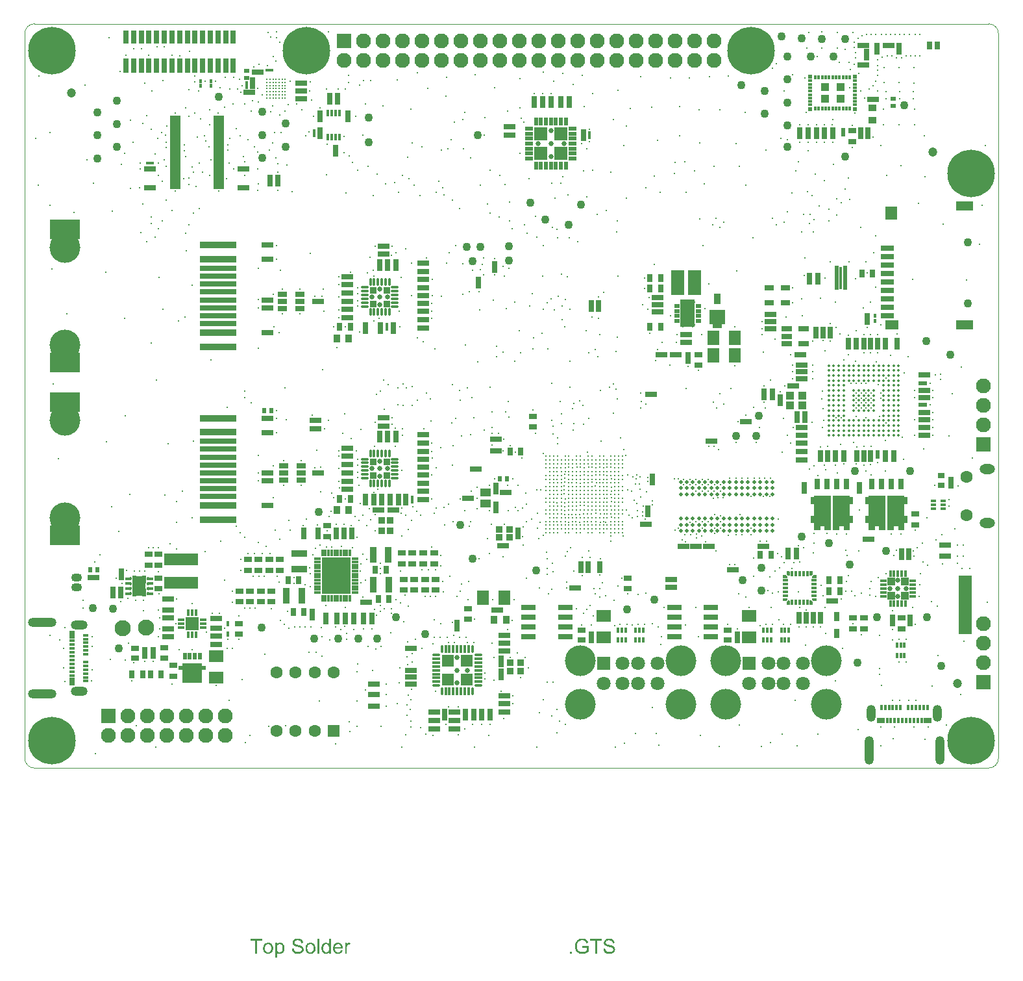
<source format=gts>
G04*
G04 #@! TF.GenerationSoftware,Altium Limited,Altium Designer,20.2.4 (192)*
G04*
G04 Layer_Color=10964583*
%FSLAX43Y43*%
%MOMM*%
G71*
G04*
G04 #@! TF.SameCoordinates,44553359-EA11-4E8F-BC47-C13590829416*
G04*
G04*
G04 #@! TF.FilePolarity,Negative*
G04*
G01*
G75*
%ADD12C,0.100*%
%ADD13R,1.510X0.660*%
%ADD14R,1.510X0.800*%
%ADD15R,0.450X1.000*%
%ADD16R,1.100X0.600*%
%ADD17R,0.660X1.510*%
%ADD18R,0.600X1.100*%
%ADD19R,1.000X0.450*%
%ADD20R,0.800X1.510*%
%ADD21R,0.975X0.975*%
%ADD22R,1.575X1.575*%
%ADD23R,1.575X1.575*%
%ADD24R,0.525X0.975*%
%ADD25R,0.925X0.925*%
%ADD26R,0.925X0.925*%
%ADD27R,1.750X1.750*%
%ADD28R,1.750X1.750*%
%ADD29R,1.750X1.750*%
%ADD30R,1.750X1.750*%
%ADD31R,0.550X3.100*%
%ADD32R,0.550X3.100*%
%ADD33R,1.427X9.526*%
%ADD34R,0.610X0.660*%
G04:AMPARAMS|DCode=35|XSize=0.4mm|YSize=0.95mm|CornerRadius=0.125mm|HoleSize=0mm|Usage=FLASHONLY|Rotation=90.000|XOffset=0mm|YOffset=0mm|HoleType=Round|Shape=RoundedRectangle|*
%AMROUNDEDRECTD35*
21,1,0.400,0.700,0,0,90.0*
21,1,0.150,0.950,0,0,90.0*
1,1,0.250,0.350,0.075*
1,1,0.250,0.350,-0.075*
1,1,0.250,-0.350,-0.075*
1,1,0.250,-0.350,0.075*
%
%ADD35ROUNDEDRECTD35*%
%ADD36R,0.430X0.525*%
%ADD37R,0.660X0.610*%
%ADD38R,0.700X1.950*%
%ADD39R,0.700X1.750*%
%ADD40R,0.610X0.800*%
%ADD41R,0.800X0.610*%
%ADD42R,0.950X0.850*%
%ADD43R,0.990X0.740*%
%ADD44C,0.500*%
%ADD45C,2.100*%
%ADD46C,1.100*%
%ADD47R,1.400X0.700*%
%ADD48R,1.100X0.740*%
%ADD49R,0.750X1.350*%
%ADD50R,1.100X1.100*%
%ADD51R,0.550X0.850*%
%ADD52R,0.500X0.850*%
%ADD53R,0.350X0.600*%
%ADD54R,0.600X0.475*%
%ADD55R,0.600X0.350*%
%ADD56C,1.200*%
%ADD57R,1.800X3.200*%
%ADD58R,1.050X0.900*%
%ADD59R,4.500X1.600*%
%ADD60R,0.900X2.100*%
%ADD61R,0.750X1.000*%
%ADD62R,0.300X0.900*%
%ADD63R,0.900X0.300*%
%ADD64R,3.700X4.700*%
%ADD65R,0.400X0.900*%
G04:AMPARAMS|DCode=66|XSize=0.4mm|YSize=0.95mm|CornerRadius=0.125mm|HoleSize=0mm|Usage=FLASHONLY|Rotation=180.000|XOffset=0mm|YOffset=0mm|HoleType=Round|Shape=RoundedRectangle|*
%AMROUNDEDRECTD66*
21,1,0.400,0.700,0,0,180.0*
21,1,0.150,0.950,0,0,180.0*
1,1,0.250,-0.075,0.350*
1,1,0.250,0.075,0.350*
1,1,0.250,0.075,-0.350*
1,1,0.250,-0.075,-0.350*
%
%ADD66ROUNDEDRECTD66*%
%ADD67R,0.650X0.450*%
%ADD68R,1.750X2.650*%
%ADD69C,0.320*%
%ADD70R,0.400X0.400*%
%ADD71R,0.650X0.400*%
%ADD72R,0.400X0.400*%
%ADD73R,0.400X0.650*%
%ADD74C,0.350*%
%ADD75R,1.425X0.325*%
%ADD76C,0.330*%
%ADD77R,1.850X0.800*%
%ADD78R,0.700X0.500*%
%ADD79R,1.900X3.600*%
G04:AMPARAMS|DCode=80|XSize=1mm|YSize=0.4mm|CornerRadius=0.125mm|HoleSize=0mm|Usage=FLASHONLY|Rotation=180.000|XOffset=0mm|YOffset=0mm|HoleType=Round|Shape=RoundedRectangle|*
%AMROUNDEDRECTD80*
21,1,1.000,0.150,0,0,180.0*
21,1,0.750,0.400,0,0,180.0*
1,1,0.250,-0.375,0.075*
1,1,0.250,0.375,0.075*
1,1,0.250,0.375,-0.075*
1,1,0.250,-0.375,-0.075*
%
%ADD80ROUNDEDRECTD80*%
%ADD81R,1.000X0.400*%
G04:AMPARAMS|DCode=82|XSize=1mm|YSize=0.4mm|CornerRadius=0.125mm|HoleSize=0mm|Usage=FLASHONLY|Rotation=270.000|XOffset=0mm|YOffset=0mm|HoleType=Round|Shape=RoundedRectangle|*
%AMROUNDEDRECTD82*
21,1,1.000,0.150,0,0,270.0*
21,1,0.750,0.400,0,0,270.0*
1,1,0.250,-0.075,-0.375*
1,1,0.250,-0.075,0.375*
1,1,0.250,0.075,0.375*
1,1,0.250,0.075,-0.375*
%
%ADD82ROUNDEDRECTD82*%
%ADD83R,0.400X1.000*%
%ADD84R,1.100X0.470*%
%ADD85R,0.470X1.100*%
%ADD86R,0.400X0.850*%
%ADD87R,0.850X0.400*%
%ADD88R,1.800X1.800*%
%ADD89R,0.850X0.400*%
%ADD90R,0.900X1.050*%
%ADD91R,0.550X0.300*%
%ADD92R,0.400X2.900*%
%ADD93R,1.300X0.700*%
%ADD94R,0.700X0.350*%
%ADD95R,0.900X0.650*%
%ADD96R,0.400X0.750*%
%ADD97R,0.640X1.160*%
%ADD98R,1.200X2.420*%
%ADD99R,0.850X1.480*%
%ADD100R,1.350X1.100*%
%ADD101R,0.800X1.000*%
%ADD102R,0.800X0.400*%
%ADD103R,4.000X2.600*%
%ADD104R,4.700X0.710*%
%ADD105R,4.700X0.910*%
%ADD106R,2.300X1.300*%
%ADD107R,1.700X1.300*%
%ADD108R,1.500X1.700*%
%ADD109R,1.700X0.800*%
%ADD110R,1.500X1.880*%
%ADD111R,0.450X0.450*%
%ADD112R,0.500X0.600*%
%ADD113R,0.740X0.990*%
%ADD114R,2.100X0.900*%
%ADD115R,1.880X1.500*%
%ADD116R,0.600X0.500*%
%ADD117R,0.450X0.450*%
%ADD118R,1.160X0.640*%
%ADD119R,0.740X1.100*%
%ADD120R,1.000X0.650*%
%ADD121R,0.350X0.700*%
%ADD122R,0.850X0.950*%
%ADD123R,1.000X0.800*%
%ADD124R,0.400X0.800*%
%ADD125R,2.130X1.920*%
%ADD126C,1.600*%
%ADD127R,1.600X1.600*%
%ADD128O,3.700X1.200*%
%ADD129O,2.200X1.200*%
%ADD130O,2.700X1.200*%
%ADD131O,2.000X1.300*%
%ADD132R,1.950X1.950*%
%ADD133C,1.950*%
%ADD134R,1.950X1.950*%
%ADD135C,4.000*%
%ADD136O,1.400X1.100*%
%ADD137C,1.800*%
%ADD138R,1.800X1.800*%
%ADD139O,1.200X3.700*%
%ADD140O,1.200X2.200*%
%ADD141O,1.200X2.700*%
%ADD142C,6.200*%
%ADD143C,0.250*%
%ADD144C,0.200*%
%ADD145C,0.650*%
G36*
X114710Y35524D02*
X114719Y35521D01*
X114728Y35517D01*
X114736Y35511D01*
X114742Y35503D01*
X114746Y35494D01*
X114749Y35485D01*
X114750Y35475D01*
Y35350D01*
X115100D01*
X115110Y35349D01*
X115119Y35346D01*
X115128Y35342D01*
X115136Y35336D01*
X115142Y35328D01*
X115146Y35319D01*
X115149Y35310D01*
X115150Y35300D01*
Y34475D01*
X115149Y34465D01*
X115146Y34456D01*
X115142Y34447D01*
X115136Y34439D01*
X115128Y34433D01*
X115119Y34429D01*
X115110Y34426D01*
X115100Y34425D01*
X114750D01*
Y32875D01*
X115100D01*
X115110Y32874D01*
X115119Y32871D01*
X115128Y32867D01*
X115136Y32861D01*
X115142Y32853D01*
X115146Y32844D01*
X115149Y32835D01*
X115150Y32825D01*
Y32025D01*
X115149Y32015D01*
X115146Y32006D01*
X115142Y31997D01*
X115136Y31989D01*
X115128Y31983D01*
X115119Y31979D01*
X115110Y31976D01*
X115100Y31975D01*
X114750D01*
Y31025D01*
X114749Y31015D01*
X114746Y31006D01*
X114742Y30997D01*
X114736Y30989D01*
X114728Y30983D01*
X114719Y30979D01*
X114710Y30976D01*
X114700Y30975D01*
X113975D01*
X113965Y30976D01*
X113956Y30979D01*
X113947Y30983D01*
X113939Y30989D01*
X113933Y30997D01*
X113929Y31006D01*
X113926Y31015D01*
X113925Y31025D01*
Y31525D01*
X113400D01*
Y31025D01*
X113399Y31015D01*
X113396Y31006D01*
X113392Y30997D01*
X113386Y30989D01*
X113378Y30983D01*
X113369Y30979D01*
X113360Y30976D01*
X113350Y30975D01*
X112600D01*
X112590Y30976D01*
X112581Y30979D01*
X112572Y30983D01*
X112564Y30989D01*
X112558Y30997D01*
X112554Y31006D01*
X112551Y31015D01*
X112550Y31025D01*
Y35475D01*
X112551Y35485D01*
X112554Y35494D01*
X112558Y35503D01*
X112564Y35511D01*
X112572Y35517D01*
X112581Y35521D01*
X112590Y35524D01*
X112600Y35525D01*
X114700D01*
X114710Y35524D01*
D02*
G37*
G36*
X112210D02*
X112219Y35521D01*
X112228Y35517D01*
X112236Y35511D01*
X112242Y35503D01*
X112246Y35494D01*
X112249Y35485D01*
X112250Y35475D01*
Y31025D01*
X112249Y31015D01*
X112246Y31006D01*
X112242Y30997D01*
X112236Y30989D01*
X112228Y30983D01*
X112219Y30979D01*
X112210Y30976D01*
X112200Y30975D01*
X111450D01*
X111440Y30976D01*
X111431Y30979D01*
X111422Y30983D01*
X111414Y30989D01*
X111408Y30997D01*
X111404Y31006D01*
X111401Y31015D01*
X111400Y31025D01*
Y31525D01*
X110875D01*
Y31025D01*
X110874Y31015D01*
X110871Y31006D01*
X110867Y30997D01*
X110861Y30989D01*
X110853Y30983D01*
X110844Y30979D01*
X110835Y30976D01*
X110825Y30975D01*
X110100D01*
X110090Y30976D01*
X110081Y30979D01*
X110072Y30983D01*
X110064Y30989D01*
X110058Y30997D01*
X110054Y31006D01*
X110051Y31015D01*
X110050Y31025D01*
Y31975D01*
X109700D01*
X109690Y31976D01*
X109681Y31979D01*
X109672Y31983D01*
X109664Y31989D01*
X109658Y31997D01*
X109654Y32006D01*
X109651Y32015D01*
X109650Y32025D01*
Y32825D01*
X109651Y32835D01*
X109654Y32844D01*
X109658Y32853D01*
X109664Y32861D01*
X109672Y32867D01*
X109681Y32871D01*
X109690Y32874D01*
X109700Y32875D01*
X110050D01*
Y34425D01*
X109700D01*
X109690Y34426D01*
X109681Y34429D01*
X109672Y34433D01*
X109664Y34439D01*
X109658Y34447D01*
X109654Y34456D01*
X109651Y34465D01*
X109650Y34475D01*
Y35300D01*
X109651Y35310D01*
X109654Y35319D01*
X109658Y35328D01*
X109664Y35336D01*
X109672Y35342D01*
X109681Y35346D01*
X109690Y35349D01*
X109700Y35350D01*
X110050D01*
Y35475D01*
X110051Y35485D01*
X110054Y35494D01*
X110058Y35503D01*
X110064Y35511D01*
X110072Y35517D01*
X110081Y35521D01*
X110090Y35524D01*
X110100Y35525D01*
X112200D01*
X112210Y35524D01*
D02*
G37*
G36*
X107585D02*
X107594Y35521D01*
X107603Y35517D01*
X107611Y35511D01*
X107617Y35503D01*
X107621Y35494D01*
X107624Y35485D01*
X107625Y35475D01*
Y35350D01*
X107975D01*
X107985Y35349D01*
X107994Y35346D01*
X108003Y35342D01*
X108011Y35336D01*
X108017Y35328D01*
X108021Y35319D01*
X108024Y35310D01*
X108025Y35300D01*
Y34475D01*
X108024Y34465D01*
X108021Y34456D01*
X108017Y34447D01*
X108011Y34439D01*
X108003Y34433D01*
X107994Y34429D01*
X107985Y34426D01*
X107975Y34425D01*
X107625D01*
Y32875D01*
X107975D01*
X107985Y32874D01*
X107994Y32871D01*
X108003Y32867D01*
X108011Y32861D01*
X108017Y32853D01*
X108021Y32844D01*
X108024Y32835D01*
X108025Y32825D01*
Y32025D01*
X108024Y32015D01*
X108021Y32006D01*
X108017Y31997D01*
X108011Y31989D01*
X108003Y31983D01*
X107994Y31979D01*
X107985Y31976D01*
X107975Y31975D01*
X107625D01*
Y31025D01*
X107624Y31015D01*
X107621Y31006D01*
X107617Y30997D01*
X107611Y30989D01*
X107603Y30983D01*
X107594Y30979D01*
X107585Y30976D01*
X107575Y30975D01*
X106850D01*
X106840Y30976D01*
X106831Y30979D01*
X106822Y30983D01*
X106814Y30989D01*
X106808Y30997D01*
X106804Y31006D01*
X106801Y31015D01*
X106800Y31025D01*
Y31525D01*
X106275D01*
Y31025D01*
X106274Y31015D01*
X106271Y31006D01*
X106267Y30997D01*
X106261Y30989D01*
X106253Y30983D01*
X106244Y30979D01*
X106235Y30976D01*
X106225Y30975D01*
X105475D01*
X105465Y30976D01*
X105456Y30979D01*
X105447Y30983D01*
X105439Y30989D01*
X105433Y30997D01*
X105429Y31006D01*
X105426Y31015D01*
X105425Y31025D01*
Y35475D01*
X105426Y35485D01*
X105429Y35494D01*
X105433Y35503D01*
X105439Y35511D01*
X105447Y35517D01*
X105456Y35521D01*
X105465Y35524D01*
X105475Y35525D01*
X107575D01*
X107585Y35524D01*
D02*
G37*
G36*
X105085D02*
X105094Y35521D01*
X105103Y35517D01*
X105111Y35511D01*
X105117Y35503D01*
X105121Y35494D01*
X105124Y35485D01*
X105125Y35475D01*
Y31025D01*
X105124Y31015D01*
X105121Y31006D01*
X105117Y30997D01*
X105111Y30989D01*
X105103Y30983D01*
X105094Y30979D01*
X105085Y30976D01*
X105075Y30975D01*
X104325D01*
X104315Y30976D01*
X104306Y30979D01*
X104297Y30983D01*
X104289Y30989D01*
X104283Y30997D01*
X104279Y31006D01*
X104276Y31015D01*
X104275Y31025D01*
Y31525D01*
X103750D01*
Y31025D01*
X103749Y31015D01*
X103746Y31006D01*
X103742Y30997D01*
X103736Y30989D01*
X103728Y30983D01*
X103719Y30979D01*
X103710Y30976D01*
X103700Y30975D01*
X102975D01*
X102965Y30976D01*
X102956Y30979D01*
X102947Y30983D01*
X102939Y30989D01*
X102933Y30997D01*
X102929Y31006D01*
X102926Y31015D01*
X102925Y31025D01*
Y31975D01*
X102575D01*
X102565Y31976D01*
X102556Y31979D01*
X102547Y31983D01*
X102539Y31989D01*
X102533Y31997D01*
X102529Y32006D01*
X102526Y32015D01*
X102525Y32025D01*
Y32825D01*
X102526Y32835D01*
X102529Y32844D01*
X102533Y32853D01*
X102539Y32861D01*
X102547Y32867D01*
X102556Y32871D01*
X102565Y32874D01*
X102575Y32875D01*
X102925D01*
Y34425D01*
X102575D01*
X102565Y34426D01*
X102556Y34429D01*
X102547Y34433D01*
X102539Y34439D01*
X102533Y34447D01*
X102529Y34456D01*
X102526Y34465D01*
X102525Y34475D01*
Y35300D01*
X102526Y35310D01*
X102529Y35319D01*
X102533Y35328D01*
X102539Y35336D01*
X102547Y35342D01*
X102556Y35346D01*
X102565Y35349D01*
X102575Y35350D01*
X102925D01*
Y35475D01*
X102926Y35485D01*
X102929Y35494D01*
X102933Y35503D01*
X102939Y35511D01*
X102947Y35517D01*
X102956Y35521D01*
X102965Y35524D01*
X102975Y35525D01*
X105075D01*
X105085Y35524D01*
D02*
G37*
G36*
X102735Y25649D02*
X102744Y25646D01*
X102749Y25644D01*
X102753Y25642D01*
X102761Y25636D01*
Y25636D01*
X102761D01*
X102767Y25628D01*
X102769Y25624D01*
X102771Y25619D01*
X102774Y25610D01*
X102775Y25600D01*
Y25600D01*
D01*
X102775Y25250D01*
X102774Y25240D01*
X102774Y25240D01*
D01*
X102774Y25240D01*
X102772Y25232D01*
X102771Y25231D01*
X102771Y25231D01*
X102771Y25231D01*
X102769Y25226D01*
X102767Y25222D01*
X102767Y25222D01*
X102767Y25222D01*
X102763Y25218D01*
X102761Y25215D01*
X102761Y25215D01*
X102761Y25215D01*
X102760Y25215D01*
X102611Y25064D01*
X102611Y25064D01*
X102611Y25064D01*
X102606Y25061D01*
X102603Y25058D01*
X102603Y25058D01*
X102603Y25058D01*
X102598Y25055D01*
X102594Y25054D01*
X102594Y25054D01*
X102594Y25054D01*
X102588Y25052D01*
X102585Y25051D01*
X102585Y25051D01*
X102585Y25051D01*
X102581Y25050D01*
X102575Y25050D01*
X102575Y25050D01*
X102575D01*
X102425Y25050D01*
X102420Y25050D01*
X102415Y25051D01*
X102415Y25051D01*
X102415D01*
X102411Y25052D01*
X102406Y25054D01*
X102406Y25054D01*
X102406D01*
X102405Y25054D01*
X102397Y25058D01*
X102397Y25058D01*
X102397Y25058D01*
X102394Y25060D01*
X102389Y25064D01*
X102389Y25064D01*
X102389Y25064D01*
X102385Y25069D01*
X102383Y25072D01*
X102383Y25072D01*
X102383Y25072D01*
X102379Y25080D01*
X102379Y25081D01*
Y25081D01*
X102379Y25081D01*
X102377Y25086D01*
X102376Y25090D01*
Y25090D01*
X102376Y25090D01*
X102375Y25095D01*
X102375Y25100D01*
Y25600D01*
X102376Y25610D01*
X102379Y25619D01*
X102383Y25628D01*
X102389Y25636D01*
X102397Y25642D01*
X102406Y25646D01*
X102415Y25649D01*
X102425Y25650D01*
X102725D01*
X102725D01*
D01*
X102735Y25649D01*
D02*
G37*
G36*
X99735D02*
X99744Y25646D01*
X99753Y25642D01*
X99761Y25636D01*
X99767Y25628D01*
X99771Y25619D01*
X99774Y25610D01*
X99775Y25600D01*
Y25100D01*
X99775Y25095D01*
X99774Y25090D01*
X99774Y25090D01*
Y25090D01*
X99773Y25086D01*
X99771Y25081D01*
X99771Y25081D01*
Y25081D01*
X99771Y25080D01*
X99767Y25072D01*
X99767Y25072D01*
X99767Y25072D01*
X99765Y25069D01*
X99761Y25064D01*
X99761Y25064D01*
X99761Y25064D01*
X99756Y25060D01*
X99753Y25058D01*
X99753Y25058D01*
X99753Y25058D01*
X99745Y25054D01*
X99744Y25054D01*
X99744D01*
X99744Y25054D01*
X99739Y25052D01*
X99735Y25051D01*
X99735D01*
X99735Y25051D01*
X99730Y25050D01*
X99725Y25050D01*
X99575Y25050D01*
X99575D01*
X99575Y25050D01*
X99569Y25050D01*
X99565Y25051D01*
X99565Y25051D01*
X99565Y25051D01*
X99562Y25052D01*
X99556Y25054D01*
X99556Y25054D01*
X99556Y25054D01*
X99553Y25055D01*
X99547Y25058D01*
X99547Y25058D01*
X99547Y25058D01*
X99544Y25061D01*
X99539Y25064D01*
X99539Y25064D01*
X99539Y25064D01*
X99390Y25215D01*
X99390Y25215D01*
X99389Y25215D01*
X99389Y25215D01*
X99387Y25218D01*
X99383Y25222D01*
X99383Y25222D01*
X99383Y25222D01*
X99381Y25226D01*
X99379Y25231D01*
X99379Y25231D01*
X99379Y25231D01*
X99378Y25232D01*
X99376Y25240D01*
X99376Y25240D01*
D01*
X99376Y25240D01*
X99375Y25250D01*
X99375Y25600D01*
D01*
Y25600D01*
X99376Y25610D01*
X99379Y25619D01*
X99381Y25624D01*
X99383Y25628D01*
X99389Y25636D01*
X99389D01*
Y25636D01*
X99397Y25642D01*
X99401Y25644D01*
X99406Y25646D01*
X99415Y25649D01*
X99425Y25650D01*
D01*
X99425D01*
X99725D01*
X99735Y25649D01*
D02*
G37*
G36*
X99282Y25150D02*
X99285Y25149D01*
X99285Y25149D01*
X99285Y25149D01*
X99291Y25147D01*
X99294Y25146D01*
X99294Y25146D01*
X99294Y25146D01*
X99301Y25143D01*
X99303Y25142D01*
X99303Y25142D01*
X99303Y25142D01*
X99307Y25139D01*
X99311Y25136D01*
X99311Y25136D01*
X99311Y25136D01*
X99460Y24986D01*
X99460Y24986D01*
X99460Y24986D01*
X99461Y24985D01*
X99463Y24982D01*
X99467Y24978D01*
X99467Y24978D01*
X99467Y24978D01*
X99469Y24973D01*
X99471Y24969D01*
X99471Y24969D01*
X99471Y24969D01*
X99472Y24966D01*
X99474Y24960D01*
X99474Y24960D01*
X99474Y24960D01*
X99475Y24956D01*
X99475Y24950D01*
Y24950D01*
X99475Y24950D01*
X99475Y24950D01*
X99475Y24800D01*
Y24800D01*
Y24800D01*
X99475Y24794D01*
X99474Y24790D01*
X99474Y24790D01*
Y24790D01*
X99472Y24784D01*
X99471Y24781D01*
X99471Y24781D01*
X99471Y24781D01*
X99468Y24775D01*
X99467Y24772D01*
X99467Y24772D01*
X99467Y24772D01*
X99463Y24767D01*
X99461Y24764D01*
X99461Y24764D01*
X99461Y24764D01*
X99458Y24762D01*
X99453Y24758D01*
X99453Y24758D01*
X99453Y24758D01*
X99450Y24757D01*
X99444Y24754D01*
X99444Y24754D01*
X99444Y24754D01*
X99441Y24753D01*
X99435Y24751D01*
X99435D01*
X99435Y24751D01*
X99431Y24750D01*
X99425Y24750D01*
X99425D01*
X99425D01*
X98925D01*
X98915Y24751D01*
X98906Y24754D01*
X98897Y24758D01*
X98889Y24764D01*
X98883Y24772D01*
X98879Y24781D01*
X98876Y24790D01*
X98875Y24800D01*
Y25100D01*
X98876Y25110D01*
X98879Y25119D01*
X98881Y25124D01*
X98883Y25128D01*
X98889Y25136D01*
X98889D01*
Y25136D01*
X98897Y25142D01*
X98901Y25144D01*
X98906Y25146D01*
X98915Y25149D01*
X98925Y25150D01*
X99275Y25150D01*
D01*
X99275Y25150D01*
X99282Y25150D01*
D02*
G37*
G36*
X103235Y25149D02*
X103244Y25146D01*
X103249Y25144D01*
X103253Y25142D01*
X103261Y25136D01*
Y25136D01*
X103261D01*
X103267Y25128D01*
X103269Y25124D01*
X103271Y25119D01*
X103274Y25110D01*
X103275Y25100D01*
Y25100D01*
D01*
Y24800D01*
X103274Y24790D01*
X103271Y24781D01*
X103267Y24772D01*
X103261Y24764D01*
X103253Y24758D01*
X103244Y24754D01*
X103235Y24751D01*
X103225Y24750D01*
X102725D01*
X102720Y24750D01*
X102715Y24751D01*
X102715Y24751D01*
X102715D01*
X102711Y24752D01*
X102706Y24754D01*
X102706Y24754D01*
X102706D01*
X102705Y24754D01*
X102697Y24758D01*
X102697Y24758D01*
X102697Y24758D01*
X102694Y24760D01*
X102689Y24764D01*
X102689Y24764D01*
X102689Y24764D01*
X102685Y24769D01*
X102683Y24772D01*
X102683Y24772D01*
X102683Y24772D01*
X102679Y24780D01*
X102679Y24781D01*
Y24781D01*
X102679Y24781D01*
X102677Y24786D01*
X102676Y24790D01*
Y24790D01*
X102676Y24790D01*
X102675Y24795D01*
X102675Y24800D01*
X102675Y24950D01*
Y24950D01*
X102675Y24950D01*
X102675Y24956D01*
X102676Y24960D01*
X102676Y24960D01*
X102676Y24960D01*
X102677Y24963D01*
X102679Y24969D01*
X102679Y24969D01*
X102679Y24969D01*
X102680Y24972D01*
X102683Y24978D01*
X102683Y24978D01*
X102683Y24978D01*
X102686Y24981D01*
X102689Y24986D01*
X102689Y24986D01*
X102689Y24986D01*
X102840Y25135D01*
X102840Y25135D01*
X102840Y25136D01*
X102840Y25136D01*
X102843Y25138D01*
X102847Y25142D01*
X102847Y25142D01*
X102847Y25142D01*
X102851Y25144D01*
X102856Y25146D01*
X102856Y25146D01*
X102856Y25146D01*
X102857Y25147D01*
X102865Y25149D01*
X102865Y25149D01*
D01*
X102865Y25149D01*
X102875Y25150D01*
X103225Y25150D01*
X103225D01*
D01*
X103235Y25149D01*
D02*
G37*
G36*
X13770Y24924D02*
X13779Y24921D01*
X13843Y24895D01*
X13848Y24892D01*
X13852Y24890D01*
X13860Y24884D01*
X13909Y24835D01*
X13915Y24827D01*
X13920Y24818D01*
X13946Y24754D01*
D01*
X13946Y24754D01*
X13948Y24749D01*
X13949Y24745D01*
X13950Y24735D01*
Y24735D01*
Y24735D01*
X13950Y24700D01*
Y24665D01*
X13949Y24655D01*
X13946Y24646D01*
X13920Y24582D01*
X13915Y24573D01*
X13909Y24565D01*
X13860Y24516D01*
X13852Y24510D01*
X13843Y24505D01*
X13779Y24479D01*
X13772Y24476D01*
X13770Y24476D01*
X13760Y24475D01*
X13725D01*
X13715Y24476D01*
X13706Y24479D01*
X13697Y24483D01*
X13689Y24489D01*
X13683Y24497D01*
X13679Y24506D01*
X13676Y24515D01*
X13675Y24525D01*
Y24875D01*
X13676Y24885D01*
X13679Y24894D01*
X13683Y24903D01*
X13689Y24911D01*
X13697Y24917D01*
X13706Y24921D01*
X13715Y24924D01*
X13725Y24925D01*
X13760D01*
D01*
X13760D01*
X13770Y24924D01*
D02*
G37*
G36*
X16135Y24924D02*
X16144Y24921D01*
X16153Y24917D01*
X16161Y24911D01*
X16167Y24903D01*
X16171Y24894D01*
X16174Y24885D01*
X16175Y24875D01*
Y24525D01*
X16174Y24515D01*
X16171Y24506D01*
X16167Y24497D01*
X16161Y24489D01*
X16153Y24483D01*
X16144Y24479D01*
X16135Y24476D01*
X16125Y24475D01*
X16090D01*
X16080Y24476D01*
X16071Y24479D01*
X16007Y24505D01*
X15998Y24510D01*
X15990Y24516D01*
X15941Y24565D01*
X15935Y24573D01*
X15930Y24582D01*
X15904Y24646D01*
X15904Y24646D01*
X15902Y24653D01*
X15901Y24655D01*
X15900Y24665D01*
D01*
Y24665D01*
X15900Y24700D01*
Y24735D01*
X15901Y24745D01*
X15901Y24747D01*
X15904Y24754D01*
X15930Y24818D01*
X15935Y24827D01*
X15941Y24835D01*
X15990Y24884D01*
X15998Y24890D01*
X16007Y24895D01*
X16071Y24921D01*
X16080Y24924D01*
X16090Y24925D01*
X16125D01*
X16135Y24924D01*
D02*
G37*
G36*
X13770Y24274D02*
X13779Y24271D01*
X13843Y24245D01*
X13848Y24242D01*
X13852Y24240D01*
X13860Y24234D01*
X13909Y24185D01*
X13915Y24177D01*
X13920Y24168D01*
X13946Y24104D01*
D01*
X13946Y24104D01*
X13948Y24099D01*
X13949Y24095D01*
X13950Y24085D01*
Y24085D01*
Y24085D01*
X13950Y24050D01*
Y24015D01*
X13949Y24005D01*
X13946Y23996D01*
X13920Y23932D01*
X13915Y23923D01*
X13909Y23915D01*
X13860Y23866D01*
X13852Y23860D01*
X13843Y23855D01*
X13779Y23829D01*
X13772Y23826D01*
X13770Y23826D01*
X13760Y23825D01*
X13725D01*
X13715Y23826D01*
X13706Y23829D01*
X13697Y23833D01*
X13689Y23839D01*
X13683Y23847D01*
X13679Y23856D01*
X13676Y23865D01*
X13675Y23875D01*
Y24225D01*
X13676Y24235D01*
X13679Y24244D01*
X13683Y24253D01*
X13689Y24261D01*
X13697Y24267D01*
X13706Y24271D01*
X13715Y24274D01*
X13725Y24275D01*
X13760D01*
D01*
X13760D01*
X13770Y24274D01*
D02*
G37*
G36*
X16135Y24274D02*
X16144Y24271D01*
X16153Y24267D01*
X16161Y24261D01*
X16167Y24253D01*
X16171Y24244D01*
X16174Y24235D01*
X16175Y24225D01*
Y23875D01*
X16174Y23865D01*
X16171Y23856D01*
X16167Y23847D01*
X16161Y23839D01*
X16153Y23833D01*
X16144Y23829D01*
X16135Y23826D01*
X16125Y23825D01*
X16090D01*
X16080Y23826D01*
X16071Y23829D01*
X16007Y23855D01*
X15998Y23860D01*
X15990Y23866D01*
X15941Y23915D01*
X15935Y23923D01*
X15930Y23932D01*
X15904Y23996D01*
X15904Y23996D01*
X15902Y24003D01*
X15901Y24005D01*
X15900Y24015D01*
D01*
Y24015D01*
X15900Y24050D01*
Y24085D01*
X15901Y24095D01*
X15901Y24097D01*
X15904Y24104D01*
X15930Y24168D01*
X15935Y24177D01*
X15941Y24185D01*
X15990Y24234D01*
X15998Y24240D01*
X16007Y24245D01*
X16071Y24271D01*
X16080Y24274D01*
X16090Y24275D01*
X16125D01*
X16135Y24274D01*
D02*
G37*
G36*
X13770Y23624D02*
X13779Y23621D01*
X13843Y23595D01*
X13848Y23592D01*
X13852Y23590D01*
X13860Y23584D01*
X13909Y23535D01*
X13915Y23527D01*
X13920Y23518D01*
X13946Y23454D01*
D01*
X13946Y23454D01*
X13948Y23449D01*
X13949Y23445D01*
X13950Y23435D01*
Y23435D01*
Y23435D01*
X13950Y23400D01*
Y23365D01*
X13949Y23355D01*
X13946Y23346D01*
X13920Y23282D01*
X13915Y23273D01*
X13909Y23265D01*
X13860Y23216D01*
X13852Y23210D01*
X13843Y23205D01*
X13779Y23179D01*
X13772Y23176D01*
X13770Y23176D01*
X13760Y23175D01*
X13725D01*
X13715Y23176D01*
X13706Y23179D01*
X13697Y23183D01*
X13689Y23189D01*
X13683Y23197D01*
X13679Y23206D01*
X13676Y23215D01*
X13675Y23225D01*
Y23575D01*
X13676Y23585D01*
X13679Y23594D01*
X13683Y23603D01*
X13689Y23611D01*
X13697Y23617D01*
X13706Y23621D01*
X13715Y23624D01*
X13725Y23625D01*
X13760D01*
D01*
X13760D01*
X13770Y23624D01*
D02*
G37*
G36*
X16135Y23624D02*
X16144Y23621D01*
X16153Y23617D01*
X16161Y23611D01*
X16167Y23603D01*
X16171Y23594D01*
X16174Y23585D01*
X16175Y23575D01*
Y23225D01*
X16174Y23215D01*
X16171Y23206D01*
X16167Y23197D01*
X16161Y23189D01*
X16153Y23183D01*
X16144Y23179D01*
X16135Y23176D01*
X16125Y23175D01*
X16090D01*
X16080Y23176D01*
X16071Y23179D01*
X16007Y23205D01*
X15998Y23210D01*
X15990Y23216D01*
X15941Y23265D01*
X15935Y23273D01*
X15930Y23282D01*
X15904Y23346D01*
X15904Y23346D01*
X15902Y23353D01*
X15901Y23355D01*
X15900Y23365D01*
D01*
Y23365D01*
X15900Y23400D01*
Y23435D01*
X15901Y23445D01*
X15901Y23447D01*
X15904Y23454D01*
X15930Y23518D01*
X15935Y23527D01*
X15941Y23535D01*
X15990Y23584D01*
X15998Y23590D01*
X16007Y23595D01*
X16071Y23621D01*
X16080Y23624D01*
X16090Y23625D01*
X16125D01*
X16135Y23624D01*
D02*
G37*
G36*
X13770Y22974D02*
X13779Y22971D01*
X13843Y22945D01*
X13848Y22942D01*
X13852Y22940D01*
X13860Y22934D01*
X13909Y22885D01*
X13915Y22877D01*
X13920Y22868D01*
X13946Y22804D01*
D01*
X13946Y22804D01*
X13948Y22799D01*
X13949Y22795D01*
X13950Y22785D01*
Y22785D01*
Y22785D01*
X13950Y22750D01*
Y22715D01*
X13949Y22705D01*
X13946Y22696D01*
X13920Y22632D01*
X13915Y22623D01*
X13909Y22615D01*
X13860Y22566D01*
X13852Y22560D01*
X13843Y22555D01*
X13779Y22529D01*
X13772Y22526D01*
X13770Y22526D01*
X13760Y22525D01*
X13725D01*
X13715Y22526D01*
X13706Y22529D01*
X13697Y22533D01*
X13689Y22539D01*
X13683Y22547D01*
X13679Y22556D01*
X13676Y22565D01*
X13675Y22575D01*
Y22925D01*
X13676Y22935D01*
X13679Y22944D01*
X13683Y22953D01*
X13689Y22961D01*
X13697Y22967D01*
X13706Y22971D01*
X13715Y22974D01*
X13725Y22975D01*
X13760D01*
D01*
X13760D01*
X13770Y22974D01*
D02*
G37*
G36*
X16135Y22974D02*
X16144Y22971D01*
X16153Y22967D01*
X16161Y22961D01*
X16167Y22953D01*
X16171Y22944D01*
X16174Y22935D01*
X16175Y22925D01*
Y22575D01*
X16174Y22565D01*
X16171Y22556D01*
X16167Y22547D01*
X16161Y22539D01*
X16153Y22533D01*
X16144Y22529D01*
X16135Y22526D01*
X16125Y22525D01*
X16090D01*
X16080Y22526D01*
X16071Y22529D01*
X16007Y22555D01*
X15998Y22560D01*
X15990Y22566D01*
X15941Y22615D01*
X15935Y22623D01*
X15930Y22632D01*
X15904Y22696D01*
X15904Y22696D01*
X15902Y22703D01*
X15901Y22705D01*
X15900Y22715D01*
D01*
Y22715D01*
X15900Y22750D01*
Y22785D01*
X15901Y22795D01*
X15901Y22797D01*
X15904Y22804D01*
X15930Y22868D01*
X15935Y22877D01*
X15941Y22885D01*
X15990Y22934D01*
X15998Y22940D01*
X16007Y22945D01*
X16071Y22971D01*
X16080Y22974D01*
X16090Y22975D01*
X16125D01*
X16135Y22974D01*
D02*
G37*
G36*
X102581Y21850D02*
X102585Y21849D01*
X102585Y21849D01*
X102585Y21849D01*
X102588Y21848D01*
X102594Y21846D01*
X102594Y21846D01*
X102594Y21846D01*
X102598Y21845D01*
X102603Y21842D01*
X102603Y21842D01*
X102603Y21842D01*
X102606Y21839D01*
X102611Y21836D01*
X102611Y21836D01*
X102611Y21836D01*
X102760Y21685D01*
X102761Y21685D01*
X102761Y21685D01*
X102761Y21685D01*
X102763Y21682D01*
X102767Y21678D01*
X102767Y21678D01*
X102767Y21678D01*
X102769Y21674D01*
X102771Y21669D01*
X102771Y21669D01*
X102771Y21669D01*
X102772Y21668D01*
X102774Y21660D01*
X102774Y21660D01*
D01*
X102774Y21660D01*
X102775Y21650D01*
X102775Y21300D01*
D01*
Y21300D01*
X102774Y21290D01*
X102771Y21281D01*
X102769Y21276D01*
X102767Y21272D01*
X102761Y21264D01*
X102761D01*
Y21264D01*
X102753Y21258D01*
X102749Y21256D01*
X102744Y21254D01*
X102735Y21251D01*
X102725Y21250D01*
D01*
X102725D01*
X102425D01*
X102415Y21251D01*
X102406Y21254D01*
X102397Y21258D01*
X102389Y21264D01*
X102383Y21272D01*
X102379Y21281D01*
X102376Y21290D01*
X102375Y21300D01*
Y21800D01*
X102375Y21805D01*
X102376Y21810D01*
X102376Y21810D01*
Y21810D01*
X102377Y21814D01*
X102379Y21819D01*
X102379Y21819D01*
Y21819D01*
X102379Y21820D01*
X102383Y21828D01*
X102383Y21828D01*
X102383Y21828D01*
X102385Y21831D01*
X102389Y21836D01*
X102389Y21836D01*
X102389Y21836D01*
X102394Y21840D01*
X102397Y21842D01*
X102397Y21842D01*
X102397Y21842D01*
X102405Y21846D01*
X102406Y21846D01*
X102406D01*
X102406Y21846D01*
X102411Y21848D01*
X102415Y21849D01*
X102415D01*
X102415Y21849D01*
X102420Y21850D01*
X102425Y21850D01*
X102575Y21850D01*
X102575D01*
X102575Y21850D01*
X102581Y21850D01*
D02*
G37*
G36*
X103235Y22149D02*
X103244Y22146D01*
X103253Y22142D01*
X103261Y22136D01*
X103267Y22128D01*
X103271Y22119D01*
X103274Y22110D01*
X103275Y22100D01*
Y21800D01*
D01*
Y21800D01*
X103274Y21790D01*
X103271Y21781D01*
X103269Y21776D01*
X103267Y21772D01*
X103261Y21764D01*
X103261D01*
Y21764D01*
X103253Y21758D01*
X103249Y21756D01*
X103244Y21754D01*
X103235Y21751D01*
X103225Y21750D01*
D01*
X103225D01*
X102875Y21750D01*
X102865Y21751D01*
X102865Y21751D01*
D01*
X102865Y21751D01*
X102857Y21753D01*
X102856Y21754D01*
X102856Y21754D01*
X102856Y21754D01*
X102851Y21756D01*
X102847Y21758D01*
X102847Y21758D01*
X102847Y21758D01*
X102843Y21762D01*
X102840Y21764D01*
X102840Y21764D01*
X102840Y21764D01*
X102840Y21765D01*
X102689Y21914D01*
X102689Y21914D01*
X102689Y21914D01*
X102686Y21919D01*
X102683Y21922D01*
X102683Y21922D01*
X102683Y21922D01*
X102680Y21928D01*
X102679Y21931D01*
X102679Y21931D01*
X102679Y21931D01*
X102677Y21937D01*
X102676Y21940D01*
X102676Y21940D01*
X102676Y21940D01*
X102675Y21944D01*
X102675Y21950D01*
X102675Y21950D01*
Y21950D01*
X102675Y22100D01*
X102675Y22105D01*
X102676Y22110D01*
X102676Y22110D01*
Y22110D01*
X102677Y22114D01*
X102679Y22119D01*
X102679Y22119D01*
Y22119D01*
X102679Y22120D01*
X102683Y22128D01*
X102683Y22128D01*
X102683Y22128D01*
X102685Y22131D01*
X102689Y22136D01*
X102689Y22136D01*
X102689Y22136D01*
X102694Y22140D01*
X102697Y22142D01*
X102697Y22142D01*
X102697Y22142D01*
X102705Y22146D01*
X102706Y22146D01*
X102706D01*
X102706Y22146D01*
X102711Y22148D01*
X102715Y22149D01*
X102715D01*
X102715Y22149D01*
X102720Y22150D01*
X102725Y22150D01*
X103225D01*
X103235Y22149D01*
D02*
G37*
G36*
X99430Y22150D02*
X99435Y22149D01*
X99435Y22149D01*
X99435D01*
X99439Y22148D01*
X99444Y22146D01*
X99444Y22146D01*
X99444D01*
X99445Y22146D01*
X99453Y22142D01*
X99453Y22142D01*
X99453Y22142D01*
X99456Y22140D01*
X99461Y22136D01*
X99461Y22136D01*
X99461Y22136D01*
X99465Y22131D01*
X99467Y22128D01*
X99467Y22128D01*
X99467Y22128D01*
X99471Y22120D01*
X99471Y22119D01*
Y22119D01*
X99471Y22119D01*
X99473Y22114D01*
X99474Y22110D01*
Y22110D01*
X99474Y22110D01*
X99475Y22105D01*
X99475Y22100D01*
X99475Y21950D01*
Y21950D01*
X99475Y21950D01*
X99475Y21944D01*
X99474Y21940D01*
X99474Y21940D01*
X99474Y21940D01*
X99473Y21937D01*
X99471Y21931D01*
X99471Y21931D01*
X99471Y21931D01*
X99470Y21928D01*
X99467Y21922D01*
X99467Y21922D01*
X99467Y21922D01*
X99464Y21919D01*
X99461Y21914D01*
X99461Y21914D01*
X99461Y21914D01*
X99310Y21765D01*
X99310Y21764D01*
X99310Y21764D01*
X99310Y21764D01*
X99307Y21762D01*
X99303Y21758D01*
X99303Y21758D01*
X99303Y21758D01*
X99299Y21756D01*
X99294Y21754D01*
X99294Y21754D01*
X99294Y21754D01*
X99293Y21753D01*
X99285Y21751D01*
X99285Y21751D01*
D01*
X99285Y21751D01*
X99275Y21750D01*
X98925Y21750D01*
X98925D01*
D01*
X98915Y21751D01*
X98906Y21754D01*
X98901Y21756D01*
X98897Y21758D01*
X98889Y21764D01*
Y21764D01*
X98889D01*
X98883Y21772D01*
X98881Y21776D01*
X98879Y21781D01*
X98876Y21790D01*
X98875Y21800D01*
Y21800D01*
D01*
Y22100D01*
X98876Y22110D01*
X98879Y22119D01*
X98883Y22128D01*
X98889Y22136D01*
X98897Y22142D01*
X98906Y22146D01*
X98915Y22149D01*
X98925Y22150D01*
X99425D01*
X99430Y22150D01*
D02*
G37*
G36*
X99575Y21850D02*
X99575D01*
X99725Y21850D01*
X99730Y21850D01*
X99735Y21849D01*
X99735Y21849D01*
X99735D01*
X99739Y21848D01*
X99744Y21846D01*
X99744Y21846D01*
X99744D01*
X99745Y21846D01*
X99753Y21842D01*
X99753Y21842D01*
X99753Y21842D01*
X99756Y21840D01*
X99761Y21836D01*
X99761Y21836D01*
X99761Y21836D01*
X99765Y21831D01*
X99767Y21828D01*
X99767Y21828D01*
X99767Y21828D01*
X99771Y21820D01*
X99771Y21819D01*
Y21819D01*
X99771Y21819D01*
X99773Y21814D01*
X99774Y21810D01*
Y21810D01*
X99774Y21810D01*
X99775Y21805D01*
X99775Y21800D01*
Y21300D01*
X99774Y21290D01*
X99771Y21281D01*
X99767Y21272D01*
X99761Y21264D01*
X99753Y21258D01*
X99744Y21254D01*
X99735Y21251D01*
X99725Y21250D01*
X99425D01*
X99425D01*
D01*
X99415Y21251D01*
X99406Y21254D01*
X99401Y21256D01*
X99397Y21258D01*
X99389Y21264D01*
Y21264D01*
X99389D01*
X99383Y21272D01*
X99381Y21276D01*
X99379Y21281D01*
X99376Y21290D01*
X99375Y21300D01*
Y21300D01*
D01*
X99375Y21650D01*
X99376Y21660D01*
X99376Y21660D01*
D01*
X99376Y21660D01*
X99378Y21668D01*
X99379Y21669D01*
X99379Y21669D01*
X99379Y21669D01*
X99381Y21674D01*
X99383Y21678D01*
X99383Y21678D01*
X99383Y21678D01*
X99387Y21682D01*
X99389Y21685D01*
X99389Y21685D01*
X99390Y21685D01*
X99390Y21685D01*
X99539Y21836D01*
X99539Y21836D01*
X99539Y21836D01*
X99544Y21839D01*
X99547Y21842D01*
X99547Y21842D01*
X99547Y21842D01*
X99553Y21845D01*
X99556Y21846D01*
X99556Y21846D01*
X99556Y21846D01*
X99562Y21848D01*
X99565Y21849D01*
X99565Y21849D01*
X99565Y21849D01*
X99569Y21850D01*
X99575Y21850D01*
X99575Y21850D01*
D02*
G37*
G36*
X123550Y17425D02*
X121800D01*
Y25050D01*
X123550D01*
Y17425D01*
D02*
G37*
G36*
X23079Y13614D02*
X23089Y13611D01*
X23097Y13606D01*
X23105Y13600D01*
X23111Y13592D01*
X23116Y13583D01*
X23119Y13574D01*
X23120Y13564D01*
Y13314D01*
X23600D01*
X23609Y13314D01*
X23619Y13311D01*
X23627Y13306D01*
X23635Y13300D01*
X23641Y13292D01*
X23646Y13283D01*
X23649Y13274D01*
X23650Y13264D01*
Y12864D01*
X23649Y12854D01*
X23646Y12845D01*
X23641Y12836D01*
X23635Y12829D01*
X23627Y12822D01*
X23619Y12818D01*
X23609Y12815D01*
X23600Y12814D01*
X23120D01*
Y11164D01*
X23119Y11154D01*
X23116Y11145D01*
X23111Y11136D01*
X23105Y11129D01*
X23097Y11122D01*
X23089Y11118D01*
X23079Y11115D01*
X23069Y11114D01*
X20620D01*
X20610Y11115D01*
X20600Y11118D01*
X20592Y11122D01*
X20584Y11129D01*
X20578Y11136D01*
X20573Y11145D01*
X20570Y11154D01*
X20569Y11164D01*
Y12814D01*
X20090D01*
X20080Y12815D01*
X20070Y12818D01*
X20062Y12822D01*
X20054Y12829D01*
X20048Y12836D01*
X20043Y12845D01*
X20040Y12854D01*
X20039Y12864D01*
Y13264D01*
X20040Y13274D01*
X20043Y13283D01*
X20048Y13292D01*
X20054Y13300D01*
X20062Y13306D01*
X20070Y13311D01*
X20080Y13314D01*
X20090Y13314D01*
X20569D01*
Y13564D01*
X20570Y13574D01*
X20573Y13583D01*
X20578Y13592D01*
X20584Y13600D01*
X20592Y13606D01*
X20600Y13611D01*
X20610Y13614D01*
X20620Y13614D01*
X23069D01*
X23079Y13614D01*
D02*
G37*
G36*
X76273Y-22221D02*
X76292D01*
X76345Y-22226D01*
X76403Y-22235D01*
X76465Y-22249D01*
X76531Y-22265D01*
X76592Y-22287D01*
X76595D01*
X76601Y-22290D01*
X76609Y-22296D01*
X76620Y-22301D01*
X76648Y-22315D01*
X76684Y-22340D01*
X76725Y-22368D01*
X76767Y-22404D01*
X76806Y-22446D01*
X76842Y-22493D01*
Y-22496D01*
X76845Y-22498D01*
X76850Y-22507D01*
X76856Y-22515D01*
X76870Y-22543D01*
X76886Y-22579D01*
X76906Y-22623D01*
X76920Y-22676D01*
X76934Y-22732D01*
X76939Y-22793D01*
X76695Y-22812D01*
Y-22809D01*
Y-22804D01*
X76692Y-22795D01*
X76689Y-22782D01*
X76681Y-22751D01*
X76670Y-22709D01*
X76653Y-22665D01*
X76628Y-22621D01*
X76598Y-22579D01*
X76559Y-22540D01*
X76553Y-22537D01*
X76539Y-22526D01*
X76512Y-22510D01*
X76476Y-22493D01*
X76428Y-22476D01*
X76373Y-22460D01*
X76303Y-22448D01*
X76226Y-22446D01*
X76187D01*
X76170Y-22448D01*
X76148Y-22451D01*
X76098Y-22457D01*
X76043Y-22468D01*
X75987Y-22482D01*
X75934Y-22504D01*
X75912Y-22518D01*
X75890Y-22532D01*
X75884Y-22535D01*
X75873Y-22546D01*
X75857Y-22565D01*
X75840Y-22587D01*
X75820Y-22618D01*
X75804Y-22651D01*
X75793Y-22690D01*
X75787Y-22734D01*
Y-22740D01*
Y-22751D01*
X75790Y-22771D01*
X75795Y-22793D01*
X75804Y-22820D01*
X75818Y-22848D01*
X75834Y-22876D01*
X75859Y-22904D01*
X75862Y-22907D01*
X75876Y-22915D01*
X75887Y-22923D01*
X75898Y-22929D01*
X75915Y-22937D01*
X75934Y-22948D01*
X75959Y-22956D01*
X75987Y-22968D01*
X76018Y-22979D01*
X76054Y-22993D01*
X76092Y-23004D01*
X76137Y-23018D01*
X76187Y-23029D01*
X76242Y-23043D01*
X76245D01*
X76256Y-23045D01*
X76273Y-23048D01*
X76292Y-23054D01*
X76317Y-23059D01*
X76348Y-23068D01*
X76378Y-23076D01*
X76412Y-23084D01*
X76484Y-23104D01*
X76553Y-23123D01*
X76587Y-23134D01*
X76617Y-23145D01*
X76645Y-23154D01*
X76667Y-23165D01*
X76670D01*
X76675Y-23167D01*
X76684Y-23173D01*
X76695Y-23179D01*
X76725Y-23195D01*
X76762Y-23217D01*
X76803Y-23248D01*
X76845Y-23281D01*
X76884Y-23320D01*
X76917Y-23362D01*
X76920Y-23367D01*
X76931Y-23381D01*
X76942Y-23406D01*
X76959Y-23440D01*
X76973Y-23478D01*
X76986Y-23526D01*
X76995Y-23578D01*
X76998Y-23634D01*
Y-23637D01*
Y-23639D01*
Y-23648D01*
Y-23659D01*
X76992Y-23689D01*
X76986Y-23728D01*
X76975Y-23773D01*
X76961Y-23820D01*
X76939Y-23870D01*
X76909Y-23923D01*
Y-23925D01*
X76906Y-23928D01*
X76892Y-23945D01*
X76873Y-23970D01*
X76845Y-23998D01*
X76809Y-24031D01*
X76764Y-24067D01*
X76714Y-24100D01*
X76656Y-24131D01*
X76653D01*
X76648Y-24134D01*
X76639Y-24136D01*
X76628Y-24142D01*
X76612Y-24147D01*
X76592Y-24156D01*
X76548Y-24167D01*
X76495Y-24181D01*
X76431Y-24195D01*
X76362Y-24203D01*
X76287Y-24206D01*
X76242D01*
X76220Y-24203D01*
X76195D01*
X76167Y-24200D01*
X76134Y-24197D01*
X76065Y-24186D01*
X75993Y-24175D01*
X75920Y-24156D01*
X75851Y-24131D01*
X75848D01*
X75843Y-24128D01*
X75834Y-24123D01*
X75823Y-24117D01*
X75790Y-24100D01*
X75751Y-24075D01*
X75707Y-24042D01*
X75659Y-24003D01*
X75615Y-23956D01*
X75573Y-23903D01*
Y-23900D01*
X75568Y-23895D01*
X75565Y-23887D01*
X75557Y-23875D01*
X75551Y-23862D01*
X75543Y-23845D01*
X75523Y-23803D01*
X75504Y-23750D01*
X75487Y-23692D01*
X75476Y-23626D01*
X75471Y-23556D01*
X75709Y-23534D01*
Y-23537D01*
Y-23540D01*
X75712Y-23548D01*
Y-23559D01*
X75718Y-23584D01*
X75726Y-23620D01*
X75737Y-23656D01*
X75748Y-23698D01*
X75768Y-23737D01*
X75787Y-23773D01*
X75790Y-23775D01*
X75798Y-23787D01*
X75812Y-23806D01*
X75834Y-23825D01*
X75862Y-23850D01*
X75893Y-23875D01*
X75934Y-23900D01*
X75979Y-23923D01*
X75981D01*
X75984Y-23925D01*
X75993Y-23928D01*
X76001Y-23931D01*
X76029Y-23939D01*
X76065Y-23950D01*
X76109Y-23961D01*
X76159Y-23970D01*
X76215Y-23975D01*
X76276Y-23978D01*
X76301D01*
X76328Y-23975D01*
X76362Y-23973D01*
X76401Y-23967D01*
X76445Y-23961D01*
X76490Y-23950D01*
X76531Y-23937D01*
X76537Y-23934D01*
X76551Y-23928D01*
X76570Y-23917D01*
X76595Y-23906D01*
X76620Y-23887D01*
X76648Y-23867D01*
X76675Y-23845D01*
X76698Y-23817D01*
X76700Y-23814D01*
X76706Y-23803D01*
X76714Y-23789D01*
X76725Y-23767D01*
X76737Y-23745D01*
X76745Y-23717D01*
X76750Y-23687D01*
X76753Y-23653D01*
Y-23651D01*
Y-23637D01*
X76750Y-23620D01*
X76748Y-23598D01*
X76739Y-23576D01*
X76731Y-23548D01*
X76717Y-23520D01*
X76698Y-23495D01*
X76695Y-23492D01*
X76687Y-23484D01*
X76675Y-23473D01*
X76656Y-23456D01*
X76634Y-23440D01*
X76603Y-23420D01*
X76567Y-23401D01*
X76526Y-23384D01*
X76523Y-23381D01*
X76509Y-23378D01*
X76487Y-23370D01*
X76473Y-23367D01*
X76453Y-23362D01*
X76434Y-23354D01*
X76409Y-23348D01*
X76381Y-23340D01*
X76348Y-23331D01*
X76315Y-23323D01*
X76276Y-23312D01*
X76231Y-23301D01*
X76184Y-23290D01*
X76181D01*
X76173Y-23287D01*
X76159Y-23284D01*
X76142Y-23279D01*
X76120Y-23273D01*
X76095Y-23267D01*
X76040Y-23251D01*
X75979Y-23231D01*
X75915Y-23212D01*
X75859Y-23192D01*
X75834Y-23181D01*
X75812Y-23170D01*
X75809D01*
X75807Y-23167D01*
X75790Y-23156D01*
X75765Y-23143D01*
X75737Y-23120D01*
X75704Y-23095D01*
X75671Y-23065D01*
X75637Y-23029D01*
X75609Y-22990D01*
X75607Y-22984D01*
X75598Y-22970D01*
X75587Y-22948D01*
X75576Y-22920D01*
X75565Y-22884D01*
X75554Y-22843D01*
X75546Y-22798D01*
X75543Y-22751D01*
Y-22748D01*
Y-22746D01*
Y-22737D01*
Y-22726D01*
X75548Y-22698D01*
X75554Y-22662D01*
X75562Y-22621D01*
X75576Y-22573D01*
X75596Y-22526D01*
X75623Y-22479D01*
Y-22476D01*
X75626Y-22473D01*
X75640Y-22457D01*
X75659Y-22435D01*
X75684Y-22407D01*
X75718Y-22376D01*
X75759Y-22343D01*
X75809Y-22312D01*
X75865Y-22285D01*
X75868D01*
X75873Y-22282D01*
X75882Y-22279D01*
X75893Y-22274D01*
X75906Y-22268D01*
X75926Y-22262D01*
X75968Y-22251D01*
X76020Y-22240D01*
X76081Y-22229D01*
X76145Y-22221D01*
X76217Y-22218D01*
X76254D01*
X76273Y-22221D01*
D02*
G37*
G36*
X35658D02*
X35678D01*
X35730Y-22226D01*
X35789Y-22235D01*
X35850Y-22249D01*
X35916Y-22265D01*
X35977Y-22287D01*
X35980D01*
X35986Y-22290D01*
X35994Y-22296D01*
X36005Y-22301D01*
X36033Y-22315D01*
X36069Y-22340D01*
X36111Y-22368D01*
X36152Y-22404D01*
X36191Y-22446D01*
X36227Y-22493D01*
Y-22496D01*
X36230Y-22498D01*
X36236Y-22507D01*
X36241Y-22515D01*
X36255Y-22543D01*
X36272Y-22579D01*
X36291Y-22623D01*
X36305Y-22676D01*
X36319Y-22732D01*
X36324Y-22793D01*
X36080Y-22812D01*
Y-22809D01*
Y-22804D01*
X36077Y-22795D01*
X36075Y-22782D01*
X36066Y-22751D01*
X36055Y-22709D01*
X36038Y-22665D01*
X36013Y-22621D01*
X35983Y-22579D01*
X35944Y-22540D01*
X35939Y-22537D01*
X35925Y-22526D01*
X35897Y-22510D01*
X35861Y-22493D01*
X35814Y-22476D01*
X35758Y-22460D01*
X35689Y-22448D01*
X35611Y-22446D01*
X35572D01*
X35555Y-22448D01*
X35533Y-22451D01*
X35483Y-22457D01*
X35428Y-22468D01*
X35372Y-22482D01*
X35319Y-22504D01*
X35297Y-22518D01*
X35275Y-22532D01*
X35269Y-22535D01*
X35258Y-22546D01*
X35242Y-22565D01*
X35225Y-22587D01*
X35206Y-22618D01*
X35189Y-22651D01*
X35178Y-22690D01*
X35172Y-22734D01*
Y-22740D01*
Y-22751D01*
X35175Y-22771D01*
X35181Y-22793D01*
X35189Y-22820D01*
X35203Y-22848D01*
X35219Y-22876D01*
X35244Y-22904D01*
X35247Y-22907D01*
X35261Y-22915D01*
X35272Y-22923D01*
X35283Y-22929D01*
X35300Y-22937D01*
X35319Y-22948D01*
X35344Y-22956D01*
X35372Y-22968D01*
X35403Y-22979D01*
X35439Y-22993D01*
X35478Y-23004D01*
X35522Y-23018D01*
X35572Y-23029D01*
X35628Y-23043D01*
X35630D01*
X35641Y-23045D01*
X35658Y-23048D01*
X35678Y-23054D01*
X35703Y-23059D01*
X35733Y-23068D01*
X35764Y-23076D01*
X35797Y-23084D01*
X35869Y-23104D01*
X35939Y-23123D01*
X35972Y-23134D01*
X36002Y-23145D01*
X36030Y-23154D01*
X36052Y-23165D01*
X36055D01*
X36061Y-23167D01*
X36069Y-23173D01*
X36080Y-23179D01*
X36111Y-23195D01*
X36147Y-23217D01*
X36188Y-23248D01*
X36230Y-23281D01*
X36269Y-23320D01*
X36302Y-23362D01*
X36305Y-23367D01*
X36316Y-23381D01*
X36327Y-23406D01*
X36344Y-23440D01*
X36358Y-23478D01*
X36372Y-23526D01*
X36380Y-23578D01*
X36383Y-23634D01*
Y-23637D01*
Y-23639D01*
Y-23648D01*
Y-23659D01*
X36377Y-23689D01*
X36372Y-23728D01*
X36361Y-23773D01*
X36347Y-23820D01*
X36324Y-23870D01*
X36294Y-23923D01*
Y-23925D01*
X36291Y-23928D01*
X36277Y-23945D01*
X36258Y-23970D01*
X36230Y-23998D01*
X36194Y-24031D01*
X36150Y-24067D01*
X36100Y-24100D01*
X36041Y-24131D01*
X36038D01*
X36033Y-24134D01*
X36025Y-24136D01*
X36013Y-24142D01*
X35997Y-24147D01*
X35977Y-24156D01*
X35933Y-24167D01*
X35880Y-24181D01*
X35816Y-24195D01*
X35747Y-24203D01*
X35672Y-24206D01*
X35628D01*
X35605Y-24203D01*
X35580D01*
X35553Y-24200D01*
X35519Y-24197D01*
X35450Y-24186D01*
X35378Y-24175D01*
X35306Y-24156D01*
X35236Y-24131D01*
X35233D01*
X35228Y-24128D01*
X35219Y-24123D01*
X35208Y-24117D01*
X35175Y-24100D01*
X35136Y-24075D01*
X35092Y-24042D01*
X35045Y-24003D01*
X35000Y-23956D01*
X34959Y-23903D01*
Y-23900D01*
X34953Y-23895D01*
X34950Y-23887D01*
X34942Y-23875D01*
X34936Y-23862D01*
X34928Y-23845D01*
X34909Y-23803D01*
X34889Y-23750D01*
X34872Y-23692D01*
X34861Y-23626D01*
X34856Y-23556D01*
X35095Y-23534D01*
Y-23537D01*
Y-23540D01*
X35097Y-23548D01*
Y-23559D01*
X35103Y-23584D01*
X35111Y-23620D01*
X35122Y-23656D01*
X35133Y-23698D01*
X35153Y-23737D01*
X35172Y-23773D01*
X35175Y-23775D01*
X35183Y-23787D01*
X35197Y-23806D01*
X35219Y-23825D01*
X35247Y-23850D01*
X35278Y-23875D01*
X35319Y-23900D01*
X35364Y-23923D01*
X35367D01*
X35369Y-23925D01*
X35378Y-23928D01*
X35386Y-23931D01*
X35414Y-23939D01*
X35450Y-23950D01*
X35494Y-23961D01*
X35544Y-23970D01*
X35600Y-23975D01*
X35661Y-23978D01*
X35686D01*
X35714Y-23975D01*
X35747Y-23973D01*
X35786Y-23967D01*
X35830Y-23961D01*
X35875Y-23950D01*
X35916Y-23937D01*
X35922Y-23934D01*
X35936Y-23928D01*
X35955Y-23917D01*
X35980Y-23906D01*
X36005Y-23887D01*
X36033Y-23867D01*
X36061Y-23845D01*
X36083Y-23817D01*
X36086Y-23814D01*
X36091Y-23803D01*
X36100Y-23789D01*
X36111Y-23767D01*
X36122Y-23745D01*
X36130Y-23717D01*
X36136Y-23687D01*
X36138Y-23653D01*
Y-23651D01*
Y-23637D01*
X36136Y-23620D01*
X36133Y-23598D01*
X36125Y-23576D01*
X36116Y-23548D01*
X36102Y-23520D01*
X36083Y-23495D01*
X36080Y-23492D01*
X36072Y-23484D01*
X36061Y-23473D01*
X36041Y-23456D01*
X36019Y-23440D01*
X35988Y-23420D01*
X35952Y-23401D01*
X35911Y-23384D01*
X35908Y-23381D01*
X35894Y-23378D01*
X35872Y-23370D01*
X35858Y-23367D01*
X35839Y-23362D01*
X35819Y-23354D01*
X35794Y-23348D01*
X35766Y-23340D01*
X35733Y-23331D01*
X35700Y-23323D01*
X35661Y-23312D01*
X35616Y-23301D01*
X35569Y-23290D01*
X35567D01*
X35558Y-23287D01*
X35544Y-23284D01*
X35528Y-23279D01*
X35505Y-23273D01*
X35480Y-23267D01*
X35425Y-23251D01*
X35364Y-23231D01*
X35300Y-23212D01*
X35244Y-23192D01*
X35219Y-23181D01*
X35197Y-23170D01*
X35194D01*
X35192Y-23167D01*
X35175Y-23156D01*
X35150Y-23143D01*
X35122Y-23120D01*
X35089Y-23095D01*
X35056Y-23065D01*
X35022Y-23029D01*
X34995Y-22990D01*
X34992Y-22984D01*
X34984Y-22970D01*
X34972Y-22948D01*
X34961Y-22920D01*
X34950Y-22884D01*
X34939Y-22843D01*
X34931Y-22798D01*
X34928Y-22751D01*
Y-22748D01*
Y-22746D01*
Y-22737D01*
Y-22726D01*
X34934Y-22698D01*
X34939Y-22662D01*
X34947Y-22621D01*
X34961Y-22573D01*
X34981Y-22526D01*
X35008Y-22479D01*
Y-22476D01*
X35011Y-22473D01*
X35025Y-22457D01*
X35045Y-22435D01*
X35070Y-22407D01*
X35103Y-22376D01*
X35145Y-22343D01*
X35194Y-22312D01*
X35250Y-22285D01*
X35253D01*
X35258Y-22282D01*
X35267Y-22279D01*
X35278Y-22274D01*
X35292Y-22268D01*
X35311Y-22262D01*
X35353Y-22251D01*
X35405Y-22240D01*
X35467Y-22229D01*
X35530Y-22221D01*
X35603Y-22218D01*
X35639D01*
X35658Y-22221D01*
D02*
G37*
G36*
X72775D02*
X72797D01*
X72850Y-22226D01*
X72908Y-22235D01*
X72969Y-22249D01*
X73036Y-22265D01*
X73100Y-22287D01*
X73103D01*
X73108Y-22290D01*
X73116Y-22293D01*
X73127Y-22299D01*
X73158Y-22315D01*
X73197Y-22335D01*
X73239Y-22362D01*
X73283Y-22396D01*
X73325Y-22432D01*
X73363Y-22476D01*
X73369Y-22482D01*
X73380Y-22498D01*
X73397Y-22523D01*
X73419Y-22559D01*
X73441Y-22604D01*
X73466Y-22659D01*
X73491Y-22721D01*
X73511Y-22790D01*
X73280Y-22851D01*
Y-22848D01*
X73277Y-22845D01*
X73275Y-22837D01*
X73272Y-22826D01*
X73264Y-22801D01*
X73252Y-22768D01*
X73236Y-22729D01*
X73216Y-22693D01*
X73197Y-22654D01*
X73172Y-22621D01*
X73169Y-22618D01*
X73161Y-22607D01*
X73144Y-22593D01*
X73125Y-22573D01*
X73100Y-22551D01*
X73066Y-22529D01*
X73030Y-22507D01*
X72989Y-22487D01*
X72983Y-22485D01*
X72969Y-22479D01*
X72944Y-22471D01*
X72911Y-22460D01*
X72872Y-22451D01*
X72828Y-22443D01*
X72778Y-22437D01*
X72725Y-22435D01*
X72694D01*
X72681Y-22437D01*
X72664D01*
X72622Y-22440D01*
X72575Y-22448D01*
X72522Y-22457D01*
X72472Y-22471D01*
X72422Y-22490D01*
X72417Y-22493D01*
X72400Y-22498D01*
X72378Y-22512D01*
X72350Y-22526D01*
X72317Y-22548D01*
X72281Y-22571D01*
X72247Y-22598D01*
X72217Y-22629D01*
X72214Y-22632D01*
X72203Y-22643D01*
X72189Y-22662D01*
X72172Y-22684D01*
X72153Y-22712D01*
X72134Y-22746D01*
X72114Y-22782D01*
X72095Y-22820D01*
Y-22823D01*
X72092Y-22829D01*
X72089Y-22837D01*
X72084Y-22851D01*
X72078Y-22868D01*
X72073Y-22887D01*
X72064Y-22909D01*
X72059Y-22934D01*
X72045Y-22993D01*
X72034Y-23059D01*
X72025Y-23129D01*
X72023Y-23206D01*
Y-23209D01*
Y-23217D01*
Y-23231D01*
X72025Y-23248D01*
Y-23270D01*
X72028Y-23298D01*
X72031Y-23326D01*
X72034Y-23356D01*
X72045Y-23426D01*
X72059Y-23498D01*
X72081Y-23570D01*
X72109Y-23639D01*
Y-23642D01*
X72114Y-23648D01*
X72117Y-23656D01*
X72125Y-23667D01*
X72145Y-23698D01*
X72175Y-23737D01*
X72211Y-23778D01*
X72256Y-23820D01*
X72309Y-23859D01*
X72367Y-23895D01*
X72370D01*
X72375Y-23898D01*
X72383Y-23903D01*
X72397Y-23909D01*
X72411Y-23914D01*
X72431Y-23920D01*
X72475Y-23937D01*
X72531Y-23950D01*
X72592Y-23964D01*
X72658Y-23975D01*
X72728Y-23978D01*
X72755D01*
X72772Y-23975D01*
X72789D01*
X72830Y-23970D01*
X72880Y-23964D01*
X72933Y-23953D01*
X72991Y-23937D01*
X73050Y-23917D01*
X73053D01*
X73058Y-23914D01*
X73064Y-23912D01*
X73075Y-23906D01*
X73105Y-23892D01*
X73139Y-23875D01*
X73177Y-23856D01*
X73219Y-23834D01*
X73258Y-23809D01*
X73291Y-23781D01*
Y-23420D01*
X72725D01*
Y-23192D01*
X73541D01*
Y-23906D01*
X73538Y-23909D01*
X73533Y-23912D01*
X73522Y-23920D01*
X73508Y-23931D01*
X73491Y-23942D01*
X73472Y-23956D01*
X73447Y-23973D01*
X73422Y-23989D01*
X73363Y-24025D01*
X73297Y-24064D01*
X73227Y-24100D01*
X73152Y-24131D01*
X73150D01*
X73144Y-24134D01*
X73133Y-24136D01*
X73119Y-24142D01*
X73100Y-24147D01*
X73078Y-24156D01*
X73053Y-24161D01*
X73028Y-24167D01*
X72966Y-24181D01*
X72897Y-24195D01*
X72822Y-24203D01*
X72744Y-24206D01*
X72717D01*
X72697Y-24203D01*
X72672D01*
X72642Y-24200D01*
X72608Y-24195D01*
X72572Y-24192D01*
X72492Y-24175D01*
X72406Y-24156D01*
X72317Y-24125D01*
X72272Y-24109D01*
X72228Y-24086D01*
X72225Y-24084D01*
X72217Y-24081D01*
X72206Y-24073D01*
X72189Y-24064D01*
X72170Y-24050D01*
X72150Y-24036D01*
X72098Y-23998D01*
X72042Y-23948D01*
X71984Y-23887D01*
X71928Y-23817D01*
X71878Y-23737D01*
Y-23734D01*
X71873Y-23726D01*
X71867Y-23714D01*
X71859Y-23695D01*
X71850Y-23676D01*
X71842Y-23648D01*
X71831Y-23620D01*
X71820Y-23587D01*
X71809Y-23551D01*
X71798Y-23509D01*
X71789Y-23467D01*
X71781Y-23423D01*
X71767Y-23326D01*
X71762Y-23223D01*
Y-23220D01*
Y-23209D01*
Y-23195D01*
X71764Y-23176D01*
Y-23151D01*
X71767Y-23120D01*
X71773Y-23090D01*
X71775Y-23054D01*
X71784Y-23015D01*
X71789Y-22973D01*
X71812Y-22884D01*
X71839Y-22793D01*
X71878Y-22701D01*
X71881Y-22698D01*
X71884Y-22690D01*
X71889Y-22679D01*
X71900Y-22662D01*
X71912Y-22640D01*
X71925Y-22618D01*
X71964Y-22565D01*
X72011Y-22504D01*
X72070Y-22446D01*
X72136Y-22387D01*
X72175Y-22362D01*
X72214Y-22337D01*
X72217Y-22335D01*
X72225Y-22332D01*
X72236Y-22326D01*
X72253Y-22318D01*
X72275Y-22310D01*
X72300Y-22299D01*
X72328Y-22287D01*
X72361Y-22276D01*
X72397Y-22265D01*
X72436Y-22257D01*
X72478Y-22246D01*
X72522Y-22237D01*
X72619Y-22224D01*
X72669Y-22218D01*
X72758D01*
X72775Y-22221D01*
D02*
G37*
G36*
X39911Y-24172D02*
X39692D01*
Y-23998D01*
X39689Y-24000D01*
X39686Y-24006D01*
X39678Y-24017D01*
X39667Y-24031D01*
X39653Y-24045D01*
X39636Y-24061D01*
X39617Y-24081D01*
X39592Y-24100D01*
X39567Y-24120D01*
X39539Y-24139D01*
X39506Y-24156D01*
X39470Y-24170D01*
X39434Y-24184D01*
X39392Y-24195D01*
X39348Y-24200D01*
X39301Y-24203D01*
X39284D01*
X39273Y-24200D01*
X39239Y-24197D01*
X39201Y-24192D01*
X39153Y-24181D01*
X39101Y-24164D01*
X39048Y-24142D01*
X38995Y-24111D01*
X38992D01*
X38990Y-24106D01*
X38973Y-24095D01*
X38948Y-24073D01*
X38917Y-24045D01*
X38881Y-24009D01*
X38845Y-23964D01*
X38809Y-23914D01*
X38779Y-23856D01*
Y-23853D01*
X38776Y-23848D01*
X38773Y-23839D01*
X38767Y-23828D01*
X38762Y-23812D01*
X38754Y-23792D01*
X38748Y-23773D01*
X38743Y-23748D01*
X38729Y-23692D01*
X38715Y-23628D01*
X38706Y-23556D01*
X38704Y-23478D01*
Y-23476D01*
Y-23470D01*
Y-23459D01*
Y-23442D01*
X38706Y-23426D01*
Y-23403D01*
X38712Y-23354D01*
X38720Y-23295D01*
X38734Y-23231D01*
X38751Y-23165D01*
X38773Y-23101D01*
Y-23098D01*
X38776Y-23093D01*
X38781Y-23084D01*
X38787Y-23073D01*
X38804Y-23043D01*
X38826Y-23004D01*
X38854Y-22962D01*
X38890Y-22920D01*
X38931Y-22876D01*
X38981Y-22840D01*
X38984D01*
X38987Y-22837D01*
X38995Y-22832D01*
X39006Y-22826D01*
X39034Y-22812D01*
X39073Y-22793D01*
X39117Y-22776D01*
X39170Y-22762D01*
X39228Y-22751D01*
X39289Y-22748D01*
X39312D01*
X39334Y-22751D01*
X39364Y-22754D01*
X39400Y-22762D01*
X39439Y-22771D01*
X39478Y-22784D01*
X39514Y-22804D01*
X39520Y-22807D01*
X39531Y-22812D01*
X39548Y-22826D01*
X39570Y-22840D01*
X39598Y-22859D01*
X39623Y-22884D01*
X39650Y-22909D01*
X39675Y-22940D01*
Y-22251D01*
X39911D01*
Y-24172D01*
D02*
G37*
G36*
X33332Y-22751D02*
X33351Y-22754D01*
X33393Y-22759D01*
X33443Y-22771D01*
X33495Y-22787D01*
X33548Y-22812D01*
X33601Y-22843D01*
X33604D01*
X33606Y-22848D01*
X33623Y-22859D01*
X33648Y-22882D01*
X33679Y-22909D01*
X33712Y-22945D01*
X33745Y-22990D01*
X33779Y-23043D01*
X33806Y-23101D01*
Y-23104D01*
X33809Y-23109D01*
X33812Y-23118D01*
X33817Y-23129D01*
X33823Y-23145D01*
X33829Y-23165D01*
X33842Y-23209D01*
X33856Y-23265D01*
X33867Y-23326D01*
X33876Y-23395D01*
X33879Y-23467D01*
Y-23470D01*
Y-23476D01*
Y-23487D01*
Y-23503D01*
X33876Y-23523D01*
Y-23545D01*
X33870Y-23595D01*
X33859Y-23656D01*
X33845Y-23720D01*
X33826Y-23787D01*
X33801Y-23853D01*
Y-23856D01*
X33798Y-23862D01*
X33792Y-23870D01*
X33787Y-23881D01*
X33768Y-23912D01*
X33743Y-23950D01*
X33712Y-23992D01*
X33673Y-24034D01*
X33629Y-24075D01*
X33576Y-24114D01*
X33573D01*
X33570Y-24117D01*
X33562Y-24123D01*
X33551Y-24128D01*
X33523Y-24142D01*
X33484Y-24159D01*
X33437Y-24175D01*
X33387Y-24189D01*
X33329Y-24200D01*
X33271Y-24203D01*
X33251D01*
X33229Y-24200D01*
X33201Y-24197D01*
X33168Y-24192D01*
X33132Y-24184D01*
X33096Y-24172D01*
X33060Y-24156D01*
X33057Y-24153D01*
X33043Y-24147D01*
X33026Y-24136D01*
X33004Y-24120D01*
X32982Y-24103D01*
X32954Y-24081D01*
X32929Y-24056D01*
X32907Y-24028D01*
Y-24706D01*
X32671D01*
Y-22779D01*
X32885D01*
Y-22962D01*
X32887Y-22956D01*
X32899Y-22945D01*
X32912Y-22926D01*
X32935Y-22904D01*
X32960Y-22876D01*
X32987Y-22851D01*
X33021Y-22826D01*
X33054Y-22804D01*
X33060Y-22801D01*
X33071Y-22795D01*
X33093Y-22787D01*
X33121Y-22776D01*
X33154Y-22765D01*
X33193Y-22757D01*
X33237Y-22751D01*
X33287Y-22748D01*
X33318D01*
X33332Y-22751D01*
D02*
G37*
G36*
X42335D02*
X42365Y-22757D01*
X42402Y-22768D01*
X42440Y-22782D01*
X42485Y-22801D01*
X42532Y-22826D01*
X42446Y-23043D01*
X42443Y-23040D01*
X42432Y-23034D01*
X42415Y-23026D01*
X42393Y-23018D01*
X42368Y-23009D01*
X42338Y-23001D01*
X42307Y-22995D01*
X42277Y-22993D01*
X42263D01*
X42249Y-22995D01*
X42229Y-22998D01*
X42210Y-23004D01*
X42185Y-23012D01*
X42160Y-23023D01*
X42138Y-23040D01*
X42135Y-23043D01*
X42127Y-23048D01*
X42118Y-23059D01*
X42104Y-23073D01*
X42091Y-23093D01*
X42077Y-23115D01*
X42063Y-23140D01*
X42052Y-23170D01*
X42049Y-23176D01*
X42046Y-23192D01*
X42041Y-23217D01*
X42032Y-23251D01*
X42024Y-23292D01*
X42018Y-23340D01*
X42016Y-23390D01*
X42013Y-23445D01*
Y-24172D01*
X41777D01*
Y-22779D01*
X41991D01*
Y-22990D01*
X41993Y-22987D01*
X42005Y-22968D01*
X42018Y-22943D01*
X42041Y-22912D01*
X42063Y-22882D01*
X42088Y-22848D01*
X42113Y-22820D01*
X42138Y-22798D01*
X42141Y-22795D01*
X42149Y-22790D01*
X42166Y-22782D01*
X42182Y-22773D01*
X42204Y-22765D01*
X42232Y-22757D01*
X42260Y-22751D01*
X42291Y-22748D01*
X42310D01*
X42335Y-22751D01*
D02*
G37*
G36*
X75293Y-22479D02*
X74660D01*
Y-24172D01*
X74405D01*
Y-22479D01*
X73772D01*
Y-22251D01*
X75293D01*
Y-22479D01*
D02*
G37*
G36*
X71387Y-24172D02*
X71118D01*
Y-23903D01*
X71387D01*
Y-24172D01*
D02*
G37*
G36*
X38426D02*
X38190D01*
Y-22251D01*
X38426D01*
Y-24172D01*
D02*
G37*
G36*
X30944Y-22479D02*
X30311D01*
Y-24172D01*
X30056D01*
Y-22479D01*
X29423D01*
Y-22251D01*
X30944D01*
Y-22479D01*
D02*
G37*
G36*
X40902Y-22751D02*
X40925Y-22754D01*
X40952Y-22759D01*
X40983Y-22765D01*
X41019Y-22773D01*
X41052Y-22782D01*
X41091Y-22795D01*
X41127Y-22809D01*
X41166Y-22829D01*
X41205Y-22851D01*
X41244Y-22876D01*
X41280Y-22907D01*
X41313Y-22940D01*
X41316Y-22943D01*
X41322Y-22948D01*
X41330Y-22959D01*
X41341Y-22976D01*
X41355Y-22995D01*
X41369Y-23018D01*
X41385Y-23045D01*
X41402Y-23079D01*
X41419Y-23115D01*
X41435Y-23154D01*
X41449Y-23198D01*
X41463Y-23245D01*
X41474Y-23298D01*
X41483Y-23354D01*
X41488Y-23412D01*
X41491Y-23476D01*
Y-23478D01*
Y-23490D01*
Y-23509D01*
X41488Y-23537D01*
X40447D01*
Y-23540D01*
Y-23548D01*
X40450Y-23559D01*
Y-23576D01*
X40453Y-23595D01*
X40458Y-23617D01*
X40467Y-23667D01*
X40483Y-23723D01*
X40505Y-23784D01*
X40536Y-23839D01*
X40575Y-23889D01*
X40578D01*
X40580Y-23895D01*
X40597Y-23909D01*
X40622Y-23928D01*
X40655Y-23948D01*
X40700Y-23970D01*
X40750Y-23989D01*
X40805Y-24003D01*
X40836Y-24006D01*
X40869Y-24009D01*
X40891D01*
X40916Y-24006D01*
X40947Y-24000D01*
X40980Y-23992D01*
X41019Y-23981D01*
X41055Y-23964D01*
X41091Y-23942D01*
X41094Y-23939D01*
X41108Y-23928D01*
X41125Y-23912D01*
X41144Y-23889D01*
X41166Y-23859D01*
X41191Y-23820D01*
X41216Y-23775D01*
X41238Y-23723D01*
X41483Y-23753D01*
Y-23756D01*
X41480Y-23762D01*
X41477Y-23773D01*
X41472Y-23789D01*
X41463Y-23806D01*
X41455Y-23828D01*
X41433Y-23875D01*
X41405Y-23928D01*
X41366Y-23984D01*
X41322Y-24036D01*
X41266Y-24086D01*
X41263D01*
X41258Y-24092D01*
X41249Y-24098D01*
X41238Y-24106D01*
X41222Y-24114D01*
X41205Y-24123D01*
X41183Y-24134D01*
X41158Y-24145D01*
X41130Y-24156D01*
X41102Y-24167D01*
X41033Y-24184D01*
X40955Y-24197D01*
X40869Y-24203D01*
X40839D01*
X40819Y-24200D01*
X40794Y-24197D01*
X40764Y-24192D01*
X40730Y-24186D01*
X40694Y-24181D01*
X40616Y-24159D01*
X40575Y-24142D01*
X40536Y-24125D01*
X40494Y-24103D01*
X40455Y-24078D01*
X40419Y-24050D01*
X40383Y-24017D01*
X40380Y-24014D01*
X40375Y-24009D01*
X40367Y-23998D01*
X40355Y-23981D01*
X40342Y-23961D01*
X40328Y-23939D01*
X40311Y-23912D01*
X40294Y-23881D01*
X40278Y-23845D01*
X40261Y-23806D01*
X40247Y-23762D01*
X40233Y-23714D01*
X40222Y-23664D01*
X40214Y-23609D01*
X40208Y-23551D01*
X40206Y-23490D01*
Y-23487D01*
Y-23473D01*
Y-23456D01*
X40208Y-23431D01*
X40211Y-23401D01*
X40214Y-23367D01*
X40219Y-23329D01*
X40228Y-23290D01*
X40250Y-23201D01*
X40264Y-23156D01*
X40281Y-23109D01*
X40303Y-23065D01*
X40328Y-23023D01*
X40355Y-22981D01*
X40386Y-22943D01*
X40389Y-22940D01*
X40394Y-22934D01*
X40405Y-22926D01*
X40419Y-22912D01*
X40436Y-22898D01*
X40458Y-22882D01*
X40483Y-22862D01*
X40514Y-22845D01*
X40544Y-22826D01*
X40580Y-22809D01*
X40619Y-22793D01*
X40661Y-22779D01*
X40705Y-22765D01*
X40752Y-22757D01*
X40802Y-22751D01*
X40855Y-22748D01*
X40883D01*
X40902Y-22751D01*
D02*
G37*
G36*
X37313D02*
X37338Y-22754D01*
X37366Y-22759D01*
X37396Y-22765D01*
X37432Y-22771D01*
X37507Y-22795D01*
X37546Y-22809D01*
X37585Y-22829D01*
X37624Y-22848D01*
X37663Y-22876D01*
X37699Y-22904D01*
X37735Y-22937D01*
X37738Y-22940D01*
X37743Y-22945D01*
X37751Y-22956D01*
X37762Y-22970D01*
X37776Y-22990D01*
X37793Y-23015D01*
X37810Y-23043D01*
X37826Y-23073D01*
X37843Y-23106D01*
X37860Y-23148D01*
X37876Y-23190D01*
X37890Y-23237D01*
X37901Y-23287D01*
X37910Y-23340D01*
X37915Y-23395D01*
X37918Y-23456D01*
Y-23459D01*
Y-23467D01*
Y-23481D01*
Y-23501D01*
X37915Y-23523D01*
X37912Y-23551D01*
Y-23578D01*
X37907Y-23609D01*
X37899Y-23678D01*
X37882Y-23748D01*
X37862Y-23817D01*
X37835Y-23881D01*
Y-23884D01*
X37832Y-23887D01*
X37826Y-23895D01*
X37821Y-23906D01*
X37801Y-23934D01*
X37776Y-23967D01*
X37743Y-24006D01*
X37701Y-24045D01*
X37654Y-24084D01*
X37599Y-24120D01*
X37596D01*
X37593Y-24123D01*
X37585Y-24128D01*
X37571Y-24134D01*
X37557Y-24139D01*
X37540Y-24145D01*
X37499Y-24161D01*
X37452Y-24175D01*
X37393Y-24189D01*
X37332Y-24200D01*
X37266Y-24203D01*
X37238D01*
X37216Y-24200D01*
X37191Y-24197D01*
X37163Y-24192D01*
X37130Y-24186D01*
X37096Y-24181D01*
X37021Y-24159D01*
X36980Y-24142D01*
X36941Y-24125D01*
X36902Y-24103D01*
X36863Y-24078D01*
X36827Y-24050D01*
X36791Y-24017D01*
X36788Y-24014D01*
X36782Y-24009D01*
X36774Y-23998D01*
X36763Y-23981D01*
X36749Y-23961D01*
X36735Y-23939D01*
X36719Y-23912D01*
X36702Y-23878D01*
X36685Y-23842D01*
X36669Y-23800D01*
X36655Y-23756D01*
X36641Y-23709D01*
X36630Y-23656D01*
X36621Y-23601D01*
X36616Y-23540D01*
X36613Y-23476D01*
Y-23470D01*
Y-23459D01*
X36616Y-23440D01*
Y-23412D01*
X36619Y-23381D01*
X36624Y-23342D01*
X36630Y-23304D01*
X36641Y-23259D01*
X36652Y-23215D01*
X36666Y-23167D01*
X36683Y-23118D01*
X36705Y-23070D01*
X36727Y-23026D01*
X36757Y-22981D01*
X36788Y-22940D01*
X36827Y-22904D01*
X36830Y-22901D01*
X36835Y-22898D01*
X36846Y-22890D01*
X36860Y-22879D01*
X36877Y-22868D01*
X36899Y-22854D01*
X36921Y-22840D01*
X36949Y-22826D01*
X36980Y-22812D01*
X37013Y-22798D01*
X37088Y-22773D01*
X37174Y-22754D01*
X37218Y-22751D01*
X37266Y-22748D01*
X37293D01*
X37313Y-22751D01*
D02*
G37*
G36*
X31788D02*
X31813Y-22754D01*
X31841Y-22759D01*
X31871Y-22765D01*
X31907Y-22771D01*
X31982Y-22795D01*
X32021Y-22809D01*
X32060Y-22829D01*
X32099Y-22848D01*
X32138Y-22876D01*
X32174Y-22904D01*
X32210Y-22937D01*
X32213Y-22940D01*
X32218Y-22945D01*
X32227Y-22956D01*
X32238Y-22970D01*
X32252Y-22990D01*
X32268Y-23015D01*
X32285Y-23043D01*
X32302Y-23073D01*
X32318Y-23106D01*
X32335Y-23148D01*
X32352Y-23190D01*
X32366Y-23237D01*
X32377Y-23287D01*
X32385Y-23340D01*
X32391Y-23395D01*
X32393Y-23456D01*
Y-23459D01*
Y-23467D01*
Y-23481D01*
Y-23501D01*
X32391Y-23523D01*
X32388Y-23551D01*
Y-23578D01*
X32382Y-23609D01*
X32374Y-23678D01*
X32357Y-23748D01*
X32338Y-23817D01*
X32310Y-23881D01*
Y-23884D01*
X32307Y-23887D01*
X32302Y-23895D01*
X32296Y-23906D01*
X32277Y-23934D01*
X32252Y-23967D01*
X32218Y-24006D01*
X32177Y-24045D01*
X32130Y-24084D01*
X32074Y-24120D01*
X32071D01*
X32068Y-24123D01*
X32060Y-24128D01*
X32046Y-24134D01*
X32032Y-24139D01*
X32016Y-24145D01*
X31974Y-24161D01*
X31927Y-24175D01*
X31869Y-24189D01*
X31808Y-24200D01*
X31741Y-24203D01*
X31713D01*
X31691Y-24200D01*
X31666Y-24197D01*
X31638Y-24192D01*
X31605Y-24186D01*
X31572Y-24181D01*
X31497Y-24159D01*
X31455Y-24142D01*
X31416Y-24125D01*
X31377Y-24103D01*
X31338Y-24078D01*
X31302Y-24050D01*
X31266Y-24017D01*
X31263Y-24014D01*
X31258Y-24009D01*
X31249Y-23998D01*
X31238Y-23981D01*
X31225Y-23961D01*
X31211Y-23939D01*
X31194Y-23912D01*
X31177Y-23878D01*
X31161Y-23842D01*
X31144Y-23800D01*
X31130Y-23756D01*
X31116Y-23709D01*
X31105Y-23656D01*
X31097Y-23601D01*
X31091Y-23540D01*
X31088Y-23476D01*
Y-23470D01*
Y-23459D01*
X31091Y-23440D01*
Y-23412D01*
X31094Y-23381D01*
X31100Y-23342D01*
X31105Y-23304D01*
X31116Y-23259D01*
X31127Y-23215D01*
X31141Y-23167D01*
X31158Y-23118D01*
X31180Y-23070D01*
X31202Y-23026D01*
X31233Y-22981D01*
X31263Y-22940D01*
X31302Y-22904D01*
X31305Y-22901D01*
X31311Y-22898D01*
X31322Y-22890D01*
X31336Y-22879D01*
X31352Y-22868D01*
X31374Y-22854D01*
X31397Y-22840D01*
X31424Y-22826D01*
X31455Y-22812D01*
X31488Y-22798D01*
X31563Y-22773D01*
X31649Y-22754D01*
X31694Y-22751D01*
X31741Y-22748D01*
X31769D01*
X31788Y-22751D01*
D02*
G37*
%LPC*%
G36*
X39314Y-22943D02*
X39301D01*
X39289Y-22945D01*
X39259Y-22948D01*
X39223Y-22959D01*
X39181Y-22973D01*
X39137Y-22998D01*
X39092Y-23029D01*
X39070Y-23051D01*
X39051Y-23073D01*
Y-23076D01*
X39045Y-23079D01*
X39042Y-23087D01*
X39034Y-23098D01*
X39026Y-23112D01*
X39017Y-23129D01*
X39009Y-23148D01*
X38998Y-23170D01*
X38987Y-23198D01*
X38978Y-23229D01*
X38970Y-23262D01*
X38962Y-23298D01*
X38956Y-23337D01*
X38951Y-23381D01*
X38945Y-23428D01*
Y-23478D01*
Y-23481D01*
Y-23490D01*
Y-23503D01*
X38948Y-23523D01*
Y-23545D01*
X38951Y-23570D01*
X38959Y-23628D01*
X38973Y-23692D01*
X38992Y-23759D01*
X39020Y-23823D01*
X39037Y-23850D01*
X39056Y-23878D01*
X39059D01*
X39062Y-23884D01*
X39076Y-23898D01*
X39101Y-23920D01*
X39131Y-23942D01*
X39170Y-23967D01*
X39217Y-23989D01*
X39267Y-24003D01*
X39295Y-24006D01*
X39323Y-24009D01*
X39337D01*
X39348Y-24006D01*
X39378Y-24003D01*
X39414Y-23992D01*
X39456Y-23978D01*
X39500Y-23956D01*
X39545Y-23925D01*
X39567Y-23906D01*
X39586Y-23884D01*
Y-23881D01*
X39592Y-23878D01*
X39598Y-23870D01*
X39603Y-23859D01*
X39611Y-23845D01*
X39623Y-23831D01*
X39631Y-23809D01*
X39642Y-23787D01*
X39653Y-23762D01*
X39661Y-23734D01*
X39673Y-23701D01*
X39681Y-23667D01*
X39686Y-23628D01*
X39692Y-23589D01*
X39698Y-23545D01*
Y-23498D01*
Y-23495D01*
Y-23484D01*
Y-23470D01*
X39695Y-23451D01*
Y-23428D01*
X39692Y-23401D01*
X39689Y-23370D01*
X39684Y-23337D01*
X39670Y-23270D01*
X39650Y-23201D01*
X39623Y-23134D01*
X39606Y-23106D01*
X39586Y-23079D01*
Y-23076D01*
X39581Y-23073D01*
X39567Y-23056D01*
X39542Y-23034D01*
X39512Y-23009D01*
X39473Y-22984D01*
X39425Y-22965D01*
X39373Y-22948D01*
X39345Y-22945D01*
X39314Y-22943D01*
D02*
G37*
G36*
X33265Y-22934D02*
X33251D01*
X33240Y-22937D01*
X33212Y-22943D01*
X33176Y-22951D01*
X33135Y-22968D01*
X33090Y-22993D01*
X33065Y-23009D01*
X33043Y-23029D01*
X33021Y-23051D01*
X32999Y-23076D01*
Y-23079D01*
X32993Y-23081D01*
X32987Y-23090D01*
X32982Y-23101D01*
X32974Y-23118D01*
X32962Y-23134D01*
X32951Y-23156D01*
X32943Y-23179D01*
X32932Y-23206D01*
X32921Y-23237D01*
X32912Y-23270D01*
X32901Y-23306D01*
X32896Y-23348D01*
X32890Y-23390D01*
X32885Y-23434D01*
Y-23484D01*
Y-23487D01*
Y-23495D01*
Y-23509D01*
X32887Y-23528D01*
Y-23551D01*
X32890Y-23576D01*
X32899Y-23634D01*
X32912Y-23701D01*
X32929Y-23764D01*
X32957Y-23828D01*
X32974Y-23856D01*
X32993Y-23881D01*
X32999Y-23887D01*
X33012Y-23900D01*
X33035Y-23923D01*
X33065Y-23945D01*
X33104Y-23967D01*
X33148Y-23989D01*
X33198Y-24003D01*
X33226Y-24006D01*
X33254Y-24009D01*
X33271D01*
X33282Y-24006D01*
X33309Y-24000D01*
X33348Y-23992D01*
X33390Y-23975D01*
X33434Y-23953D01*
X33479Y-23920D01*
X33501Y-23900D01*
X33523Y-23878D01*
Y-23875D01*
X33529Y-23873D01*
X33534Y-23864D01*
X33540Y-23853D01*
X33551Y-23839D01*
X33559Y-23820D01*
X33570Y-23800D01*
X33582Y-23775D01*
X33590Y-23750D01*
X33601Y-23717D01*
X33612Y-23684D01*
X33620Y-23648D01*
X33626Y-23606D01*
X33631Y-23562D01*
X33637Y-23515D01*
Y-23465D01*
Y-23462D01*
Y-23453D01*
Y-23440D01*
X33634Y-23420D01*
Y-23398D01*
X33631Y-23373D01*
X33623Y-23315D01*
X33609Y-23251D01*
X33590Y-23187D01*
X33562Y-23123D01*
X33545Y-23093D01*
X33526Y-23068D01*
Y-23065D01*
X33520Y-23062D01*
X33507Y-23045D01*
X33484Y-23026D01*
X33454Y-23001D01*
X33415Y-22976D01*
X33371Y-22954D01*
X33321Y-22940D01*
X33293Y-22937D01*
X33265Y-22934D01*
D02*
G37*
G36*
X40858Y-22943D02*
X40841D01*
X40830Y-22945D01*
X40800Y-22948D01*
X40764Y-22956D01*
X40719Y-22970D01*
X40672Y-22990D01*
X40628Y-23018D01*
X40583Y-23054D01*
X40578Y-23059D01*
X40566Y-23073D01*
X40547Y-23098D01*
X40528Y-23131D01*
X40505Y-23170D01*
X40486Y-23220D01*
X40469Y-23279D01*
X40461Y-23342D01*
X41241D01*
Y-23340D01*
Y-23334D01*
X41238Y-23326D01*
Y-23315D01*
X41233Y-23281D01*
X41224Y-23245D01*
X41211Y-23201D01*
X41197Y-23159D01*
X41174Y-23118D01*
X41149Y-23081D01*
Y-23079D01*
X41144Y-23076D01*
X41130Y-23059D01*
X41105Y-23037D01*
X41072Y-23012D01*
X41030Y-22987D01*
X40980Y-22965D01*
X40922Y-22948D01*
X40891Y-22945D01*
X40858Y-22943D01*
D02*
G37*
G36*
X37266D02*
X37249D01*
X37235Y-22945D01*
X37204Y-22948D01*
X37163Y-22959D01*
X37116Y-22976D01*
X37066Y-22998D01*
X37018Y-23031D01*
X36993Y-23054D01*
X36971Y-23076D01*
Y-23079D01*
X36966Y-23081D01*
X36960Y-23090D01*
X36952Y-23101D01*
X36944Y-23115D01*
X36935Y-23131D01*
X36924Y-23154D01*
X36913Y-23176D01*
X36902Y-23204D01*
X36891Y-23231D01*
X36882Y-23265D01*
X36874Y-23301D01*
X36866Y-23340D01*
X36860Y-23381D01*
X36857Y-23428D01*
X36855Y-23476D01*
Y-23478D01*
Y-23487D01*
Y-23501D01*
X36857Y-23520D01*
Y-23542D01*
X36860Y-23567D01*
X36869Y-23626D01*
X36882Y-23692D01*
X36905Y-23759D01*
X36932Y-23823D01*
X36952Y-23850D01*
X36971Y-23878D01*
X36974D01*
X36977Y-23884D01*
X36993Y-23898D01*
X37018Y-23920D01*
X37052Y-23942D01*
X37093Y-23967D01*
X37143Y-23989D01*
X37202Y-24003D01*
X37232Y-24006D01*
X37266Y-24009D01*
X37282D01*
X37296Y-24006D01*
X37327Y-24000D01*
X37368Y-23992D01*
X37413Y-23975D01*
X37463Y-23953D01*
X37510Y-23920D01*
X37535Y-23898D01*
X37557Y-23875D01*
X37560Y-23873D01*
X37563Y-23870D01*
X37568Y-23862D01*
X37576Y-23850D01*
X37585Y-23837D01*
X37596Y-23820D01*
X37607Y-23798D01*
X37618Y-23775D01*
X37629Y-23748D01*
X37638Y-23717D01*
X37649Y-23684D01*
X37657Y-23648D01*
X37665Y-23606D01*
X37671Y-23564D01*
X37676Y-23517D01*
Y-23467D01*
Y-23465D01*
Y-23456D01*
Y-23442D01*
X37674Y-23426D01*
Y-23403D01*
X37671Y-23378D01*
X37663Y-23320D01*
X37649Y-23259D01*
X37626Y-23192D01*
X37596Y-23131D01*
X37579Y-23101D01*
X37557Y-23076D01*
Y-23073D01*
X37551Y-23070D01*
X37535Y-23054D01*
X37510Y-23034D01*
X37477Y-23009D01*
X37435Y-22984D01*
X37385Y-22962D01*
X37329Y-22948D01*
X37299Y-22945D01*
X37266Y-22943D01*
D02*
G37*
G36*
X31741D02*
X31724D01*
X31710Y-22945D01*
X31680Y-22948D01*
X31638Y-22959D01*
X31591Y-22976D01*
X31541Y-22998D01*
X31494Y-23031D01*
X31469Y-23054D01*
X31447Y-23076D01*
Y-23079D01*
X31441Y-23081D01*
X31435Y-23090D01*
X31427Y-23101D01*
X31419Y-23115D01*
X31410Y-23131D01*
X31399Y-23154D01*
X31388Y-23176D01*
X31377Y-23204D01*
X31366Y-23231D01*
X31358Y-23265D01*
X31349Y-23301D01*
X31341Y-23340D01*
X31336Y-23381D01*
X31333Y-23428D01*
X31330Y-23476D01*
Y-23478D01*
Y-23487D01*
Y-23501D01*
X31333Y-23520D01*
Y-23542D01*
X31336Y-23567D01*
X31344Y-23626D01*
X31358Y-23692D01*
X31380Y-23759D01*
X31408Y-23823D01*
X31427Y-23850D01*
X31447Y-23878D01*
X31449D01*
X31452Y-23884D01*
X31469Y-23898D01*
X31494Y-23920D01*
X31527Y-23942D01*
X31569Y-23967D01*
X31619Y-23989D01*
X31677Y-24003D01*
X31708Y-24006D01*
X31741Y-24009D01*
X31758D01*
X31771Y-24006D01*
X31802Y-24000D01*
X31844Y-23992D01*
X31888Y-23975D01*
X31938Y-23953D01*
X31985Y-23920D01*
X32010Y-23898D01*
X32032Y-23875D01*
X32035Y-23873D01*
X32038Y-23870D01*
X32043Y-23862D01*
X32052Y-23850D01*
X32060Y-23837D01*
X32071Y-23820D01*
X32082Y-23798D01*
X32093Y-23775D01*
X32105Y-23748D01*
X32113Y-23717D01*
X32124Y-23684D01*
X32132Y-23648D01*
X32141Y-23606D01*
X32146Y-23564D01*
X32152Y-23517D01*
Y-23467D01*
Y-23465D01*
Y-23456D01*
Y-23442D01*
X32149Y-23426D01*
Y-23403D01*
X32146Y-23378D01*
X32138Y-23320D01*
X32124Y-23259D01*
X32102Y-23192D01*
X32071Y-23131D01*
X32055Y-23101D01*
X32032Y-23076D01*
Y-23073D01*
X32027Y-23070D01*
X32010Y-23054D01*
X31985Y-23034D01*
X31952Y-23009D01*
X31910Y-22984D01*
X31860Y-22962D01*
X31805Y-22948D01*
X31774Y-22945D01*
X31741Y-22943D01*
D02*
G37*
%LPD*%
D12*
X0Y1270D02*
G03*
X1270Y0I1270J0D01*
G01*
Y97000D02*
G03*
X0Y95730I0J-1270D01*
G01*
X125730Y0D02*
G03*
X127000Y1270I0J1270D01*
G01*
Y95730D02*
G03*
X125730Y97000I-1270J0D01*
G01*
X0Y1270D02*
Y95730D01*
X1270Y97000D02*
X125730Y97000D01*
X127000Y1270D02*
X127000Y95730D01*
X1270Y-0D02*
X125730Y0D01*
D13*
X30425Y90725D02*
D03*
X110025Y29850D02*
D03*
X96325Y28900D02*
D03*
X85900Y28850D02*
D03*
X87550D02*
D03*
X89200D02*
D03*
X92325Y25875D02*
D03*
X89575Y42575D02*
D03*
X62350Y29000D02*
D03*
X44525Y21650D02*
D03*
X42075Y41675D02*
D03*
X38300Y38450D02*
D03*
X51975Y39200D02*
D03*
X31675Y38500D02*
D03*
Y37475D02*
D03*
X46125Y33600D02*
D03*
X48100D02*
D03*
X42075Y64000D02*
D03*
X38300Y60800D02*
D03*
X51975Y61575D02*
D03*
X31675Y61000D02*
D03*
Y60000D02*
D03*
X109350Y91650D02*
D03*
X109350Y94200D02*
D03*
X110675Y87175D02*
D03*
X82575Y61350D02*
D03*
Y60425D02*
D03*
X36050Y87225D02*
D03*
X29300Y88075D02*
D03*
X61625Y20600D02*
D03*
X50375Y11850D02*
D03*
Y10925D02*
D03*
X62550Y15275D02*
D03*
X50375Y12750D02*
D03*
Y15600D02*
D03*
X62550Y9400D02*
D03*
Y17275D02*
D03*
X97250Y57225D02*
D03*
Y58150D02*
D03*
X101125Y53900D02*
D03*
X117300Y49225D02*
D03*
X101325Y44400D02*
D03*
Y50700D02*
D03*
X117300Y48300D02*
D03*
Y45375D02*
D03*
X101325Y51625D02*
D03*
X117300Y43375D02*
D03*
X101325Y52550D02*
D03*
X100250Y49775D02*
D03*
X9000Y24800D02*
D03*
X28550Y78050D02*
D03*
X16300D02*
D03*
X83025Y53900D02*
D03*
X36050Y89225D02*
D03*
X24944Y18214D02*
D03*
Y19464D02*
D03*
D14*
X84300Y23518D02*
D03*
X80975Y31800D02*
D03*
X62725Y35950D02*
D03*
X57825Y35150D02*
D03*
X37950Y45300D02*
D03*
X61425Y42875D02*
D03*
X37950Y44200D02*
D03*
X18719Y17089D02*
D03*
Y20614D02*
D03*
Y19539D02*
D03*
Y18139D02*
D03*
X51975Y37125D02*
D03*
Y36050D02*
D03*
Y42350D02*
D03*
Y43425D02*
D03*
X42075Y38475D02*
D03*
Y37400D02*
D03*
Y40625D02*
D03*
Y39550D02*
D03*
X51975Y38200D02*
D03*
Y34975D02*
D03*
Y40200D02*
D03*
Y41275D02*
D03*
X42075Y36325D02*
D03*
X31675Y34250D02*
D03*
Y45600D02*
D03*
Y43750D02*
D03*
X51975Y59500D02*
D03*
Y58425D02*
D03*
Y64725D02*
D03*
Y65800D02*
D03*
X42075Y60850D02*
D03*
Y59775D02*
D03*
Y63000D02*
D03*
Y61925D02*
D03*
X51975Y60575D02*
D03*
Y57350D02*
D03*
Y62575D02*
D03*
Y63650D02*
D03*
X42075Y58700D02*
D03*
X31675Y56750D02*
D03*
Y68150D02*
D03*
Y66300D02*
D03*
X112675Y94200D02*
D03*
X86225Y56525D02*
D03*
Y55450D02*
D03*
X82575Y59425D02*
D03*
X53425Y6200D02*
D03*
X56075D02*
D03*
X62550Y7325D02*
D03*
Y8400D02*
D03*
X53425Y7275D02*
D03*
X56075D02*
D03*
X62550Y16275D02*
D03*
X45550Y10925D02*
D03*
Y8025D02*
D03*
Y9575D02*
D03*
X63200Y83600D02*
D03*
Y82525D02*
D03*
X120075Y29100D02*
D03*
Y27600D02*
D03*
X101325Y42325D02*
D03*
Y40175D02*
D03*
X117300Y46375D02*
D03*
Y44375D02*
D03*
X101325Y41250D02*
D03*
X94075Y45125D02*
D03*
X71775Y23475D02*
D03*
X24944Y16139D02*
D03*
Y17214D02*
D03*
X53425Y5125D02*
D03*
X56075D02*
D03*
X97250Y59150D02*
D03*
X101325Y43400D02*
D03*
X117300Y51225D02*
D03*
X36050Y88225D02*
D03*
X81700Y48725D02*
D03*
X61425Y41375D02*
D03*
X58825Y38950D02*
D03*
X84950Y53900D02*
D03*
X16325Y75650D02*
D03*
X28550D02*
D03*
X46800Y45650D02*
D03*
Y68025D02*
D03*
Y44575D02*
D03*
Y66950D02*
D03*
X18725Y22000D02*
D03*
X105300Y21775D02*
D03*
X84300Y24569D02*
D03*
D15*
X37715Y82715D02*
D03*
X50525Y34950D02*
D03*
X47250Y57550D02*
D03*
X73650Y82475D02*
D03*
X28951Y89020D02*
D03*
D16*
X117150Y47375D02*
D03*
Y50150D02*
D03*
D17*
X81300Y33450D02*
D03*
X81850Y37600D02*
D03*
X61425Y34000D02*
D03*
Y36400D02*
D03*
X64375Y30626D02*
D03*
X15620Y14990D02*
D03*
X16769Y14989D02*
D03*
X39275Y19475D02*
D03*
X45325Y19476D02*
D03*
X44200Y19475D02*
D03*
X40675Y19476D02*
D03*
X41775Y19475D02*
D03*
X42900Y19476D02*
D03*
X38275Y30551D02*
D03*
X42624Y30550D02*
D03*
X40625D02*
D03*
X44450Y34951D02*
D03*
X49725Y34950D02*
D03*
X44450Y57300D02*
D03*
X48050Y57299D02*
D03*
X111150Y93750D02*
D03*
X114000Y93751D02*
D03*
X109075Y82700D02*
D03*
X73895Y60200D02*
D03*
X74825Y60225D02*
D03*
X29699Y89300D02*
D03*
X92924Y17050D02*
D03*
X73925D02*
D03*
X62150Y13925D02*
D03*
X54750Y6951D02*
D03*
X62150Y12200D02*
D03*
X56401Y18550D02*
D03*
X101900Y19550D02*
D03*
X100975Y19551D02*
D03*
X115325Y27900D02*
D03*
X114401D02*
D03*
X115500Y19199D02*
D03*
X113200Y19200D02*
D03*
X72850Y82475D02*
D03*
X103225Y56776D02*
D03*
X105075Y56775D02*
D03*
X120850Y37175D02*
D03*
X104150Y56775D02*
D03*
X110350Y40700D02*
D03*
X107425Y55300D02*
D03*
X109425Y40699D02*
D03*
X108500Y40700D02*
D03*
X110350Y55300D02*
D03*
X109426D02*
D03*
X111275D02*
D03*
X103825Y40699D02*
D03*
X104750Y40700D02*
D03*
X75025Y26176D02*
D03*
X102825Y19550D02*
D03*
X12625Y25225D02*
D03*
X101675Y36550D02*
D03*
X108875D02*
D03*
X86525Y53449D02*
D03*
X38515Y84915D02*
D03*
Y82715D02*
D03*
X101725Y45725D02*
D03*
X72524Y26175D02*
D03*
X110000Y82699D02*
D03*
D18*
X106775Y82849D02*
D03*
X111275Y40850D02*
D03*
D19*
X31925Y90950D02*
D03*
X16325Y78850D02*
D03*
D20*
X97525Y48700D02*
D03*
X96450Y48699D02*
D03*
X41625Y30550D02*
D03*
X36401D02*
D03*
X47350Y43175D02*
D03*
X48425D02*
D03*
X46575Y34949D02*
D03*
X47650Y34949D02*
D03*
X45500Y34950D02*
D03*
X48725Y34949D02*
D03*
X47350Y65549D02*
D03*
X48426Y65550D02*
D03*
X46375Y57301D02*
D03*
X109800Y92975D02*
D03*
X104325Y82700D02*
D03*
X102175Y82701D02*
D03*
X105400Y82700D02*
D03*
X103250D02*
D03*
X101100Y82701D02*
D03*
X61325Y65325D02*
D03*
X33050Y76575D02*
D03*
X31975D02*
D03*
X60700Y6950D02*
D03*
X58551D02*
D03*
X57475Y6949D02*
D03*
X59625Y6950D02*
D03*
X99575Y27925D02*
D03*
X100651D02*
D03*
X103450Y63776D02*
D03*
X71000Y86800D02*
D03*
X69925D02*
D03*
X68626D02*
D03*
X67551D02*
D03*
X66475D02*
D03*
X98526Y47925D02*
D03*
X112275Y55301D02*
D03*
X108425D02*
D03*
X106825Y40700D02*
D03*
X73475Y26175D02*
D03*
X103826Y19550D02*
D03*
X46274Y43175D02*
D03*
X46275Y65550D02*
D03*
X112274Y40700D02*
D03*
X105750D02*
D03*
X113350D02*
D03*
X113774Y55300D02*
D03*
X11475Y22875D02*
D03*
X12525D02*
D03*
X42140Y84915D02*
D03*
X40840Y87264D02*
D03*
X39765Y87265D02*
D03*
X40540Y80415D02*
D03*
X59200Y63249D02*
D03*
X37475Y20024D02*
D03*
X100725Y45725D02*
D03*
X109900Y58500D02*
D03*
X102375Y63775D02*
D03*
D21*
X114812Y24312D02*
D03*
Y22487D02*
D03*
X112988D02*
D03*
Y24312D02*
D03*
D22*
X57612Y13962D02*
D03*
X55188Y11538D02*
D03*
D23*
X57612Y11538D02*
D03*
X55188Y13962D02*
D03*
D24*
X15538Y24562D02*
D03*
X14312Y22888D02*
D03*
X15538D02*
D03*
X14312Y24562D02*
D03*
D25*
X47213Y38138D02*
D03*
X45438Y39912D02*
D03*
X47213Y60513D02*
D03*
X45438Y62287D02*
D03*
D26*
X45438Y38138D02*
D03*
X47213Y39912D02*
D03*
X47212Y62287D02*
D03*
X45438Y60513D02*
D03*
D27*
X69925Y80075D02*
D03*
D28*
X67325D02*
D03*
D29*
X69925Y82675D02*
D03*
D30*
X67325D02*
D03*
D31*
X107025Y63875D02*
D03*
D32*
X105875D02*
D03*
D33*
X25299Y80250D02*
D03*
X19649D02*
D03*
D34*
X29975Y90725D02*
D03*
X30875D02*
D03*
X32125Y46550D02*
D03*
X31225D02*
D03*
X109575Y29850D02*
D03*
X110475D02*
D03*
X96775Y28900D02*
D03*
X95875D02*
D03*
X85450Y28850D02*
D03*
X86350D02*
D03*
X87100D02*
D03*
X88000D02*
D03*
X89650D02*
D03*
X88750D02*
D03*
X92775Y25875D02*
D03*
X91875D02*
D03*
X90025Y42575D02*
D03*
X89125D02*
D03*
X61900Y29000D02*
D03*
X62800D02*
D03*
X44975Y21650D02*
D03*
X44075D02*
D03*
X41625Y41675D02*
D03*
X42525D02*
D03*
X37850Y38450D02*
D03*
X38750D02*
D03*
X52425Y39200D02*
D03*
X51525D02*
D03*
X32125Y38500D02*
D03*
X31225D02*
D03*
X32125Y37475D02*
D03*
X31225D02*
D03*
X45675Y33600D02*
D03*
X46575D02*
D03*
X48550D02*
D03*
X47650D02*
D03*
X41625Y64000D02*
D03*
X42525D02*
D03*
X37850Y60800D02*
D03*
X38750D02*
D03*
X52425Y61575D02*
D03*
X51525D02*
D03*
X32125Y61000D02*
D03*
X31225D02*
D03*
X32125Y60000D02*
D03*
X31225D02*
D03*
X108900Y91650D02*
D03*
X109800D02*
D03*
X108900Y94200D02*
D03*
X109800D02*
D03*
X111125Y87175D02*
D03*
X110225D02*
D03*
X82125Y61350D02*
D03*
X83025D02*
D03*
X82125Y60425D02*
D03*
X83025D02*
D03*
X36500Y87225D02*
D03*
X35600D02*
D03*
X28850Y88075D02*
D03*
X29750D02*
D03*
X62075Y20600D02*
D03*
X61175D02*
D03*
X49925Y11850D02*
D03*
X50825D02*
D03*
X49925Y10925D02*
D03*
X50825D02*
D03*
X63000Y15275D02*
D03*
X62100D02*
D03*
X49925Y12750D02*
D03*
X50825D02*
D03*
X49925Y15600D02*
D03*
X50825D02*
D03*
X63000Y9400D02*
D03*
X62100D02*
D03*
X63000Y17275D02*
D03*
X62100D02*
D03*
X96800Y57225D02*
D03*
X97700D02*
D03*
Y58150D02*
D03*
X96800D02*
D03*
X100675Y53900D02*
D03*
X101575D02*
D03*
X117750Y49225D02*
D03*
X116850D02*
D03*
X100875Y44400D02*
D03*
X101775D02*
D03*
X100875Y50700D02*
D03*
X101775D02*
D03*
X117750Y48300D02*
D03*
X116850D02*
D03*
X117750Y45375D02*
D03*
X116850D02*
D03*
X100875Y51625D02*
D03*
X101775D02*
D03*
X117750Y43375D02*
D03*
X116850D02*
D03*
X100875Y52550D02*
D03*
X101775D02*
D03*
X100700Y49775D02*
D03*
X99800D02*
D03*
X9450Y24800D02*
D03*
X8550D02*
D03*
X29000Y78050D02*
D03*
X28100D02*
D03*
X15850D02*
D03*
X16750D02*
D03*
X82575Y53900D02*
D03*
X83475D02*
D03*
X36500Y89225D02*
D03*
X35600D02*
D03*
X25395Y18214D02*
D03*
X24495D02*
D03*
X25395Y19464D02*
D03*
X24495D02*
D03*
D35*
X48275Y61150D02*
D03*
Y60150D02*
D03*
Y60650D02*
D03*
Y61650D02*
D03*
Y62150D02*
D03*
Y62650D02*
D03*
X44375D02*
D03*
Y61150D02*
D03*
Y60650D02*
D03*
Y60150D02*
D03*
Y61650D02*
D03*
Y62150D02*
D03*
X48275Y37775D02*
D03*
Y38275D02*
D03*
Y38775D02*
D03*
Y39275D02*
D03*
Y39775D02*
D03*
Y40275D02*
D03*
X44375D02*
D03*
Y38775D02*
D03*
Y38275D02*
D03*
Y37775D02*
D03*
Y39275D02*
D03*
Y39775D02*
D03*
D36*
X22975Y88887D02*
D03*
Y89512D02*
D03*
X24300Y88900D02*
D03*
Y89525D02*
D03*
X110875Y58938D02*
D03*
Y58312D02*
D03*
D37*
X28925Y89950D02*
D03*
Y90850D02*
D03*
X81300Y33000D02*
D03*
Y33900D02*
D03*
X81850Y38050D02*
D03*
Y37150D02*
D03*
X61425Y34450D02*
D03*
Y33550D02*
D03*
Y35950D02*
D03*
Y36850D02*
D03*
X64375Y30175D02*
D03*
Y31075D02*
D03*
X15620Y14539D02*
D03*
Y15439D02*
D03*
X16770D02*
D03*
Y14539D02*
D03*
X39275Y19025D02*
D03*
Y19925D02*
D03*
X45325Y19025D02*
D03*
Y19925D02*
D03*
X44200Y19025D02*
D03*
Y19925D02*
D03*
X40675Y19025D02*
D03*
Y19925D02*
D03*
X41775Y19025D02*
D03*
Y19925D02*
D03*
X42900Y19025D02*
D03*
Y19925D02*
D03*
X38275Y30100D02*
D03*
Y31000D02*
D03*
X42625D02*
D03*
Y30100D02*
D03*
X40625Y31000D02*
D03*
Y30100D02*
D03*
X44450Y34500D02*
D03*
Y35400D02*
D03*
X49725Y34500D02*
D03*
Y35400D02*
D03*
X44450Y56850D02*
D03*
Y57750D02*
D03*
X48050Y56850D02*
D03*
Y57750D02*
D03*
X111150Y93300D02*
D03*
Y94200D02*
D03*
X114000Y93300D02*
D03*
Y94200D02*
D03*
X109075Y82250D02*
D03*
Y83150D02*
D03*
X73895Y60650D02*
D03*
Y59750D02*
D03*
X74825Y59775D02*
D03*
Y60675D02*
D03*
X29700Y89750D02*
D03*
Y88850D02*
D03*
X92925Y17500D02*
D03*
Y16600D02*
D03*
X73925Y17500D02*
D03*
Y16600D02*
D03*
X62150Y14375D02*
D03*
Y13475D02*
D03*
X54750Y6500D02*
D03*
Y7400D02*
D03*
X62150Y11750D02*
D03*
Y12650D02*
D03*
X56400Y19000D02*
D03*
Y18100D02*
D03*
X101900Y19100D02*
D03*
Y20000D02*
D03*
X100975Y19100D02*
D03*
Y20000D02*
D03*
X115325Y28350D02*
D03*
Y27450D02*
D03*
X114400Y28350D02*
D03*
Y27450D02*
D03*
X115500Y18750D02*
D03*
Y19650D02*
D03*
X113200Y18750D02*
D03*
Y19650D02*
D03*
X72850Y82925D02*
D03*
Y82025D02*
D03*
X103225Y56325D02*
D03*
Y57225D02*
D03*
X105075Y56325D02*
D03*
Y57225D02*
D03*
X120850Y37625D02*
D03*
Y36725D02*
D03*
X104150Y56325D02*
D03*
Y57225D02*
D03*
X110350Y40250D02*
D03*
Y41150D02*
D03*
X107425Y55750D02*
D03*
Y54850D02*
D03*
X109425Y40250D02*
D03*
Y41150D02*
D03*
X108500Y40250D02*
D03*
Y41150D02*
D03*
X110350Y55750D02*
D03*
Y54850D02*
D03*
X109425Y55750D02*
D03*
Y54850D02*
D03*
X111275Y55750D02*
D03*
Y54850D02*
D03*
X103825Y40250D02*
D03*
Y41150D02*
D03*
X104750Y40250D02*
D03*
Y41150D02*
D03*
X75025Y25725D02*
D03*
Y26625D02*
D03*
X102825Y19100D02*
D03*
Y20000D02*
D03*
X12625Y25675D02*
D03*
Y24775D02*
D03*
X101675Y37000D02*
D03*
Y36100D02*
D03*
X108875Y37000D02*
D03*
Y36100D02*
D03*
X86525Y53000D02*
D03*
Y53900D02*
D03*
X38515Y84465D02*
D03*
Y85365D02*
D03*
Y83165D02*
D03*
Y82265D02*
D03*
X101725Y45275D02*
D03*
Y46175D02*
D03*
X72525Y26625D02*
D03*
Y25725D02*
D03*
X110000Y82250D02*
D03*
Y83150D02*
D03*
D38*
X22200Y91525D02*
D03*
X21200D02*
D03*
X20200D02*
D03*
X19200D02*
D03*
X18200D02*
D03*
X17200D02*
D03*
X16200D02*
D03*
X15200D02*
D03*
X14200D02*
D03*
X13200D02*
D03*
X23200D02*
D03*
X24200D02*
D03*
X25200D02*
D03*
X26200D02*
D03*
X27200D02*
D03*
D39*
X22200Y95275D02*
D03*
X21200D02*
D03*
X20200D02*
D03*
X19200D02*
D03*
X18200D02*
D03*
X17200D02*
D03*
X16200D02*
D03*
X15200D02*
D03*
X14200D02*
D03*
X13200D02*
D03*
X23200D02*
D03*
X24200D02*
D03*
X25200D02*
D03*
X26200D02*
D03*
X27200D02*
D03*
D40*
X8550Y25825D02*
D03*
X9450D02*
D03*
X62000Y37725D02*
D03*
X62900D02*
D03*
X84750Y23518D02*
D03*
X83850D02*
D03*
X81425Y31800D02*
D03*
X80525D02*
D03*
X63175Y35950D02*
D03*
X62275D02*
D03*
X58275Y35150D02*
D03*
X57375D02*
D03*
X38400Y45300D02*
D03*
X37500D02*
D03*
X61875Y42875D02*
D03*
X60975D02*
D03*
X38400Y44200D02*
D03*
X37500D02*
D03*
X19170Y17089D02*
D03*
X18270D02*
D03*
X19170Y20614D02*
D03*
X18270D02*
D03*
Y19539D02*
D03*
X19170D02*
D03*
X18270Y18139D02*
D03*
X19170D02*
D03*
X51525Y37125D02*
D03*
X52425D02*
D03*
X51525Y36050D02*
D03*
X52425D02*
D03*
X51525Y42350D02*
D03*
X52425D02*
D03*
X51525Y43425D02*
D03*
X52425D02*
D03*
X42525Y38475D02*
D03*
X41625D02*
D03*
X42525Y37400D02*
D03*
X41625D02*
D03*
X42525Y40625D02*
D03*
X41625D02*
D03*
X42525Y39550D02*
D03*
X41625D02*
D03*
X52425Y38200D02*
D03*
X51525D02*
D03*
X52425Y34975D02*
D03*
X51525D02*
D03*
Y40200D02*
D03*
X52425D02*
D03*
Y41275D02*
D03*
X51525D02*
D03*
X42525Y36325D02*
D03*
X41625D02*
D03*
X32125Y34250D02*
D03*
X31225D02*
D03*
X32125Y45600D02*
D03*
X31225D02*
D03*
X32125Y43750D02*
D03*
X31225D02*
D03*
X51525Y59500D02*
D03*
X52425D02*
D03*
X51525Y58425D02*
D03*
X52425D02*
D03*
X51525Y64725D02*
D03*
X52425D02*
D03*
X51525Y65800D02*
D03*
X52425D02*
D03*
X42525Y60850D02*
D03*
X41625D02*
D03*
X42525Y59775D02*
D03*
X41625D02*
D03*
X42525Y63000D02*
D03*
X41625D02*
D03*
X42525Y61925D02*
D03*
X41625D02*
D03*
X52425Y60575D02*
D03*
X51525D02*
D03*
X52425Y57350D02*
D03*
X51525D02*
D03*
Y62575D02*
D03*
X52425D02*
D03*
Y63650D02*
D03*
X51525D02*
D03*
X42525Y58700D02*
D03*
X41625D02*
D03*
X32125Y56750D02*
D03*
X31225D02*
D03*
X32125Y68150D02*
D03*
X31225D02*
D03*
X32125Y66300D02*
D03*
X31225D02*
D03*
X113125Y94200D02*
D03*
X112225D02*
D03*
X85775Y56525D02*
D03*
X86675D02*
D03*
X85775Y55450D02*
D03*
X86675D02*
D03*
X82125Y59425D02*
D03*
X83025D02*
D03*
X53875Y6200D02*
D03*
X52975D02*
D03*
X55625D02*
D03*
X56525D02*
D03*
X63000Y7325D02*
D03*
X62100D02*
D03*
X63000Y8400D02*
D03*
X62100D02*
D03*
X52975Y7275D02*
D03*
X53875D02*
D03*
X56525D02*
D03*
X55625D02*
D03*
X63000Y16275D02*
D03*
X62100D02*
D03*
X45100Y10925D02*
D03*
X46000D02*
D03*
X45100Y8025D02*
D03*
X46000D02*
D03*
X45100Y9575D02*
D03*
X46000D02*
D03*
X62750Y83600D02*
D03*
X63650D02*
D03*
X62750Y82525D02*
D03*
X63650D02*
D03*
X120525Y29100D02*
D03*
X119625D02*
D03*
X120525Y27600D02*
D03*
X119625D02*
D03*
X100875Y42325D02*
D03*
X101775D02*
D03*
X100875Y40175D02*
D03*
X101775D02*
D03*
X117750Y46375D02*
D03*
X116850D02*
D03*
X117750Y44375D02*
D03*
X116850D02*
D03*
X100875Y41250D02*
D03*
X101775D02*
D03*
X94525Y45125D02*
D03*
X93625D02*
D03*
X71325Y23475D02*
D03*
X72225D02*
D03*
X24495Y16139D02*
D03*
X25395D02*
D03*
Y17214D02*
D03*
X24495D02*
D03*
X52975Y5125D02*
D03*
X53875D02*
D03*
X56525D02*
D03*
X55625D02*
D03*
X96800Y59150D02*
D03*
X97700D02*
D03*
X101775Y43400D02*
D03*
X100875D02*
D03*
X116850Y51225D02*
D03*
X117750D02*
D03*
X36500Y88225D02*
D03*
X35600D02*
D03*
X82150Y48725D02*
D03*
X81250D02*
D03*
X60975Y41375D02*
D03*
X61875D02*
D03*
X59275Y38950D02*
D03*
X58375D02*
D03*
X85400Y53900D02*
D03*
X84500D02*
D03*
X16775Y75650D02*
D03*
X15875D02*
D03*
X28100D02*
D03*
X29000D02*
D03*
X46350Y45650D02*
D03*
X47250D02*
D03*
X46350Y68025D02*
D03*
X47250D02*
D03*
X46350Y44575D02*
D03*
X47250D02*
D03*
X46350Y66950D02*
D03*
X47250D02*
D03*
X18275Y22000D02*
D03*
X19175D02*
D03*
X104850Y21775D02*
D03*
X105750D02*
D03*
X84750Y24568D02*
D03*
X83850D02*
D03*
D41*
X113275Y86300D02*
D03*
Y87200D02*
D03*
X97525Y48250D02*
D03*
Y49150D02*
D03*
X96450Y48250D02*
D03*
Y49150D02*
D03*
X41625Y31000D02*
D03*
Y30100D02*
D03*
X36400Y31000D02*
D03*
Y30100D02*
D03*
X47350Y42725D02*
D03*
Y43625D02*
D03*
X48425D02*
D03*
Y42725D02*
D03*
X46575Y34500D02*
D03*
Y35400D02*
D03*
X47650Y34500D02*
D03*
Y35400D02*
D03*
X45500Y34500D02*
D03*
Y35400D02*
D03*
X48725Y34500D02*
D03*
Y35400D02*
D03*
X47350Y65100D02*
D03*
Y66000D02*
D03*
X48425D02*
D03*
Y65100D02*
D03*
X46375Y56850D02*
D03*
Y57750D02*
D03*
X109800Y93425D02*
D03*
Y92525D02*
D03*
X104325Y82250D02*
D03*
Y83150D02*
D03*
X102175Y82250D02*
D03*
Y83150D02*
D03*
X105400Y82250D02*
D03*
Y83150D02*
D03*
X103250Y82250D02*
D03*
Y83150D02*
D03*
X101100Y82250D02*
D03*
Y83150D02*
D03*
X61325Y65775D02*
D03*
Y64875D02*
D03*
X33050Y77025D02*
D03*
Y76125D02*
D03*
X31975Y77025D02*
D03*
Y76125D02*
D03*
X60700Y7400D02*
D03*
Y6500D02*
D03*
X58550Y7400D02*
D03*
Y6500D02*
D03*
X57475D02*
D03*
Y7400D02*
D03*
X59625Y6500D02*
D03*
Y7400D02*
D03*
X99575Y27475D02*
D03*
Y28375D02*
D03*
X100650D02*
D03*
Y27475D02*
D03*
X103450Y63325D02*
D03*
Y64225D02*
D03*
X71000Y87250D02*
D03*
Y86350D02*
D03*
X69925Y87250D02*
D03*
Y86350D02*
D03*
X68625Y87250D02*
D03*
Y86350D02*
D03*
X67550Y87250D02*
D03*
Y86350D02*
D03*
X66475Y87250D02*
D03*
Y86350D02*
D03*
X98525Y48375D02*
D03*
Y47475D02*
D03*
X112275Y54850D02*
D03*
Y55750D02*
D03*
X108425Y54850D02*
D03*
Y55750D02*
D03*
X106825Y40250D02*
D03*
Y41150D02*
D03*
X73475Y26625D02*
D03*
Y25725D02*
D03*
X103825Y20000D02*
D03*
Y19100D02*
D03*
X46275Y43625D02*
D03*
Y42725D02*
D03*
Y66000D02*
D03*
Y65100D02*
D03*
X112275Y41150D02*
D03*
Y40250D02*
D03*
X105750Y41150D02*
D03*
Y40250D02*
D03*
X113350D02*
D03*
Y41150D02*
D03*
X113775Y55750D02*
D03*
Y54850D02*
D03*
X11475Y23325D02*
D03*
Y22425D02*
D03*
X12525D02*
D03*
Y23325D02*
D03*
X42140Y85365D02*
D03*
Y84465D02*
D03*
X40840Y86815D02*
D03*
Y87715D02*
D03*
X39765Y86815D02*
D03*
Y87715D02*
D03*
X40540Y79965D02*
D03*
Y80865D02*
D03*
X59200Y62800D02*
D03*
Y63700D02*
D03*
X37475Y19575D02*
D03*
Y20475D02*
D03*
X100725Y46175D02*
D03*
Y45275D02*
D03*
X109900Y58050D02*
D03*
Y58950D02*
D03*
X102375Y64225D02*
D03*
Y63325D02*
D03*
D42*
X61875Y31100D02*
D03*
X63225D02*
D03*
Y30050D02*
D03*
X61875D02*
D03*
X64650Y13700D02*
D03*
X63300D02*
D03*
Y12650D02*
D03*
X64650D02*
D03*
D43*
X19370Y13389D02*
D03*
Y11989D02*
D03*
X57800Y19400D02*
D03*
Y20800D02*
D03*
X33300Y25775D02*
D03*
Y27175D02*
D03*
X32175Y21675D02*
D03*
Y23075D02*
D03*
X49175Y26625D02*
D03*
Y28025D02*
D03*
X49400Y23200D02*
D03*
Y24600D02*
D03*
X107925Y81675D02*
D03*
Y83075D02*
D03*
X114350Y18175D02*
D03*
Y19575D02*
D03*
X30500Y27175D02*
D03*
Y25775D02*
D03*
X52200Y24600D02*
D03*
Y23200D02*
D03*
X51975Y28025D02*
D03*
Y26625D02*
D03*
X29375Y23075D02*
D03*
Y21675D02*
D03*
X66300Y45850D02*
D03*
Y44450D02*
D03*
X27920Y18839D02*
D03*
Y17439D02*
D03*
X16150Y26475D02*
D03*
Y27875D02*
D03*
X17450Y24750D02*
D03*
Y23350D02*
D03*
X17400Y26475D02*
D03*
Y27875D02*
D03*
X87875Y52500D02*
D03*
Y53900D02*
D03*
X78650Y23350D02*
D03*
Y24750D02*
D03*
D44*
X97550Y37300D02*
D03*
Y36500D02*
D03*
Y35700D02*
D03*
Y32500D02*
D03*
Y31700D02*
D03*
Y30900D02*
D03*
X96750Y37300D02*
D03*
Y36500D02*
D03*
Y35700D02*
D03*
Y32500D02*
D03*
Y31700D02*
D03*
Y30900D02*
D03*
X95950Y37300D02*
D03*
Y36500D02*
D03*
Y35700D02*
D03*
Y32500D02*
D03*
Y31700D02*
D03*
Y30900D02*
D03*
X95150Y37300D02*
D03*
Y36500D02*
D03*
Y35700D02*
D03*
Y32500D02*
D03*
Y31700D02*
D03*
Y30900D02*
D03*
X94350Y37300D02*
D03*
Y36500D02*
D03*
Y35700D02*
D03*
Y32500D02*
D03*
Y31700D02*
D03*
Y30900D02*
D03*
X93550Y37300D02*
D03*
Y36500D02*
D03*
Y35700D02*
D03*
Y32500D02*
D03*
Y31700D02*
D03*
Y30900D02*
D03*
X92750Y37300D02*
D03*
Y36500D02*
D03*
Y35700D02*
D03*
Y32500D02*
D03*
Y31700D02*
D03*
Y30900D02*
D03*
X91950Y37300D02*
D03*
Y36500D02*
D03*
Y35700D02*
D03*
Y32500D02*
D03*
Y31700D02*
D03*
Y30900D02*
D03*
X91150Y37300D02*
D03*
Y36500D02*
D03*
Y35700D02*
D03*
Y32500D02*
D03*
Y31700D02*
D03*
Y30900D02*
D03*
X90350Y37300D02*
D03*
Y36500D02*
D03*
Y35700D02*
D03*
Y32500D02*
D03*
Y31700D02*
D03*
Y30900D02*
D03*
X89550Y37300D02*
D03*
Y36500D02*
D03*
Y35700D02*
D03*
Y32500D02*
D03*
Y31700D02*
D03*
Y30900D02*
D03*
X88750Y37300D02*
D03*
Y36500D02*
D03*
Y35700D02*
D03*
Y32500D02*
D03*
Y31700D02*
D03*
Y30900D02*
D03*
X87950Y37300D02*
D03*
Y36500D02*
D03*
Y35700D02*
D03*
Y32500D02*
D03*
Y31700D02*
D03*
Y30900D02*
D03*
X87150Y37300D02*
D03*
Y36500D02*
D03*
Y35700D02*
D03*
Y32500D02*
D03*
Y31700D02*
D03*
Y30900D02*
D03*
X86350Y37300D02*
D03*
Y36500D02*
D03*
Y35700D02*
D03*
Y32500D02*
D03*
Y31700D02*
D03*
Y30900D02*
D03*
X85550Y37300D02*
D03*
Y36500D02*
D03*
Y35700D02*
D03*
Y32500D02*
D03*
Y31700D02*
D03*
Y30900D02*
D03*
D45*
X15825Y18300D02*
D03*
X12800Y18225D02*
D03*
D46*
X52200Y17500D02*
D03*
X95725Y45900D02*
D03*
X56825Y31675D02*
D03*
X107000Y95000D02*
D03*
X105500Y92750D02*
D03*
X99500Y81000D02*
D03*
Y86750D02*
D03*
X106975Y79675D02*
D03*
X96500Y85250D02*
D03*
X99500Y83750D02*
D03*
X101375Y95100D02*
D03*
X99500Y92750D02*
D03*
X114725Y86350D02*
D03*
X72525Y73450D02*
D03*
X102500Y92750D02*
D03*
X98750Y95375D02*
D03*
X95400Y43250D02*
D03*
X92750D02*
D03*
X58400Y27300D02*
D03*
X78550Y20650D02*
D03*
X115450Y38750D02*
D03*
X117600Y55675D02*
D03*
X108250Y38750D02*
D03*
X44823Y81525D02*
D03*
Y84750D02*
D03*
X31000Y79500D02*
D03*
X12000Y86950D02*
D03*
X9500Y79450D02*
D03*
X25300Y87450D02*
D03*
X31000Y85500D02*
D03*
X34000Y84000D02*
D03*
X31000Y82500D02*
D03*
X34000Y81000D02*
D03*
X93625Y24450D02*
D03*
X96075Y23125D02*
D03*
X59100Y82525D02*
D03*
X59425Y67925D02*
D03*
X58450Y66025D02*
D03*
X57625Y67925D02*
D03*
X120750Y53900D02*
D03*
X82100Y21975D02*
D03*
X66700Y25800D02*
D03*
X8875Y20825D02*
D03*
X12250Y15625D02*
D03*
X104000Y95000D02*
D03*
X93425Y89025D02*
D03*
X99500Y89750D02*
D03*
X96500Y88250D02*
D03*
X63145Y66125D02*
D03*
Y67975D02*
D03*
X9500Y85450D02*
D03*
X12000Y83950D02*
D03*
Y80950D02*
D03*
X112375Y28325D02*
D03*
X104900Y29275D02*
D03*
X101300Y30150D02*
D03*
X107600Y26550D02*
D03*
X96075Y26100D02*
D03*
X40925Y16900D02*
D03*
X9500Y82450D02*
D03*
X30875Y18275D02*
D03*
X11475Y20750D02*
D03*
X38350Y33375D02*
D03*
X37750Y16900D02*
D03*
X45987Y16875D02*
D03*
X43500Y16900D02*
D03*
X48425Y19625D02*
D03*
X117675Y19650D02*
D03*
X111125D02*
D03*
X108575Y13700D02*
D03*
X119511Y13303D02*
D03*
X65950Y73675D02*
D03*
X67925Y71450D02*
D03*
X70975Y70800D02*
D03*
X123000Y60550D02*
D03*
Y68550D02*
D03*
D47*
X99375Y57225D02*
D03*
Y56275D02*
D03*
Y55325D02*
D03*
X101575D02*
D03*
Y57225D02*
D03*
D48*
X29100Y27175D02*
D03*
Y25775D02*
D03*
X18170Y15689D02*
D03*
Y14289D02*
D03*
X116150Y31725D02*
D03*
Y33125D02*
D03*
X108025Y19575D02*
D03*
Y18175D02*
D03*
X109475D02*
D03*
Y19575D02*
D03*
X31900Y27175D02*
D03*
Y25775D02*
D03*
X53600Y24600D02*
D03*
Y23200D02*
D03*
X50800Y24600D02*
D03*
Y23200D02*
D03*
X53375Y28025D02*
D03*
Y26625D02*
D03*
X50575Y28025D02*
D03*
Y26625D02*
D03*
X27975Y23075D02*
D03*
Y21675D02*
D03*
X30775Y23075D02*
D03*
Y21675D02*
D03*
X39450Y30175D02*
D03*
Y31575D02*
D03*
D49*
X107180Y37000D02*
D03*
X105910D02*
D03*
X104640D02*
D03*
X103370D02*
D03*
Y31650D02*
D03*
X104640D02*
D03*
X105910D02*
D03*
X107180D02*
D03*
X114305Y37000D02*
D03*
X113035D02*
D03*
X111765D02*
D03*
X110495D02*
D03*
Y31650D02*
D03*
X111765D02*
D03*
X113035D02*
D03*
X114305D02*
D03*
D50*
X99800Y48550D02*
D03*
X101450D02*
D03*
Y47300D02*
D03*
X99800D02*
D03*
X106375Y88750D02*
D03*
X104375D02*
D03*
Y87250D02*
D03*
X106375D02*
D03*
D51*
X20844Y11539D02*
D03*
X22845D02*
D03*
D52*
X21520D02*
D03*
X22170D02*
D03*
X22819Y14589D02*
D03*
X22170D02*
D03*
X21520D02*
D03*
X20869D02*
D03*
D53*
X105375Y90025D02*
D03*
X104925D02*
D03*
X104475D02*
D03*
X104025D02*
D03*
X103575D02*
D03*
X103125D02*
D03*
X107625D02*
D03*
X107175D02*
D03*
X106725D02*
D03*
X106275D02*
D03*
X105825D02*
D03*
Y85975D02*
D03*
X106275D02*
D03*
X106725D02*
D03*
X107175D02*
D03*
X107625D02*
D03*
X103125D02*
D03*
X103575D02*
D03*
X104025D02*
D03*
X104475D02*
D03*
X104925D02*
D03*
X105375D02*
D03*
D54*
X102450Y90087D02*
D03*
Y85913D02*
D03*
X108300D02*
D03*
Y90087D02*
D03*
D55*
X102450Y86425D02*
D03*
Y86875D02*
D03*
Y87325D02*
D03*
Y87775D02*
D03*
Y89575D02*
D03*
Y89125D02*
D03*
Y88675D02*
D03*
Y88225D02*
D03*
X108300D02*
D03*
Y88675D02*
D03*
Y89125D02*
D03*
Y89575D02*
D03*
Y87775D02*
D03*
Y87325D02*
D03*
Y86875D02*
D03*
Y86425D02*
D03*
D56*
X121650Y11025D02*
D03*
X6100Y87975D02*
D03*
X118450Y80325D02*
D03*
D57*
X87325Y63250D02*
D03*
X85125D02*
D03*
D58*
X110575Y84450D02*
D03*
Y86050D02*
D03*
D59*
X20400Y24175D02*
D03*
Y27225D02*
D03*
D60*
X47475Y23900D02*
D03*
X45475D02*
D03*
X34100Y22425D02*
D03*
X36100D02*
D03*
X47425Y27775D02*
D03*
X45425D02*
D03*
D61*
X119000Y94200D02*
D03*
X118050D02*
D03*
D62*
X40425Y22125D02*
D03*
X40825D02*
D03*
X41225D02*
D03*
X41625D02*
D03*
X42025D02*
D03*
X42425D02*
D03*
X40025D02*
D03*
X39625D02*
D03*
X39225D02*
D03*
X38825D02*
D03*
Y28025D02*
D03*
X39225D02*
D03*
X39625D02*
D03*
X40025D02*
D03*
X40425D02*
D03*
X42425D02*
D03*
X42025D02*
D03*
X41625D02*
D03*
X41225D02*
D03*
X40825D02*
D03*
D63*
X38175Y27275D02*
D03*
X43075Y24875D02*
D03*
Y25275D02*
D03*
Y25675D02*
D03*
Y26075D02*
D03*
Y26475D02*
D03*
Y26875D02*
D03*
Y24475D02*
D03*
Y24075D02*
D03*
Y23675D02*
D03*
Y23275D02*
D03*
Y22875D02*
D03*
X38175Y23275D02*
D03*
Y23675D02*
D03*
Y24075D02*
D03*
Y24475D02*
D03*
Y24875D02*
D03*
Y26875D02*
D03*
Y26475D02*
D03*
Y26075D02*
D03*
Y25675D02*
D03*
Y25275D02*
D03*
Y22875D02*
D03*
X43075Y27275D02*
D03*
D64*
X40625Y25075D02*
D03*
D65*
X39540Y85365D02*
D03*
X40040D02*
D03*
X40540D02*
D03*
X41040D02*
D03*
Y82265D02*
D03*
X40540D02*
D03*
X40040D02*
D03*
X39540D02*
D03*
D66*
X45075Y59450D02*
D03*
X45575D02*
D03*
X46075D02*
D03*
X46575D02*
D03*
X47075D02*
D03*
X47575D02*
D03*
Y63350D02*
D03*
X47075D02*
D03*
X46575D02*
D03*
X46075D02*
D03*
X45575D02*
D03*
X45075D02*
D03*
X45075Y37075D02*
D03*
X45575D02*
D03*
X46075D02*
D03*
X46575D02*
D03*
X47075D02*
D03*
X47575D02*
D03*
Y40975D02*
D03*
X47075D02*
D03*
X46575D02*
D03*
X46075D02*
D03*
X45575D02*
D03*
X45075D02*
D03*
D67*
X16400Y24050D02*
D03*
X13450Y22750D02*
D03*
X16400Y24700D02*
D03*
Y23400D02*
D03*
Y22750D02*
D03*
X13450Y23400D02*
D03*
Y24050D02*
D03*
Y24700D02*
D03*
D68*
X14925Y23725D02*
D03*
D69*
X31575Y87350D02*
D03*
X33975Y89750D02*
D03*
X33575D02*
D03*
X33175D02*
D03*
X32775D02*
D03*
X32375D02*
D03*
X31975D02*
D03*
X31575D02*
D03*
X32775Y87350D02*
D03*
X33175D02*
D03*
X31575Y89350D02*
D03*
X31975D02*
D03*
X32375D02*
D03*
X32775D02*
D03*
X33175D02*
D03*
X33575D02*
D03*
X33975D02*
D03*
X33575Y87350D02*
D03*
X31575Y88950D02*
D03*
X31975D02*
D03*
X32375D02*
D03*
X32775D02*
D03*
X33175D02*
D03*
X33575D02*
D03*
X33975D02*
D03*
Y87350D02*
D03*
X31575Y88550D02*
D03*
X31975D02*
D03*
X32375D02*
D03*
X32775D02*
D03*
X33175D02*
D03*
X33575D02*
D03*
X33975D02*
D03*
X32375Y87350D02*
D03*
X31575Y88150D02*
D03*
X31975D02*
D03*
X32375D02*
D03*
X32775D02*
D03*
X33175D02*
D03*
X33575D02*
D03*
X33975D02*
D03*
X31975Y87350D02*
D03*
X31575Y87750D02*
D03*
X31975D02*
D03*
X32375D02*
D03*
X32775D02*
D03*
X33175D02*
D03*
X33575D02*
D03*
X33975D02*
D03*
D70*
X99075Y21950D02*
D03*
Y24950D02*
D03*
X103075D02*
D03*
Y21950D02*
D03*
D71*
X99200Y22450D02*
D03*
Y22950D02*
D03*
Y23450D02*
D03*
Y23950D02*
D03*
Y24450D02*
D03*
X102950D02*
D03*
Y23950D02*
D03*
Y23450D02*
D03*
Y22950D02*
D03*
Y22450D02*
D03*
D72*
X99575Y25450D02*
D03*
X102575D02*
D03*
Y21450D02*
D03*
X99575D02*
D03*
D73*
X100075Y25325D02*
D03*
X100575D02*
D03*
X101075D02*
D03*
X101575D02*
D03*
X102075D02*
D03*
Y21575D02*
D03*
X101575D02*
D03*
X101075D02*
D03*
X100575D02*
D03*
X100075D02*
D03*
D74*
X104875Y52450D02*
D03*
X105525D02*
D03*
X106175D02*
D03*
X106825D02*
D03*
X107475D02*
D03*
X108125D02*
D03*
X108775D02*
D03*
X109425D02*
D03*
X110075D02*
D03*
X110725D02*
D03*
X111375D02*
D03*
X112025D02*
D03*
X112675D02*
D03*
X113325D02*
D03*
X113975D02*
D03*
X104875Y51800D02*
D03*
X105525D02*
D03*
X106175D02*
D03*
X106825D02*
D03*
X107475D02*
D03*
X108125D02*
D03*
X108775D02*
D03*
X109425D02*
D03*
X110075D02*
D03*
X110725D02*
D03*
X111375D02*
D03*
X112025D02*
D03*
X112675D02*
D03*
X113325D02*
D03*
X113975D02*
D03*
X104875Y51150D02*
D03*
X105525D02*
D03*
X106175D02*
D03*
X106825D02*
D03*
X107475D02*
D03*
X108125D02*
D03*
X108775D02*
D03*
X109425D02*
D03*
X110075D02*
D03*
X110725D02*
D03*
X111375D02*
D03*
X112025D02*
D03*
X112675D02*
D03*
X113325D02*
D03*
X113975D02*
D03*
X104875Y50500D02*
D03*
X105525D02*
D03*
X106175D02*
D03*
X106825D02*
D03*
X107475D02*
D03*
X108125D02*
D03*
X108775D02*
D03*
X109425D02*
D03*
X110075D02*
D03*
X110725D02*
D03*
X111375D02*
D03*
X112025D02*
D03*
X112675D02*
D03*
X113325D02*
D03*
X113975D02*
D03*
X104875Y49850D02*
D03*
X105525D02*
D03*
X106175D02*
D03*
X106825D02*
D03*
X112025D02*
D03*
X112675D02*
D03*
X113325D02*
D03*
X113975D02*
D03*
X104875Y49200D02*
D03*
X105525D02*
D03*
X106175D02*
D03*
X106825D02*
D03*
X108125D02*
D03*
X108775D02*
D03*
X109425D02*
D03*
X110075D02*
D03*
X110725D02*
D03*
X112025D02*
D03*
X112675D02*
D03*
X113325D02*
D03*
X113975D02*
D03*
X104875Y48550D02*
D03*
X105525D02*
D03*
X106175D02*
D03*
X106825D02*
D03*
X108125D02*
D03*
X108775D02*
D03*
X109425D02*
D03*
X110075D02*
D03*
X110725D02*
D03*
X112025D02*
D03*
X112675D02*
D03*
X113325D02*
D03*
X113975D02*
D03*
X104875Y47900D02*
D03*
X105525D02*
D03*
X106175D02*
D03*
X106825D02*
D03*
X108125D02*
D03*
X108775D02*
D03*
X109425D02*
D03*
X110075D02*
D03*
X110725D02*
D03*
X112025D02*
D03*
X112675D02*
D03*
X113325D02*
D03*
X113975D02*
D03*
X104875Y47250D02*
D03*
X105525D02*
D03*
X106175D02*
D03*
X106825D02*
D03*
X108125D02*
D03*
X108775D02*
D03*
X109425D02*
D03*
X110075D02*
D03*
X110725D02*
D03*
X112025D02*
D03*
X112675D02*
D03*
X113325D02*
D03*
X113975D02*
D03*
X104875Y46600D02*
D03*
X105525D02*
D03*
X106175D02*
D03*
X106825D02*
D03*
X108125D02*
D03*
X108775D02*
D03*
X109425D02*
D03*
X110075D02*
D03*
X110725D02*
D03*
X112025D02*
D03*
X112675D02*
D03*
X113325D02*
D03*
X113975D02*
D03*
X104875Y45950D02*
D03*
X105525D02*
D03*
X106175D02*
D03*
X106825D02*
D03*
X112025D02*
D03*
X112675D02*
D03*
X113325D02*
D03*
X113975D02*
D03*
X104875Y45300D02*
D03*
X105525D02*
D03*
X106175D02*
D03*
X106825D02*
D03*
X107475D02*
D03*
X108125D02*
D03*
X108775D02*
D03*
X109425D02*
D03*
X110075D02*
D03*
X110725D02*
D03*
X111375D02*
D03*
X112025D02*
D03*
X112675D02*
D03*
X113325D02*
D03*
X113975D02*
D03*
X104875Y44650D02*
D03*
X105525D02*
D03*
X106175D02*
D03*
X106825D02*
D03*
X107475D02*
D03*
X108125D02*
D03*
X108775D02*
D03*
X109425D02*
D03*
X110075D02*
D03*
X110725D02*
D03*
X111375D02*
D03*
X112025D02*
D03*
X112675D02*
D03*
X113325D02*
D03*
X113975D02*
D03*
X104875Y44000D02*
D03*
X105525D02*
D03*
X106175D02*
D03*
X106825D02*
D03*
X107475D02*
D03*
X108125D02*
D03*
X108775D02*
D03*
X109425D02*
D03*
X110075D02*
D03*
X110725D02*
D03*
X111375D02*
D03*
X112025D02*
D03*
X112675D02*
D03*
X113325D02*
D03*
X113975D02*
D03*
X104875Y43350D02*
D03*
X105525D02*
D03*
X106175D02*
D03*
X106825D02*
D03*
X107475D02*
D03*
X108125D02*
D03*
X108775D02*
D03*
X109425D02*
D03*
X110075D02*
D03*
X110725D02*
D03*
X111375D02*
D03*
X112025D02*
D03*
X112675D02*
D03*
X113325D02*
D03*
X113975D02*
D03*
D75*
X19650Y84850D02*
D03*
Y84450D02*
D03*
Y84050D02*
D03*
Y83650D02*
D03*
Y83250D02*
D03*
Y82850D02*
D03*
Y82450D02*
D03*
Y82050D02*
D03*
Y81650D02*
D03*
Y81250D02*
D03*
Y80850D02*
D03*
Y80450D02*
D03*
Y80050D02*
D03*
Y79650D02*
D03*
Y79250D02*
D03*
Y78850D02*
D03*
Y78450D02*
D03*
Y78050D02*
D03*
Y77650D02*
D03*
Y77250D02*
D03*
Y76850D02*
D03*
Y76450D02*
D03*
Y76050D02*
D03*
Y75650D02*
D03*
X25300Y75650D02*
D03*
Y76050D02*
D03*
Y76450D02*
D03*
Y76850D02*
D03*
Y77250D02*
D03*
Y77650D02*
D03*
Y78050D02*
D03*
Y78450D02*
D03*
Y78850D02*
D03*
Y79250D02*
D03*
Y79650D02*
D03*
Y80050D02*
D03*
Y80450D02*
D03*
Y80850D02*
D03*
Y81250D02*
D03*
Y81650D02*
D03*
Y82050D02*
D03*
Y82450D02*
D03*
Y82850D02*
D03*
Y83250D02*
D03*
Y83650D02*
D03*
Y84050D02*
D03*
Y84450D02*
D03*
Y84850D02*
D03*
D76*
X77474Y30650D02*
D03*
X77974D02*
D03*
X76974Y30650D02*
D03*
X74974Y30650D02*
D03*
X75474D02*
D03*
X76474D02*
D03*
X72475Y30650D02*
D03*
X73475D02*
D03*
X73975D02*
D03*
X71975Y30650D02*
D03*
X70475Y30650D02*
D03*
X70975D02*
D03*
X71975Y31150D02*
D03*
X71475D02*
D03*
X70975D02*
D03*
X70475D02*
D03*
X72475Y31150D02*
D03*
X74475Y31150D02*
D03*
X73975D02*
D03*
X73475D02*
D03*
X72975D02*
D03*
X74974Y31150D02*
D03*
X76974Y31150D02*
D03*
X76474D02*
D03*
X75974D02*
D03*
X75474D02*
D03*
X77474Y31150D02*
D03*
X77974Y31150D02*
D03*
Y31650D02*
D03*
X77474Y31650D02*
D03*
X75474Y31650D02*
D03*
X75974D02*
D03*
X76474D02*
D03*
X76974D02*
D03*
X74974Y31650D02*
D03*
X72975Y31650D02*
D03*
X73475D02*
D03*
X73975D02*
D03*
X74475D02*
D03*
X72475Y31650D02*
D03*
X70475Y31650D02*
D03*
X70975D02*
D03*
X71475D02*
D03*
X71975D02*
D03*
X77474Y32150D02*
D03*
X77974D02*
D03*
X76974Y32150D02*
D03*
X75474Y32150D02*
D03*
X74474Y32150D02*
D03*
X72974Y32150D02*
D03*
X70475Y32150D02*
D03*
X71475D02*
D03*
X75474Y32650D02*
D03*
X77474Y32650D02*
D03*
X75974Y32650D02*
D03*
X76974D02*
D03*
X74974Y32650D02*
D03*
X72975Y32650D02*
D03*
X73475D02*
D03*
X73975D02*
D03*
X74475D02*
D03*
X72475Y32650D02*
D03*
X70475Y32650D02*
D03*
X70975D02*
D03*
X71475D02*
D03*
X71975D02*
D03*
X75974Y33150D02*
D03*
X77974Y33150D02*
D03*
X77474D02*
D03*
X76974D02*
D03*
X76474D02*
D03*
X71475Y33650D02*
D03*
X71975Y33650D02*
D03*
X70975D02*
D03*
X72475Y33650D02*
D03*
X72975Y33650D02*
D03*
X76974Y33650D02*
D03*
X75974D02*
D03*
X77474Y33650D02*
D03*
X77974Y33650D02*
D03*
X76475Y34150D02*
D03*
X76975Y34150D02*
D03*
X75975D02*
D03*
X77475Y34150D02*
D03*
X70975Y34150D02*
D03*
X76975Y34650D02*
D03*
X75975D02*
D03*
X77475Y34650D02*
D03*
X77975Y34650D02*
D03*
X71975Y34650D02*
D03*
X70975D02*
D03*
X72475Y34650D02*
D03*
X72975Y34650D02*
D03*
X77975Y35150D02*
D03*
X77475Y35150D02*
D03*
X75975Y35150D02*
D03*
X76975D02*
D03*
X72975Y35150D02*
D03*
X72475Y35150D02*
D03*
X70975Y35150D02*
D03*
X71975D02*
D03*
X71975Y35650D02*
D03*
X70975D02*
D03*
X72475Y35650D02*
D03*
X73975Y35650D02*
D03*
X73475D02*
D03*
X74975Y35650D02*
D03*
X76974Y35650D02*
D03*
X75974D02*
D03*
X77474Y35650D02*
D03*
X71975Y36150D02*
D03*
X70975D02*
D03*
X72475Y36150D02*
D03*
X73975Y36150D02*
D03*
X73475D02*
D03*
X72975D02*
D03*
X74975Y36150D02*
D03*
X76974Y36150D02*
D03*
X75974D02*
D03*
X77474Y36150D02*
D03*
X77974Y36150D02*
D03*
X77974Y36650D02*
D03*
X77474Y36650D02*
D03*
X75974Y36650D02*
D03*
X76974D02*
D03*
X74974Y36650D02*
D03*
X72975Y36650D02*
D03*
X73475D02*
D03*
X73975D02*
D03*
X72475Y36650D02*
D03*
X70975Y36650D02*
D03*
X71975D02*
D03*
X74975Y37150D02*
D03*
X75975Y37150D02*
D03*
X77475Y37150D02*
D03*
X76975D02*
D03*
X76475D02*
D03*
X70975Y37150D02*
D03*
X72475Y37650D02*
D03*
X71975D02*
D03*
X71475D02*
D03*
X70975D02*
D03*
X69475Y30650D02*
D03*
X68975D02*
D03*
X68475D02*
D03*
X67975D02*
D03*
X69975Y31150D02*
D03*
X69475D02*
D03*
X68975D02*
D03*
X68475D02*
D03*
X67975D02*
D03*
X69975Y31650D02*
D03*
X69475D02*
D03*
X68975D02*
D03*
X68475D02*
D03*
X67975D02*
D03*
X68975Y32150D02*
D03*
X68475D02*
D03*
X67975D02*
D03*
X69975Y32650D02*
D03*
X68975D02*
D03*
X68475D02*
D03*
X74975Y33650D02*
D03*
X74475D02*
D03*
X73975D02*
D03*
X73475D02*
D03*
X69975D02*
D03*
X68975D02*
D03*
X68475D02*
D03*
X67975D02*
D03*
X74975Y34150D02*
D03*
X69975D02*
D03*
X69475D02*
D03*
X68975D02*
D03*
X68475D02*
D03*
X74975Y34650D02*
D03*
X73975D02*
D03*
X73475D02*
D03*
X69975D02*
D03*
X68975D02*
D03*
X68475D02*
D03*
X67975D02*
D03*
X74975Y35150D02*
D03*
X73975D02*
D03*
X73475D02*
D03*
X69975D02*
D03*
X68975D02*
D03*
X68475D02*
D03*
X67975D02*
D03*
X69975Y36650D02*
D03*
X68975D02*
D03*
X68475D02*
D03*
X67975D02*
D03*
X77975Y37650D02*
D03*
X77475D02*
D03*
X76975D02*
D03*
X75975D02*
D03*
X69975Y37650D02*
D03*
X68975D02*
D03*
X68475D02*
D03*
X67975D02*
D03*
X68475Y40650D02*
D03*
X68975D02*
D03*
X69475D02*
D03*
X70475D02*
D03*
X70975D02*
D03*
X71975D02*
D03*
X72475D02*
D03*
X73475D02*
D03*
X73975D02*
D03*
X74975D02*
D03*
X75475D02*
D03*
X76475D02*
D03*
X76975D02*
D03*
X77475D02*
D03*
X77975D02*
D03*
X67975D02*
D03*
X68475Y40150D02*
D03*
X68975D02*
D03*
X69475D02*
D03*
X69975D02*
D03*
X70475D02*
D03*
X70975D02*
D03*
X71475D02*
D03*
X71975D02*
D03*
X72475D02*
D03*
X72975D02*
D03*
X73475D02*
D03*
X73975D02*
D03*
X74475D02*
D03*
X74975D02*
D03*
X75475D02*
D03*
X75975D02*
D03*
X76475D02*
D03*
X76975D02*
D03*
X77475D02*
D03*
X77975D02*
D03*
X67975D02*
D03*
Y39650D02*
D03*
X68475D02*
D03*
X68975D02*
D03*
X69475D02*
D03*
X69975D02*
D03*
X70475D02*
D03*
X70975D02*
D03*
X71475D02*
D03*
X71975D02*
D03*
X72475D02*
D03*
X72975D02*
D03*
X73475D02*
D03*
X73975D02*
D03*
X74475D02*
D03*
X74975D02*
D03*
X75475D02*
D03*
X75975D02*
D03*
X76475D02*
D03*
X76975D02*
D03*
X77475D02*
D03*
X77975D02*
D03*
X67975Y39150D02*
D03*
X68475D02*
D03*
X68975D02*
D03*
X70475D02*
D03*
X71475D02*
D03*
X72975D02*
D03*
X74475D02*
D03*
X75475D02*
D03*
X76975D02*
D03*
X77475D02*
D03*
X77975D02*
D03*
X68475Y38650D02*
D03*
X68975D02*
D03*
X69975D02*
D03*
X67975Y38150D02*
D03*
X68475D02*
D03*
X68975D02*
D03*
X69475D02*
D03*
X69975D02*
D03*
X76475Y38150D02*
D03*
X76975D02*
D03*
X77475D02*
D03*
X77975D02*
D03*
X70475Y38650D02*
D03*
X70975D02*
D03*
X71475D02*
D03*
X71975D02*
D03*
X72475D02*
D03*
X72975D02*
D03*
X73475D02*
D03*
X73975D02*
D03*
X74475D02*
D03*
X74975D02*
D03*
X75475D02*
D03*
X75975D02*
D03*
X76975D02*
D03*
X77475D02*
D03*
X75975Y38150D02*
D03*
X68475Y37150D02*
D03*
X68975D02*
D03*
X69475D02*
D03*
X69975D02*
D03*
X73475Y37650D02*
D03*
X73975D02*
D03*
X74475D02*
D03*
X74975D02*
D03*
X72975Y37650D02*
D03*
X67975Y36150D02*
D03*
X68475D02*
D03*
X68975D02*
D03*
X69975D02*
D03*
X68475Y35650D02*
D03*
X68975D02*
D03*
X69475D02*
D03*
X69975D02*
D03*
X76474Y35650D02*
D03*
X67975Y33150D02*
D03*
X68475D02*
D03*
X68975D02*
D03*
X69475D02*
D03*
X69975D02*
D03*
D77*
X70475Y20930D02*
D03*
Y19660D02*
D03*
Y18390D02*
D03*
Y17120D02*
D03*
X65725D02*
D03*
Y18390D02*
D03*
Y19660D02*
D03*
Y20930D02*
D03*
X89475Y20955D02*
D03*
Y19685D02*
D03*
Y18415D02*
D03*
Y17145D02*
D03*
X84725D02*
D03*
Y18415D02*
D03*
Y19685D02*
D03*
Y20955D02*
D03*
D78*
X85075Y60225D02*
D03*
Y59575D02*
D03*
Y58275D02*
D03*
X87875D02*
D03*
Y58925D02*
D03*
Y59575D02*
D03*
Y60225D02*
D03*
X85075Y58925D02*
D03*
D79*
X86475Y59250D02*
D03*
D80*
X59150Y14750D02*
D03*
Y10750D02*
D03*
X53650D02*
D03*
Y14750D02*
D03*
D81*
X59150Y14250D02*
D03*
Y13750D02*
D03*
Y13250D02*
D03*
Y12750D02*
D03*
Y12250D02*
D03*
Y11750D02*
D03*
Y11250D02*
D03*
X53650D02*
D03*
Y11750D02*
D03*
Y12250D02*
D03*
Y12750D02*
D03*
Y13250D02*
D03*
Y13750D02*
D03*
Y14250D02*
D03*
D82*
X58400Y10000D02*
D03*
X54400D02*
D03*
Y15500D02*
D03*
X58400D02*
D03*
D83*
X57900Y10000D02*
D03*
X57400D02*
D03*
X56900D02*
D03*
X56400D02*
D03*
X55900D02*
D03*
X55400D02*
D03*
X54900D02*
D03*
Y15500D02*
D03*
X55400D02*
D03*
X55900D02*
D03*
X56400D02*
D03*
X56900D02*
D03*
X57400D02*
D03*
X57900D02*
D03*
D84*
X71475Y83325D02*
D03*
Y82675D02*
D03*
Y82025D02*
D03*
Y81375D02*
D03*
Y80725D02*
D03*
Y80075D02*
D03*
Y79425D02*
D03*
X65775D02*
D03*
Y80075D02*
D03*
Y80725D02*
D03*
Y81375D02*
D03*
Y82025D02*
D03*
Y82675D02*
D03*
Y83325D02*
D03*
D85*
X70575Y84225D02*
D03*
X69925D02*
D03*
X69275D02*
D03*
X68625D02*
D03*
X67975D02*
D03*
X67325D02*
D03*
X66675D02*
D03*
X70575Y78525D02*
D03*
X69925D02*
D03*
X69275D02*
D03*
X68625D02*
D03*
X67975D02*
D03*
X67325D02*
D03*
X66675D02*
D03*
D86*
X114900Y25325D02*
D03*
X114400D02*
D03*
X113900D02*
D03*
X113400D02*
D03*
X112900D02*
D03*
Y21475D02*
D03*
X113400D02*
D03*
X113900D02*
D03*
X114400D02*
D03*
X114900D02*
D03*
X21345Y17414D02*
D03*
X21845D02*
D03*
X22344D02*
D03*
Y20264D02*
D03*
X21845D02*
D03*
X21345D02*
D03*
D87*
X115825Y24400D02*
D03*
Y23900D02*
D03*
Y23400D02*
D03*
Y22900D02*
D03*
Y22400D02*
D03*
X111975D02*
D03*
Y22900D02*
D03*
Y23400D02*
D03*
Y23900D02*
D03*
Y24400D02*
D03*
D88*
X21845Y18839D02*
D03*
D89*
X20420Y19339D02*
D03*
Y18839D02*
D03*
Y18339D02*
D03*
X23270D02*
D03*
Y18839D02*
D03*
Y19339D02*
D03*
D90*
X62775Y19350D02*
D03*
X61175D02*
D03*
X40675Y33675D02*
D03*
X42275D02*
D03*
X40675Y56025D02*
D03*
X42275D02*
D03*
D91*
X105875Y65275D02*
D03*
Y64875D02*
D03*
Y64475D02*
D03*
Y64075D02*
D03*
Y63675D02*
D03*
Y63275D02*
D03*
Y62875D02*
D03*
Y62475D02*
D03*
X107025D02*
D03*
Y62875D02*
D03*
Y63275D02*
D03*
Y63675D02*
D03*
Y64075D02*
D03*
Y64475D02*
D03*
Y64875D02*
D03*
Y65275D02*
D03*
D92*
X106450Y63875D02*
D03*
D93*
X35875Y60800D02*
D03*
Y61750D02*
D03*
X33575D02*
D03*
Y60800D02*
D03*
Y59850D02*
D03*
X35875D02*
D03*
X36050Y38450D02*
D03*
Y39400D02*
D03*
X33750D02*
D03*
Y38450D02*
D03*
Y37500D02*
D03*
X36050D02*
D03*
D94*
X118525Y34825D02*
D03*
Y34325D02*
D03*
Y33825D02*
D03*
X119825D02*
D03*
Y34325D02*
D03*
Y34825D02*
D03*
D95*
X119575Y36875D02*
D03*
Y38125D02*
D03*
D96*
X26520Y17489D02*
D03*
Y18839D02*
D03*
D97*
X105925Y19720D02*
D03*
Y17580D02*
D03*
D98*
X90350Y58555D02*
D03*
D99*
Y61115D02*
D03*
D100*
X60075Y35950D02*
D03*
Y34450D02*
D03*
D101*
X6210Y17375D02*
D03*
Y11275D02*
D03*
D102*
Y16575D02*
D03*
Y16075D02*
D03*
Y15575D02*
D03*
Y15075D02*
D03*
Y14575D02*
D03*
Y14075D02*
D03*
Y13575D02*
D03*
Y13075D02*
D03*
Y12575D02*
D03*
Y12075D02*
D03*
X7910Y17325D02*
D03*
Y16825D02*
D03*
Y16325D02*
D03*
Y15825D02*
D03*
Y15325D02*
D03*
Y14825D02*
D03*
Y13825D02*
D03*
Y13325D02*
D03*
Y12825D02*
D03*
Y12325D02*
D03*
Y11825D02*
D03*
Y11325D02*
D03*
D103*
X5280Y30330D02*
D03*
Y47670D02*
D03*
Y52860D02*
D03*
Y70200D02*
D03*
D104*
X25200Y35430D02*
D03*
Y36450D02*
D03*
Y37470D02*
D03*
Y38490D02*
D03*
Y39510D02*
D03*
Y40530D02*
D03*
Y41550D02*
D03*
Y42570D02*
D03*
Y57960D02*
D03*
Y58980D02*
D03*
Y60000D02*
D03*
Y61020D02*
D03*
Y62040D02*
D03*
Y63060D02*
D03*
Y64080D02*
D03*
Y65100D02*
D03*
D105*
Y34230D02*
D03*
Y43770D02*
D03*
Y45610D02*
D03*
Y32390D02*
D03*
Y56760D02*
D03*
Y66300D02*
D03*
Y68140D02*
D03*
Y54920D02*
D03*
D106*
X122600Y73250D02*
D03*
Y57750D02*
D03*
D107*
X113100D02*
D03*
D108*
X113000Y72350D02*
D03*
D109*
X112500Y67750D02*
D03*
Y66650D02*
D03*
Y65550D02*
D03*
Y64450D02*
D03*
Y63350D02*
D03*
Y62250D02*
D03*
Y61150D02*
D03*
Y60050D02*
D03*
Y58950D02*
D03*
D110*
X89800Y56075D02*
D03*
X92600D02*
D03*
X89800Y53825D02*
D03*
X92600D02*
D03*
X62575Y22175D02*
D03*
X59775D02*
D03*
D111*
X37715Y82990D02*
D03*
Y82440D02*
D03*
X50525Y34675D02*
D03*
Y35225D02*
D03*
X47250Y57275D02*
D03*
Y57825D02*
D03*
X73650Y82750D02*
D03*
Y82200D02*
D03*
X28950Y89295D02*
D03*
Y88745D02*
D03*
D112*
X116850Y47375D02*
D03*
X117450D02*
D03*
X116850Y50150D02*
D03*
X117450D02*
D03*
D113*
X97350Y27775D02*
D03*
X95950D02*
D03*
X34350Y24475D02*
D03*
X35750D02*
D03*
X13975Y12250D02*
D03*
X15375D02*
D03*
X35025Y20375D02*
D03*
X36425D02*
D03*
X47150Y25875D02*
D03*
X45750D02*
D03*
X47525Y22025D02*
D03*
X46125D02*
D03*
X42450Y35100D02*
D03*
X41050D02*
D03*
X42450Y57475D02*
D03*
X41050D02*
D03*
X82950Y62500D02*
D03*
X81550D02*
D03*
X109175Y64450D02*
D03*
X110575D02*
D03*
X63300Y41250D02*
D03*
X64700D02*
D03*
D114*
X35800Y27950D02*
D03*
Y25950D02*
D03*
D115*
X24970Y14614D02*
D03*
Y11814D02*
D03*
X94500Y19850D02*
D03*
Y17050D02*
D03*
X75500Y19850D02*
D03*
Y17050D02*
D03*
D116*
X106775Y83150D02*
D03*
Y82550D02*
D03*
X111275Y41150D02*
D03*
Y40550D02*
D03*
D117*
X31650Y90950D02*
D03*
X32200D02*
D03*
X16050Y78850D02*
D03*
X16600D02*
D03*
D118*
X99245Y60650D02*
D03*
X97105D02*
D03*
X99245Y62575D02*
D03*
X97105D02*
D03*
D119*
X81550Y57525D02*
D03*
X82950D02*
D03*
X104925Y24450D02*
D03*
X106325D02*
D03*
Y23025D02*
D03*
X104925D02*
D03*
X81550Y63900D02*
D03*
X82950D02*
D03*
X16375Y12250D02*
D03*
X17775D02*
D03*
D120*
X14345Y14364D02*
D03*
Y15614D02*
D03*
X91650Y17975D02*
D03*
Y16725D02*
D03*
X72650Y17975D02*
D03*
Y16725D02*
D03*
D121*
X97350Y18000D02*
D03*
X96850D02*
D03*
X96350D02*
D03*
Y16700D02*
D03*
X96850D02*
D03*
X97350D02*
D03*
X99675Y18000D02*
D03*
X99175D02*
D03*
X98675D02*
D03*
Y16700D02*
D03*
X99175D02*
D03*
X99675D02*
D03*
X78350Y18000D02*
D03*
X77850D02*
D03*
X77350D02*
D03*
Y16700D02*
D03*
X77850D02*
D03*
X78350D02*
D03*
X80675Y18000D02*
D03*
X80175D02*
D03*
X79675D02*
D03*
Y16700D02*
D03*
X80175D02*
D03*
X80675D02*
D03*
X114750Y16000D02*
D03*
X114250D02*
D03*
X113750D02*
D03*
Y14700D02*
D03*
X114250D02*
D03*
X114750D02*
D03*
D122*
X47625Y30900D02*
D03*
Y32250D02*
D03*
X46575D02*
D03*
Y30900D02*
D03*
D123*
X111675Y6235D02*
D03*
X117775D02*
D03*
D124*
X112475D02*
D03*
X112975D02*
D03*
X113475D02*
D03*
X113975D02*
D03*
X114475D02*
D03*
X114975D02*
D03*
X115475D02*
D03*
X115975D02*
D03*
X116475D02*
D03*
X116975D02*
D03*
X111725Y7935D02*
D03*
X112225D02*
D03*
X112725D02*
D03*
X113225D02*
D03*
X113725D02*
D03*
X114225D02*
D03*
X115225D02*
D03*
X115725D02*
D03*
X116225D02*
D03*
X116725D02*
D03*
X117225D02*
D03*
X117725D02*
D03*
D125*
X90350Y58805D02*
D03*
D126*
X40300Y12485D02*
D03*
X37800D02*
D03*
X35300D02*
D03*
X32800D02*
D03*
X37800Y4865D02*
D03*
X35300D02*
D03*
X32800D02*
D03*
X122850Y32925D02*
D03*
Y37925D02*
D03*
D127*
X40300Y4865D02*
D03*
D128*
X2275Y9705D02*
D03*
Y18945D02*
D03*
D129*
X7100Y18645D02*
D03*
Y10005D02*
D03*
D130*
X1740Y9705D02*
D03*
Y18945D02*
D03*
D131*
X125550Y31925D02*
D03*
Y38925D02*
D03*
D132*
X41620Y94770D02*
D03*
X10880Y6820D02*
D03*
D133*
X44160Y94770D02*
D03*
X46700D02*
D03*
X49240D02*
D03*
X46700Y92230D02*
D03*
X44160D02*
D03*
X41620D02*
D03*
X49240D02*
D03*
X56860D02*
D03*
X51780D02*
D03*
X54320D02*
D03*
X56860Y94770D02*
D03*
X54320D02*
D03*
X51780D02*
D03*
X64480D02*
D03*
X67020D02*
D03*
X69560D02*
D03*
X67020Y92230D02*
D03*
X64480D02*
D03*
X69560D02*
D03*
X61940D02*
D03*
X59400D02*
D03*
X61940Y94770D02*
D03*
X59400D02*
D03*
X84800D02*
D03*
X87340D02*
D03*
X84800Y92230D02*
D03*
X87340D02*
D03*
X89880D02*
D03*
Y94770D02*
D03*
X77180D02*
D03*
X79720D02*
D03*
X82260D02*
D03*
X79720Y92230D02*
D03*
X77180D02*
D03*
X82260D02*
D03*
X74640D02*
D03*
X72100D02*
D03*
X74640Y94770D02*
D03*
X72100D02*
D03*
X21040Y6820D02*
D03*
X23580D02*
D03*
X26120D02*
D03*
X23580Y4280D02*
D03*
X21040D02*
D03*
X26120D02*
D03*
X18500D02*
D03*
X10880D02*
D03*
X13420D02*
D03*
X15960D02*
D03*
X18500Y6820D02*
D03*
X15960D02*
D03*
X13420D02*
D03*
X125000Y44730D02*
D03*
Y47270D02*
D03*
Y49810D02*
D03*
Y13730D02*
D03*
Y16270D02*
D03*
Y18810D02*
D03*
D134*
Y42190D02*
D03*
Y11190D02*
D03*
D135*
X5280Y32650D02*
D03*
Y45350D02*
D03*
X85570Y8300D02*
D03*
X72430D02*
D03*
X85570Y13980D02*
D03*
X72430D02*
D03*
X5280Y55180D02*
D03*
Y67880D02*
D03*
X104570Y8300D02*
D03*
X91430D02*
D03*
X104570Y13980D02*
D03*
X91430D02*
D03*
D136*
X6750Y24825D02*
D03*
Y23575D02*
D03*
D137*
X80000Y11010D02*
D03*
X82500D02*
D03*
X78000D02*
D03*
X75500D02*
D03*
X80000Y13630D02*
D03*
X82500D02*
D03*
X78000D02*
D03*
X99000Y11010D02*
D03*
X101500D02*
D03*
X97000D02*
D03*
X94500D02*
D03*
X99000Y13630D02*
D03*
X101500D02*
D03*
X97000D02*
D03*
D138*
X75500D02*
D03*
X94500D02*
D03*
D139*
X119345Y2300D02*
D03*
X110105D02*
D03*
D140*
X110405Y7125D02*
D03*
X119045D02*
D03*
D141*
X119345Y1765D02*
D03*
X110105D02*
D03*
D142*
X3550Y93450D02*
D03*
X123450Y3550D02*
D03*
X3550D02*
D03*
X123450Y77500D02*
D03*
X36750Y93500D02*
D03*
X94750D02*
D03*
D143*
X38800Y17125D02*
D03*
X39719Y32805D02*
D03*
X30375Y75325D02*
D03*
X74825Y61374D02*
D03*
X52425Y66500D02*
D03*
X62100Y10050D02*
D03*
X53100Y58575D02*
D03*
X53075Y59500D02*
D03*
X41277Y28851D02*
D03*
X55925Y17300D02*
D03*
X51650Y5300D02*
D03*
X59625Y5700D02*
D03*
X60700D02*
D03*
X57382Y5089D02*
D03*
X51835Y15598D02*
D03*
X60975Y16250D02*
D03*
X42600Y42950D02*
D03*
X55250Y8000D02*
D03*
X47100Y76125D02*
D03*
X50450Y61575D02*
D03*
X40675Y54775D02*
D03*
X43450Y13550D02*
D03*
X50425Y10275D02*
D03*
X30500Y76125D02*
D03*
X32800Y46550D02*
D03*
X26163Y89988D02*
D03*
X23550Y89500D02*
D03*
X24875Y89537D02*
D03*
X22200Y89425D02*
D03*
X16200Y92875D02*
D03*
X19200Y92875D02*
D03*
X22200Y90150D02*
D03*
X18225Y94000D02*
D03*
X17225D02*
D03*
X14200Y93775D02*
D03*
X15200D02*
D03*
X20200Y92800D02*
D03*
X21475Y93425D02*
D03*
X13200Y92900D02*
D03*
X59825Y66450D02*
D03*
X59650Y65675D02*
D03*
X62400Y65375D02*
D03*
X63150Y65100D02*
D03*
X9150Y26825D02*
D03*
X62528Y31752D02*
D03*
X62375Y27550D02*
D03*
X68100Y28100D02*
D03*
X60625Y27950D02*
D03*
X60350Y29925D02*
D03*
X60850Y31775D02*
D03*
X58025Y62100D02*
D03*
X61275Y37725D02*
D03*
X63650D02*
D03*
X122425Y29100D02*
D03*
X111475Y12975D02*
D03*
X74875Y58625D02*
D03*
X75125Y49175D02*
D03*
X75475Y62000D02*
D03*
X67579Y64147D02*
D03*
X70025Y64375D02*
D03*
X69600Y61500D02*
D03*
X70053Y60253D02*
D03*
X70800Y64025D02*
D03*
X68650Y61175D02*
D03*
X68175Y60650D02*
D03*
X67675Y59775D02*
D03*
X59225Y62075D02*
D03*
X32825Y95150D02*
D03*
X33275Y94575D02*
D03*
X31750Y95875D02*
D03*
X32100Y95300D02*
D03*
X43412Y62588D02*
D03*
X35875Y59175D02*
D03*
X43425Y61850D02*
D03*
X33575Y59175D02*
D03*
X43412Y40213D02*
D03*
X36050Y36825D02*
D03*
X43425Y39500D02*
D03*
X33750Y36825D02*
D03*
X95900Y18550D02*
D03*
X102800Y55675D02*
D03*
X108825Y90550D02*
D03*
X98575Y49000D02*
D03*
X92600Y52450D02*
D03*
X108025Y18850D02*
D03*
X43412Y37838D02*
D03*
X43575Y36850D02*
D03*
X64025Y41200D02*
D03*
X109900Y64525D02*
D03*
X47802Y20776D02*
D03*
X48425Y21925D02*
D03*
X73650Y81625D02*
D03*
X46225Y58600D02*
D03*
X60975Y43600D02*
D03*
X47875Y68025D02*
D03*
X44075Y22300D02*
D03*
X41000Y37400D02*
D03*
X41025Y36500D02*
D03*
X38750Y61450D02*
D03*
X37850Y61475D02*
D03*
X113725Y92575D02*
D03*
X114350D02*
D03*
X105075Y55675D02*
D03*
X104150Y55700D02*
D03*
X102825Y18425D02*
D03*
X101900D02*
D03*
X100975D02*
D03*
X77050Y2750D02*
D03*
X96075Y2825D02*
D03*
X14175Y13725D02*
D03*
X19675Y18850D02*
D03*
X13475Y22125D02*
D03*
X43852Y26626D02*
D03*
X101900Y85425D02*
D03*
X121625Y27600D02*
D03*
X98775Y4425D02*
D03*
X96175Y58150D02*
D03*
Y57225D02*
D03*
X92925Y18125D02*
D03*
X87875Y51825D02*
D03*
X86525Y52350D02*
D03*
X85075Y56525D02*
D03*
X80875Y62500D02*
D03*
X81550Y56650D02*
D03*
X78650Y22675D02*
D03*
X73650Y83275D02*
D03*
X67550Y87875D02*
D03*
X66475D02*
D03*
X63625Y8400D02*
D03*
X61300Y66400D02*
D03*
X55750Y19000D02*
D03*
X49925Y13450D02*
D03*
X47875Y45650D02*
D03*
X45075Y89575D02*
D03*
X43800Y34500D02*
D03*
X42250Y89375D02*
D03*
X40975Y64000D02*
D03*
Y58700D02*
D03*
Y41350D02*
D03*
X40325Y57475D02*
D03*
X31650Y91525D02*
D03*
X32800Y45600D02*
D03*
Y43750D02*
D03*
X28225Y88075D02*
D03*
X27925Y16750D02*
D03*
X25375Y20150D02*
D03*
X101650Y64225D02*
D03*
X26025Y18200D02*
D03*
X17600Y19550D02*
D03*
Y18150D02*
D03*
X15625Y13900D02*
D03*
X118400Y49250D02*
D03*
Y48300D02*
D03*
Y46375D02*
D03*
Y45375D02*
D03*
Y44375D02*
D03*
Y43375D02*
D03*
X113700Y28375D02*
D03*
X109100Y17350D02*
D03*
X110675Y82250D02*
D03*
X108400Y63750D02*
D03*
X108200Y94575D02*
D03*
X108175Y93925D02*
D03*
X108225Y91675D02*
D03*
X107925Y80875D02*
D03*
X107125Y23025D02*
D03*
X99925Y53900D02*
D03*
X13150Y45900D02*
D03*
X39050Y59525D02*
D03*
X38975Y62425D02*
D03*
X17175Y50550D02*
D03*
X24250Y53225D02*
D03*
X37250Y67075D02*
D03*
X33150Y56725D02*
D03*
X30475Y54675D02*
D03*
X38875Y51950D02*
D03*
X33975Y49525D02*
D03*
X26425Y47000D02*
D03*
X15050Y78050D02*
D03*
X15025Y78850D02*
D03*
X20700Y76850D02*
D03*
X18500Y83650D02*
D03*
X20825Y81250D02*
D03*
X18425Y80850D02*
D03*
X20825Y80450D02*
D03*
X18200Y79250D02*
D03*
X118075Y50150D02*
D03*
Y47375D02*
D03*
X115975Y89250D02*
D03*
X115925Y88200D02*
D03*
X114125D02*
D03*
X112325D02*
D03*
X111200Y88225D02*
D03*
X112325Y87200D02*
D03*
X114125D02*
D03*
X115925D02*
D03*
X116025Y85875D02*
D03*
Y83875D02*
D03*
X114025D02*
D03*
X112025Y85875D02*
D03*
Y83875D02*
D03*
X102000Y93850D02*
D03*
X102300Y95850D02*
D03*
X104000Y95975D02*
D03*
X107525Y91950D02*
D03*
X106000Y93850D02*
D03*
X51000Y16800D02*
D03*
X48625Y8425D02*
D03*
X49725Y4350D02*
D03*
X100475Y8825D02*
D03*
X81850Y7875D02*
D03*
X93125Y22675D02*
D03*
X97375Y20950D02*
D03*
X101875Y16025D02*
D03*
X100875Y23000D02*
D03*
X102875Y28075D02*
D03*
X58550Y45650D02*
D03*
X58125Y43450D02*
D03*
X47700Y17650D02*
D03*
X58000Y31475D02*
D03*
X66300Y46700D02*
D03*
X62525Y64150D02*
D03*
X57125Y65750D02*
D03*
X45025Y66550D02*
D03*
X54325Y61450D02*
D03*
X57150Y61775D02*
D03*
X59375Y59675D02*
D03*
X48925Y57500D02*
D03*
X64525Y56975D02*
D03*
X75000Y56475D02*
D03*
X77375Y64150D02*
D03*
X77250Y56175D02*
D03*
X77150Y54300D02*
D03*
X77250Y48075D02*
D03*
X60725Y49625D02*
D03*
X56800Y47900D02*
D03*
X46900Y46725D02*
D03*
X77400Y88300D02*
D03*
X72950Y86175D02*
D03*
X72725Y90250D02*
D03*
X71525Y89075D02*
D03*
X66225Y61800D02*
D03*
X76750Y84525D02*
D03*
X78175Y81100D02*
D03*
X72900Y77850D02*
D03*
X68725Y76225D02*
D03*
X62675Y76025D02*
D03*
X66625Y71900D02*
D03*
X69450Y70175D02*
D03*
X71025Y69150D02*
D03*
X73275Y74425D02*
D03*
X76475Y77675D02*
D03*
X78475Y74250D02*
D03*
X77300Y71350D02*
D03*
X58675Y19400D02*
D03*
X118350Y10650D02*
D03*
X111750Y10800D02*
D03*
X116625Y22400D02*
D03*
X101075Y20900D02*
D03*
X39375Y88475D02*
D03*
X40850Y88500D02*
D03*
X37700Y84900D02*
D03*
X112425Y77275D02*
D03*
X81775Y86150D02*
D03*
X80325Y90075D02*
D03*
X82500Y81825D02*
D03*
X107600Y74100D02*
D03*
X110950Y69400D02*
D03*
X79025Y85975D02*
D03*
X86650Y89975D02*
D03*
X124850Y73375D02*
D03*
X84250Y89975D02*
D03*
X116600Y73600D02*
D03*
X85400Y82375D02*
D03*
X119825Y70850D02*
D03*
X68875Y43500D02*
D03*
Y44525D02*
D03*
X44425Y10163D02*
D03*
X60525Y4275D02*
D03*
X13050Y80100D02*
D03*
X49577Y22501D02*
D03*
X32626Y82804D02*
D03*
X24970Y10764D02*
D03*
X111225Y56500D02*
D03*
X110350D02*
D03*
X109425D02*
D03*
X53125Y61575D02*
D03*
X108475Y39625D02*
D03*
X109425Y39475D02*
D03*
X110350Y39525D02*
D03*
X111275Y39825D02*
D03*
X107425Y56425D02*
D03*
X39250Y21200D02*
D03*
X44200Y18100D02*
D03*
X38677Y18326D02*
D03*
X37327Y18351D02*
D03*
X45325Y18125D02*
D03*
X42900Y18075D02*
D03*
X16770Y13918D02*
D03*
X37277Y25351D02*
D03*
X40602Y31776D02*
D03*
X37275Y23675D02*
D03*
X40577Y18351D02*
D03*
X71475Y46825D02*
D03*
X96750Y29605D02*
D03*
X92650Y26550D02*
D03*
X24275Y79250D02*
D03*
X26500Y80500D02*
D03*
X24075Y80975D02*
D03*
X26500Y81250D02*
D03*
X24125Y83850D02*
D03*
X34275Y20400D02*
D03*
X32175Y20800D02*
D03*
X32950Y24975D02*
D03*
X45625Y20700D02*
D03*
X3675Y50075D02*
D03*
X4350Y40350D02*
D03*
X25575Y29575D02*
D03*
X22025Y42575D02*
D03*
X12225Y30825D02*
D03*
X19775Y32025D02*
D03*
X23550Y28175D02*
D03*
X18722Y42296D02*
D03*
X18250Y35575D02*
D03*
X3575Y30675D02*
D03*
X13700Y35700D02*
D03*
X10675Y42550D02*
D03*
X1825Y90200D02*
D03*
X48975Y25650D02*
D03*
X54900Y5700D02*
D03*
X50350Y5375D02*
D03*
X58450Y5700D02*
D03*
X62475Y6475D02*
D03*
X50550Y14925D02*
D03*
X53125Y40375D02*
D03*
X43852Y24126D02*
D03*
X13275Y25725D02*
D03*
X14450Y21850D02*
D03*
X14325Y25700D02*
D03*
X14988D02*
D03*
X15650D02*
D03*
X105450Y78650D02*
D03*
X93225Y78400D02*
D03*
X98650Y82100D02*
D03*
X111625Y81150D02*
D03*
X88025Y81475D02*
D03*
X114325Y78475D02*
D03*
X87925Y85750D02*
D03*
X102150Y80450D02*
D03*
X93950Y85450D02*
D03*
X89275Y90075D02*
D03*
X90675Y85825D02*
D03*
X96675Y80500D02*
D03*
X91800Y90225D02*
D03*
X117325Y82400D02*
D03*
X92775Y81400D02*
D03*
X85450Y86175D02*
D03*
X84775Y77450D02*
D03*
X82075Y77125D02*
D03*
X53600Y9975D02*
D03*
X76775Y46250D02*
D03*
X81254Y59778D02*
D03*
X104050Y49125D02*
D03*
X104000Y48075D02*
D03*
X100200Y44400D02*
D03*
X104025Y44350D02*
D03*
X104225Y45275D02*
D03*
X99875Y42325D02*
D03*
X97850Y55925D02*
D03*
X100150Y52550D02*
D03*
Y51625D02*
D03*
Y50700D02*
D03*
X58975Y33800D02*
D03*
X60650Y33550D02*
D03*
X63025D02*
D03*
X58975Y35188D02*
D03*
X33150Y24250D02*
D03*
X113250Y3850D02*
D03*
X117825Y5325D02*
D03*
X111625Y5350D02*
D03*
X50025Y31075D02*
D03*
X54750Y31675D02*
D03*
X57750Y49525D02*
D03*
X56400Y22375D02*
D03*
X57375Y33525D02*
D03*
X48875Y59525D02*
D03*
X117450Y77075D02*
D03*
X41725Y46125D02*
D03*
X55750Y50000D02*
D03*
X56950Y43300D02*
D03*
X41450Y43600D02*
D03*
X125275Y81100D02*
D03*
X18050Y59800D02*
D03*
X21825Y32650D02*
D03*
X49250Y44200D02*
D03*
X55425Y24975D02*
D03*
X46800Y50575D02*
D03*
X109175Y95475D02*
D03*
X109800Y95625D02*
D03*
X110400D02*
D03*
X111000D02*
D03*
X115975Y91250D02*
D03*
X114075Y91325D02*
D03*
X112075D02*
D03*
X111850Y92650D02*
D03*
X112525Y92800D02*
D03*
X113125D02*
D03*
X114925D02*
D03*
X115525D02*
D03*
X116150D02*
D03*
X116775D02*
D03*
X111725Y95625D02*
D03*
X112325D02*
D03*
X64275Y15025D02*
D03*
X63000Y18075D02*
D03*
X65300Y14400D02*
D03*
X61200Y14375D02*
D03*
X61200Y11475D02*
D03*
X64650Y11750D02*
D03*
X65650Y13025D02*
D03*
X63700Y9400D02*
D03*
X56525Y8000D02*
D03*
X107075Y28400D02*
D03*
X43325Y12525D02*
D03*
X38450Y8700D02*
D03*
X28650Y49150D02*
D03*
X30475Y29375D02*
D03*
X45375Y12700D02*
D03*
X112075Y89325D02*
D03*
X114075D02*
D03*
X78200Y3200D02*
D03*
X79675Y4525D02*
D03*
X97275Y3325D02*
D03*
X37375Y87050D02*
D03*
X3300Y17325D02*
D03*
X82352Y4473D02*
D03*
X103475Y4400D02*
D03*
X88125Y4275D02*
D03*
X111700Y2925D02*
D03*
X57375Y85475D02*
D03*
X62975Y85650D02*
D03*
X60000Y84800D02*
D03*
X67675Y90700D02*
D03*
X64600Y89825D02*
D03*
X58775Y90375D02*
D03*
X69000Y89475D02*
D03*
X70200Y90525D02*
D03*
X61275Y88675D02*
D03*
X51225Y90600D02*
D03*
X64750Y84725D02*
D03*
X55025Y90025D02*
D03*
X125575Y21650D02*
D03*
X108900Y33625D02*
D03*
X122500Y16550D02*
D03*
X119050Y21075D02*
D03*
X119075Y14700D02*
D03*
X122100Y9600D02*
D03*
X123300Y26050D02*
D03*
X109125Y22800D02*
D03*
X108725Y5050D02*
D03*
X121350Y31175D02*
D03*
X105775Y11400D02*
D03*
X108775Y28275D02*
D03*
X26350Y76850D02*
D03*
X15475Y21875D02*
D03*
X17400Y25600D02*
D03*
X37275Y89450D02*
D03*
X38600Y39250D02*
D03*
X42600Y31625D02*
D03*
X38200Y31725D02*
D03*
X45675Y30900D02*
D03*
X98375Y19300D02*
D03*
X83395Y20955D02*
D03*
X79275Y18650D02*
D03*
X91650Y18700D02*
D03*
X72650Y18625D02*
D03*
X73925Y18675D02*
D03*
X63800Y21975D02*
D03*
X82575Y54575D02*
D03*
X80550Y60425D02*
D03*
X81475Y61350D02*
D03*
X84250Y58925D02*
D03*
X101775Y89900D02*
D03*
X108300Y85375D02*
D03*
X16525Y55400D02*
D03*
X21800Y62925D02*
D03*
X34900Y75100D02*
D03*
X33350Y64900D02*
D03*
X34200Y78600D02*
D03*
X76979Y18601D02*
D03*
X74125Y19825D02*
D03*
X104275Y39500D02*
D03*
X94500Y20950D02*
D03*
X106675Y15620D02*
D03*
X113200Y20475D02*
D03*
X116175Y18750D02*
D03*
X113200Y18075D02*
D03*
X113175Y16725D02*
D03*
X6450Y72375D02*
D03*
X119750Y26575D02*
D03*
X28700Y77225D02*
D03*
X16475Y70975D02*
D03*
X33025Y78750D02*
D03*
X45700Y45075D02*
D03*
X55725Y44950D02*
D03*
X52975Y45250D02*
D03*
X30450Y40750D02*
D03*
X15500Y20500D02*
D03*
X26100Y24525D02*
D03*
X31800Y5425D02*
D03*
X9225Y1875D02*
D03*
X14575Y5500D02*
D03*
X7575Y21825D02*
D03*
X31325Y14850D02*
D03*
X28375Y11575D02*
D03*
X28750Y3325D02*
D03*
X17125Y2725D02*
D03*
X32450Y61775D02*
D03*
X32500Y57475D02*
D03*
X32425Y35200D02*
D03*
X32450Y39375D02*
D03*
X104150Y46825D02*
D03*
X119475Y51300D02*
D03*
X112900Y53750D02*
D03*
X114675Y51475D02*
D03*
X109725Y66000D02*
D03*
X106850Y53175D02*
D03*
X112225Y42675D02*
D03*
X114500Y43075D02*
D03*
X110775Y67200D02*
D03*
X111350Y49950D02*
D03*
X43325Y8775D02*
D03*
X39375Y77300D02*
D03*
X33275Y29850D02*
D03*
X40575Y3175D02*
D03*
X37100Y15125D02*
D03*
X34125Y45400D02*
D03*
X34450Y32275D02*
D03*
X46750Y86325D02*
D03*
X41925Y74950D02*
D03*
X48550Y89675D02*
D03*
X48225Y76275D02*
D03*
X38050Y41450D02*
D03*
X52550Y88600D02*
D03*
X100745Y2933D02*
D03*
X13975Y11375D02*
D03*
X41650Y82300D02*
D03*
X37050Y82925D02*
D03*
X65025Y29100D02*
D03*
X105025Y66000D02*
D03*
X101350Y61125D02*
D03*
X111000Y62700D02*
D03*
X104850Y71325D02*
D03*
X102425Y72150D02*
D03*
X115850Y63650D02*
D03*
X103800Y61225D02*
D03*
X102850Y69850D02*
D03*
X109375Y59950D02*
D03*
X122850Y63600D02*
D03*
X124525Y68225D02*
D03*
X105775Y60700D02*
D03*
X43650Y89025D02*
D03*
X36125Y85825D02*
D03*
X44475Y86525D02*
D03*
X11425Y72550D02*
D03*
X3525Y65075D02*
D03*
X39600Y95925D02*
D03*
X28050Y89775D02*
D03*
X5525Y59225D02*
D03*
X19250Y72650D02*
D03*
X17525Y63950D02*
D03*
X21850Y78350D02*
D03*
X32850Y95950D02*
D03*
X13000Y58650D02*
D03*
X21050Y67400D02*
D03*
X15125Y69800D02*
D03*
X10600Y64600D02*
D03*
X22550Y82200D02*
D03*
X12550Y21675D02*
D03*
X1750Y75950D02*
D03*
X14100Y81550D02*
D03*
X8950Y76200D02*
D03*
X22700Y88250D02*
D03*
X7900Y89000D02*
D03*
X8116Y79309D02*
D03*
X1450Y82050D02*
D03*
X12575Y78675D02*
D03*
X13800Y75525D02*
D03*
X20950Y86025D02*
D03*
X13800Y84475D02*
D03*
X11025Y95150D02*
D03*
X89900Y41900D02*
D03*
X49925Y16425D02*
D03*
X48800Y11150D02*
D03*
X92125Y49450D02*
D03*
X84150Y52525D02*
D03*
X101800Y66500D02*
D03*
X92600Y57550D02*
D03*
X82075Y65675D02*
D03*
X86300Y49500D02*
D03*
X92900Y64825D02*
D03*
X88075Y71550D02*
D03*
X89225Y63075D02*
D03*
X99325Y58750D02*
D03*
X94950Y69150D02*
D03*
X88425Y68125D02*
D03*
X104400Y54350D02*
D03*
X95825Y44350D02*
D03*
X122200Y52225D02*
D03*
X115225Y53650D02*
D03*
X120550Y43300D02*
D03*
X96350Y54225D02*
D03*
X123625Y40425D02*
D03*
X117700Y32600D02*
D03*
X120975Y48775D02*
D03*
X117275Y41550D02*
D03*
X86150Y18675D02*
D03*
X110350Y60750D02*
D03*
X82950Y16125D02*
D03*
X42375Y4775D02*
D03*
X34375Y86425D02*
D03*
X62975Y36850D02*
D03*
X58975Y36575D02*
D03*
X60600Y36850D02*
D03*
X59400Y64950D02*
D03*
X66750Y2750D02*
D03*
X58675Y2725D02*
D03*
X49150Y2700D02*
D03*
X90600Y2850D02*
D03*
X82700Y2950D02*
D03*
X50327Y85854D02*
D03*
X28676Y30076D02*
D03*
X30376Y78054D02*
D03*
X29501Y47577D02*
D03*
X8825Y17125D02*
D03*
X5233Y11308D02*
D03*
X5225Y18325D02*
D03*
X4550Y16700D02*
D03*
X8750Y11367D02*
D03*
X26675Y8825D02*
D03*
X117450Y3775D02*
D03*
X60975Y44400D02*
D03*
X108075Y42425D02*
D03*
X106450Y42225D02*
D03*
X102125Y75100D02*
D03*
X86250Y75000D02*
D03*
X62375Y54175D02*
D03*
X69975Y46175D02*
D03*
X61525Y54975D02*
D03*
X18425Y81575D02*
D03*
X30475Y65100D02*
D03*
X32800Y66300D02*
D03*
Y68100D02*
D03*
X43650Y56850D02*
D03*
X112925Y95625D02*
D03*
X113525D02*
D03*
X114125D02*
D03*
X114725D02*
D03*
X115425Y95600D02*
D03*
X116125Y95625D02*
D03*
X116775D02*
D03*
X106000Y95850D02*
D03*
X108000D02*
D03*
X111225Y92300D02*
D03*
X111200Y91575D02*
D03*
Y90950D02*
D03*
Y90250D02*
D03*
X111025Y89525D02*
D03*
X110650Y88950D02*
D03*
X110125Y88525D02*
D03*
X107725Y91050D02*
D03*
X108350Y92575D02*
D03*
Y93225D02*
D03*
X108675Y95075D02*
D03*
X103825Y18425D02*
D03*
X101900Y20600D02*
D03*
X54500Y75600D02*
D03*
X51653Y32952D02*
D03*
X52025Y44200D02*
D03*
X12425Y90750D02*
D03*
X100150Y90375D02*
D03*
X59275Y27300D02*
D03*
X95400Y42400D02*
D03*
X92750D02*
D03*
X121625Y29100D02*
D03*
X63550Y19275D02*
D03*
X100875Y29000D02*
D03*
X99175Y49775D02*
D03*
X96450Y49800D02*
D03*
X93000Y45125D02*
D03*
X80875Y63900D02*
D03*
X68675Y87875D02*
D03*
X60975Y42075D02*
D03*
X61325Y64250D02*
D03*
X53050Y60550D02*
D03*
X53075Y42350D02*
D03*
X48300Y44275D02*
D03*
X47875Y44800D02*
D03*
X44175Y89575D02*
D03*
X42275Y90275D02*
D03*
X42525Y64650D02*
D03*
X41000Y63000D02*
D03*
X40975Y40625D02*
D03*
X25250Y85350D02*
D03*
X41652Y31777D02*
D03*
X37825Y39100D02*
D03*
X37500Y46025D02*
D03*
X36325Y31625D02*
D03*
X37150Y88225D02*
D03*
X33050Y77700D02*
D03*
X25300Y75175D02*
D03*
X24500Y20150D02*
D03*
X23725Y17725D02*
D03*
X19650Y85350D02*
D03*
X3300Y82850D02*
D03*
Y73325D02*
D03*
X19650Y75175D02*
D03*
X19825Y28575D02*
D03*
Y22000D02*
D03*
X17500Y22675D02*
D03*
X116150Y30975D02*
D03*
X109550Y87325D02*
D03*
X109900Y57400D02*
D03*
X105275Y83825D02*
D03*
X107150Y24350D02*
D03*
X104325Y83825D02*
D03*
X103250D02*
D03*
X102175Y83875D02*
D03*
X101100D02*
D03*
X45575Y64125D02*
D03*
X55800Y39450D02*
D03*
X51175Y47900D02*
D03*
Y56050D02*
D03*
X50550Y49725D02*
D03*
Y47225D02*
D03*
X45450Y74600D02*
D03*
X104100Y22450D02*
D03*
X114600Y40250D02*
D03*
X115850Y20950D02*
D03*
X104425D02*
D03*
X119425Y50625D02*
D03*
X119625Y30375D02*
D03*
X102975Y30550D02*
D03*
X104600Y30600D02*
D03*
X103875Y23800D02*
D03*
X103425Y38150D02*
D03*
X105950Y38425D02*
D03*
X107400Y25100D02*
D03*
X105900Y30500D02*
D03*
X107200D02*
D03*
X114325D02*
D03*
X14975Y75650D02*
D03*
X57175Y84525D02*
D03*
X17325Y82050D02*
D03*
X56075Y84150D02*
D03*
X26025Y86150D02*
D03*
X64550Y86075D02*
D03*
X63250Y73725D02*
D03*
X18400Y82450D02*
D03*
X17400Y78850D02*
D03*
X19775Y34775D02*
D03*
X35875Y62425D02*
D03*
X43412Y60213D02*
D03*
X43425Y60925D02*
D03*
X20575Y36125D02*
D03*
X33575Y62425D02*
D03*
X34600Y89500D02*
D03*
X116100Y49225D02*
D03*
X110350Y54100D02*
D03*
X111275Y54125D02*
D03*
X109425Y54100D02*
D03*
X110400Y41900D02*
D03*
X116100Y48300D02*
D03*
X116075Y45375D02*
D03*
X116100Y43375D02*
D03*
X21450Y88450D02*
D03*
X15675Y89250D02*
D03*
X16625Y88275D02*
D03*
X30573Y91750D02*
D03*
X122425Y27600D02*
D03*
X47175Y9575D02*
D03*
Y8025D02*
D03*
Y10925D02*
D03*
X104500Y38858D02*
D03*
X44750Y15850D02*
D03*
X99500Y81875D02*
D03*
X7597Y20828D02*
D03*
X69475Y69125D02*
D03*
X72100Y68600D02*
D03*
X56225Y68075D02*
D03*
X74000Y58750D02*
D03*
X68800Y70425D02*
D03*
X73200Y57000D02*
D03*
X117050Y29275D02*
D03*
X101575Y28750D02*
D03*
X118250Y21725D02*
D03*
X116750Y23900D02*
D03*
X117775Y26475D02*
D03*
X117200Y26850D02*
D03*
X101075D02*
D03*
X100325Y26775D02*
D03*
X100075Y26025D02*
D03*
X105750Y39475D02*
D03*
X98675Y27500D02*
D03*
X87340Y77850D02*
D03*
X58125Y79500D02*
D03*
X32025Y27975D02*
D03*
X43075Y32775D02*
D03*
X36050Y40075D02*
D03*
X33750D02*
D03*
X54320Y80550D02*
D03*
X43875Y44125D02*
D03*
X30975Y27975D02*
D03*
X100600Y77850D02*
D03*
X17420Y20614D02*
D03*
X26520Y16764D02*
D03*
X27925Y19825D02*
D03*
X17445Y17089D02*
D03*
X20120Y15389D02*
D03*
X38500Y86000D02*
D03*
X86075Y78995D02*
D03*
X31500Y28925D02*
D03*
X67150Y23450D02*
D03*
X29950Y27975D02*
D03*
X58175Y32125D02*
D03*
X53100Y35075D02*
D03*
X99050Y26750D02*
D03*
X53075Y38200D02*
D03*
X100945Y78995D02*
D03*
X50525Y81475D02*
D03*
X46475Y15850D02*
D03*
X45825Y15475D02*
D03*
X54300Y27675D02*
D03*
Y26325D02*
D03*
X48925Y13041D02*
D03*
X60971Y46425D02*
D03*
X53209Y16175D02*
D03*
X53225Y4275D02*
D03*
X111475Y17250D02*
D03*
X52300Y4450D02*
D03*
X111475Y12200D02*
D03*
X69425Y4625D02*
D03*
X49002Y21551D02*
D03*
X53600Y22350D02*
D03*
X52925D02*
D03*
X52200D02*
D03*
X28501Y79654D02*
D03*
X28076Y82379D02*
D03*
X33375Y19225D02*
D03*
X27075Y21625D02*
D03*
Y23075D02*
D03*
X49902Y79629D02*
D03*
X109425Y41900D02*
D03*
X108500Y41825D02*
D03*
X106825Y39625D02*
D03*
X104750Y41900D02*
D03*
X103825Y41875D02*
D03*
X54600Y23000D02*
D03*
X54550Y24350D02*
D03*
X39750Y16725D02*
D03*
X35175Y18375D02*
D03*
X34425Y18250D02*
D03*
X41950Y17575D02*
D03*
X33875Y18750D02*
D03*
X35900Y18375D02*
D03*
X36575D02*
D03*
X39827Y29726D02*
D03*
X37200Y26075D02*
D03*
X41225Y18052D02*
D03*
X39352Y28826D02*
D03*
X36600Y23925D02*
D03*
X44102Y27851D02*
D03*
X72850Y44800D02*
D03*
X74425Y54550D02*
D03*
X72800Y47225D02*
D03*
X73575Y45600D02*
D03*
X70050Y44875D02*
D03*
X73575Y28300D02*
D03*
X80304Y48852D02*
D03*
X90654Y48777D02*
D03*
X90204Y46902D02*
D03*
X89779Y47702D02*
D03*
X80350Y46900D02*
D03*
X81000Y47425D02*
D03*
X80400Y47800D02*
D03*
X91975Y26550D02*
D03*
X98795Y41210D02*
D03*
X94750Y30450D02*
D03*
X95950Y29605D02*
D03*
X90475Y41525D02*
D03*
X26725Y88475D02*
D03*
X27750Y88525D02*
D03*
X9850Y27750D02*
D03*
X71925Y20725D02*
D03*
X23400Y82375D02*
D03*
X28375Y88950D02*
D03*
X30350Y88575D02*
D03*
X23150Y77650D02*
D03*
X22925Y84575D02*
D03*
X33300Y85100D02*
D03*
X27250Y78050D02*
D03*
X29525Y85600D02*
D03*
X27175Y86575D02*
D03*
X23650Y81750D02*
D03*
X26725Y82050D02*
D03*
X25500Y88700D02*
D03*
X113025Y30500D02*
D03*
X110425Y38200D02*
D03*
X109725Y38700D02*
D03*
X110200Y22575D02*
D03*
X110950Y22400D02*
D03*
X110200Y23400D02*
D03*
X110425Y24325D02*
D03*
X111300Y24825D02*
D03*
X112350Y25300D02*
D03*
X107225Y27725D02*
D03*
X113400D02*
D03*
X116425Y28750D02*
D03*
X102950Y29275D02*
D03*
X35100Y24100D02*
D03*
X29400Y20875D02*
D03*
X28675D02*
D03*
X30075D02*
D03*
X35100Y24825D02*
D03*
X30525Y24975D02*
D03*
X31200D02*
D03*
X46375Y20425D02*
D03*
X29800Y24975D02*
D03*
X46375Y21150D02*
D03*
X53400Y17075D02*
D03*
X122275Y26025D02*
D03*
X111050Y52900D02*
D03*
X111500Y45800D02*
D03*
X107425Y53889D02*
D03*
X108450Y45800D02*
D03*
X108375Y53025D02*
D03*
X68178Y26051D02*
D03*
X68825Y26675D02*
D03*
X68175Y27250D02*
D03*
X44650Y27172D02*
D03*
X51150Y33500D02*
D03*
X42302Y79779D02*
D03*
X68903Y25551D02*
D03*
X53669Y33900D02*
D03*
X57875Y24325D02*
D03*
X66653Y43627D02*
D03*
X46925Y20775D02*
D03*
X51800Y25825D02*
D03*
X52675D02*
D03*
X53625D02*
D03*
X118850Y29775D02*
D03*
X43425Y38550D02*
D03*
X50375Y6075D02*
D03*
X50425Y32250D02*
D03*
X41775Y20925D02*
D03*
X98933Y45558D02*
D03*
X18925Y29200D02*
D03*
X11900Y24725D02*
D03*
X17450Y28700D02*
D03*
X16788D02*
D03*
X16125D02*
D03*
X121625Y26650D02*
D03*
X77850Y24750D02*
D03*
X96575Y46950D02*
D03*
X39125Y44200D02*
D03*
X39625Y45300D02*
D03*
X50600Y34025D02*
D03*
X56950Y23950D02*
D03*
X56835Y23035D02*
D03*
X66350Y56050D02*
D03*
X32650Y31000D02*
D03*
X34650D02*
D03*
X34050Y5550D02*
D03*
X43350Y5475D02*
D03*
X58275Y36075D02*
D03*
X49875Y6850D02*
D03*
X50300Y7625D02*
D03*
X67650Y8875D02*
D03*
X49875Y8275D02*
D03*
X87875Y17150D02*
D03*
X50375Y8950D02*
D03*
X50025Y9525D02*
D03*
X87550Y20950D02*
D03*
X50575Y13825D02*
D03*
X49900Y14525D02*
D03*
X67628Y68128D02*
D03*
X66775Y69225D02*
D03*
X59875Y64300D02*
D03*
X69078Y59703D02*
D03*
X76744Y50100D02*
D03*
X67478Y56678D02*
D03*
X68253Y54628D02*
D03*
X71103Y59778D02*
D03*
X69475Y42300D02*
D03*
X68775Y45275D02*
D03*
X69475Y43025D02*
D03*
X102800Y51625D02*
D03*
Y52550D02*
D03*
X102725Y45025D02*
D03*
X105075Y57925D02*
D03*
X105800Y57425D02*
D03*
X100125Y60650D02*
D03*
Y62575D02*
D03*
X108425Y57000D02*
D03*
X96175Y56500D02*
D03*
X95050Y46975D02*
D03*
X102800Y50700D02*
D03*
X54700Y74700D02*
D03*
X70850D02*
D03*
X54000Y76450D02*
D03*
X50450Y65800D02*
D03*
X55050D02*
D03*
X81000Y75600D02*
D03*
X53050Y28800D02*
D03*
X45650Y41900D02*
D03*
X51780Y81000D02*
D03*
X53050Y41275D02*
D03*
X68775Y23275D02*
D03*
X68275Y22750D02*
D03*
X118775Y51225D02*
D03*
X76900Y21875D02*
D03*
X75025Y22275D02*
D03*
X74450Y22700D02*
D03*
X75325Y24125D02*
D03*
X55600Y81875D02*
D03*
X68175Y25225D02*
D03*
X29125Y27950D02*
D03*
X99475Y43400D02*
D03*
X98175Y27950D02*
D03*
X44125Y82525D02*
D03*
X59400Y76000D02*
D03*
X48675Y49575D02*
D03*
X49250Y77275D02*
D03*
X61950D02*
D03*
X49200Y33875D02*
D03*
X42725Y78925D02*
D03*
X48300Y41900D02*
D03*
X43450Y77925D02*
D03*
X11375Y34025D02*
D03*
X84800Y78925D02*
D03*
X60675Y77925D02*
D03*
X59975Y82525D02*
D03*
X77175Y69900D02*
D03*
X37600Y27775D02*
D03*
X101325Y69900D02*
D03*
X94075Y22250D02*
D03*
X49475Y19050D02*
D03*
X80025Y22600D02*
D03*
X97250Y50525D02*
D03*
X95075Y27408D02*
D03*
X101425Y58950D02*
D03*
X98450Y26125D02*
D03*
X120244Y5600D02*
D03*
X113225Y8850D02*
D03*
X113475Y5320D02*
D03*
X115975D02*
D03*
X116225Y8850D02*
D03*
X41950Y16825D02*
D03*
X60050Y11600D02*
D03*
Y12400D02*
D03*
X68887Y11238D02*
D03*
X68113D02*
D03*
X54175Y17075D02*
D03*
X55125D02*
D03*
X56525Y4300D02*
D03*
X29375Y4225D02*
D03*
X51525Y74600D02*
D03*
X52925Y48125D02*
D03*
X73275Y80725D02*
D03*
X103600Y73250D02*
D03*
X104000Y93850D02*
D03*
X104300Y76525D02*
D03*
X71575Y47550D02*
D03*
X88625Y76150D02*
D03*
X72400Y47825D02*
D03*
X106275Y91975D02*
D03*
X107000Y75500D02*
D03*
X63900Y53050D02*
D03*
X71100Y53050D02*
D03*
X59900Y44015D02*
D03*
X71565D02*
D03*
X71575Y44875D02*
D03*
X109000Y70425D02*
D03*
X109000Y88225D02*
D03*
X107575Y88675D02*
D03*
X81000Y22775D02*
D03*
X90150Y28275D02*
D03*
X91800Y30325D02*
D03*
X89250Y41900D02*
D03*
X36625Y82375D02*
D03*
X29950Y81000D02*
D03*
X68725Y6825D02*
D03*
X69775Y6075D02*
D03*
X69400Y7625D02*
D03*
X67100Y7250D02*
D03*
X33050Y75325D02*
D03*
X118650Y36875D02*
D03*
X121700Y36725D02*
D03*
X49200Y38775D02*
D03*
X28200Y27175D02*
D03*
Y25725D02*
D03*
X22375Y75800D02*
D03*
X22200Y85350D02*
D03*
X32050Y85550D02*
D03*
X21425Y76900D02*
D03*
Y84925D02*
D03*
X33975Y85600D02*
D03*
X24125Y77250D02*
D03*
X24100Y85775D02*
D03*
X32350Y86300D02*
D03*
X54900Y87550D02*
D03*
X28675Y86550D02*
D03*
X33400Y82850D02*
D03*
X42750Y28750D02*
D03*
X37900Y28625D02*
D03*
X53400Y19325D02*
D03*
X43300Y30100D02*
D03*
X38025Y15050D02*
D03*
X35475Y86550D02*
D03*
X58550Y16400D02*
D03*
X56725Y17075D02*
D03*
X98975Y18750D02*
D03*
X120575Y34125D02*
D03*
Y35025D02*
D03*
X75025Y23350D02*
D03*
X99875Y18750D02*
D03*
X57575Y17075D02*
D03*
X104450Y17575D02*
D03*
X70525Y5700D02*
D03*
X61025Y21975D02*
D03*
X82300Y53100D02*
D03*
X88275Y56525D02*
D03*
X88750Y59875D02*
D03*
X83100Y55475D02*
D03*
X105925Y72075D02*
D03*
X78450Y83675D02*
D03*
X27625Y83325D02*
D03*
Y31500D02*
D03*
X40275Y35250D02*
D03*
X103375Y92750D02*
D03*
X107925Y83775D02*
D03*
X74100Y77925D02*
D03*
Y87900D02*
D03*
X68700Y50150D02*
D03*
X102700Y74575D02*
D03*
X105925Y74150D02*
D03*
X48425Y67200D02*
D03*
X55400D02*
D03*
X56250Y45575D02*
D03*
X90150Y71650D02*
D03*
X61500Y53600D02*
D03*
X76250Y49675D02*
D03*
X74775Y53600D02*
D03*
X106475Y73700D02*
D03*
X100075Y74975D02*
D03*
X104850Y72875D02*
D03*
X71100Y49675D02*
D03*
X105375Y84525D02*
D03*
X81854Y18851D02*
D03*
X72703Y27426D02*
D03*
X82604Y18376D02*
D03*
X73350Y20675D02*
D03*
X97550Y91175D02*
D03*
X104375Y63875D02*
D03*
X72875Y20175D02*
D03*
X83029Y17126D02*
D03*
X73775Y21175D02*
D03*
X75050Y27275D02*
D03*
X107850Y23075D02*
D03*
X75875Y72625D02*
D03*
X102950Y71475D02*
D03*
X74650Y72125D02*
D03*
X102375Y70975D02*
D03*
X98325Y22950D02*
D03*
X97550Y22800D02*
D03*
X102950Y39350D02*
D03*
X102375Y38975D02*
D03*
X116825Y25325D02*
D03*
X97225Y24950D02*
D03*
X97850Y25700D02*
D03*
X30475Y60005D02*
D03*
X30450Y61030D02*
D03*
X53700Y39150D02*
D03*
X39925Y33500D02*
D03*
X43250Y41375D02*
D03*
X41000Y39013D02*
D03*
X41800Y88475D02*
D03*
X13076Y14050D02*
D03*
X93175Y5600D02*
D03*
X21870Y15389D02*
D03*
X74250Y23350D02*
D03*
X98000Y91800D02*
D03*
X114050Y16750D02*
D03*
X114950D02*
D03*
X57200Y80725D02*
D03*
X43175Y84975D02*
D03*
X39475Y81300D02*
D03*
X49375Y50050D02*
D03*
X49725Y32950D02*
D03*
X49375Y47225D02*
D03*
X96950Y23125D02*
D03*
X48675Y47325D02*
D03*
X49650Y67675D02*
D03*
X65400Y24750D02*
D03*
X89880Y78400D02*
D03*
X44575Y31600D02*
D03*
X44800Y78400D02*
D03*
X36725Y32450D02*
D03*
X45075Y32350D02*
D03*
X50025Y21125D02*
D03*
X49150Y30225D02*
D03*
X43600Y32250D02*
D03*
X112275Y38750D02*
D03*
X55875Y32125D02*
D03*
X44125Y32975D02*
D03*
X49250Y43375D02*
D03*
X55300Y16375D02*
D03*
X78550Y18750D02*
D03*
X77650D02*
D03*
X80875D02*
D03*
X79975D02*
D03*
X96650Y18750D02*
D03*
X57750Y16400D02*
D03*
X97550Y18750D02*
D03*
X56000Y16400D02*
D03*
X30450Y38500D02*
D03*
X30475Y37475D02*
D03*
X46500Y5425D02*
D03*
X42350Y6000D02*
D03*
X38575Y35975D02*
D03*
X38487Y29075D02*
D03*
X12725Y24050D02*
D03*
X21845Y21439D02*
D03*
X19225Y10929D02*
D03*
X26375Y15575D02*
D03*
X27100D02*
D03*
X13500Y16250D02*
D03*
X18475Y78450D02*
D03*
X18475Y74000D02*
D03*
X55800D02*
D03*
X22800Y78850D02*
D03*
X22800Y72925D02*
D03*
X56675D02*
D03*
X45450Y64850D02*
D03*
X58450D02*
D03*
X49100Y63975D02*
D03*
X61775Y43600D02*
D03*
X15400Y84050D02*
D03*
Y73475D02*
D03*
X60325D02*
D03*
X64875Y40425D02*
D03*
X21975Y77650D02*
D03*
X21975Y72350D02*
D03*
X60700D02*
D03*
X40025Y35875D02*
D03*
X95075Y25000D02*
D03*
X106525Y22050D02*
D03*
X78100Y41525D02*
D03*
X65100Y84150D02*
D03*
X108303Y22453D02*
D03*
X64555Y80075D02*
D03*
X69925Y76200D02*
D03*
X55175Y80725D02*
D03*
X72650Y81375D02*
D03*
X41650Y80200D02*
D03*
X45925Y77425D02*
D03*
X45725Y68025D02*
D03*
X70175Y77050D02*
D03*
X48775Y75000D02*
D03*
X69150Y74250D02*
D03*
X47400Y49975D02*
D03*
X38800Y14625D02*
D03*
X32376Y92751D02*
D03*
X18050Y89625D02*
D03*
X32775Y92175D02*
D03*
X113775Y56600D02*
D03*
X106300D02*
D03*
X50800Y76000D02*
D03*
X54225Y41800D02*
D03*
X49800Y49550D02*
D03*
X44700Y64525D02*
D03*
X65750Y76825D02*
D03*
X94050Y46025D02*
D03*
X50100Y76825D02*
D03*
X94050Y76000D02*
D03*
X53400Y33250D02*
D03*
X52400Y48900D02*
D03*
X52000Y55575D02*
D03*
X44975Y33825D02*
D03*
X46375Y49150D02*
D03*
X55900Y42000D02*
D03*
X53650Y75075D02*
D03*
X82850D02*
D03*
X70125Y58425D02*
D03*
X57500Y55125D02*
D03*
X63925Y60750D02*
D03*
X59100Y52900D02*
D03*
X56700Y49175D02*
D03*
X70550Y61025D02*
D03*
X70450Y57475D02*
D03*
X61100Y61000D02*
D03*
X77350Y23725D02*
D03*
X57800Y21975D02*
D03*
X62750Y46425D02*
D03*
X53150Y63650D02*
D03*
X63125Y45700D02*
D03*
X58300Y48250D02*
D03*
X77100Y49350D02*
D03*
X16500Y83250D02*
D03*
X16500Y71825D02*
D03*
X61900D02*
D03*
X111700Y57725D02*
D03*
X62800Y59875D02*
D03*
X17950Y76450D02*
D03*
X17950Y71300D02*
D03*
X63200D02*
D03*
X17400Y77250D02*
D03*
X17400Y70275D02*
D03*
X63575D02*
D03*
X21400Y76050D02*
D03*
X21400Y70800D02*
D03*
X65175D02*
D03*
X21000Y79650D02*
D03*
X21000Y69725D02*
D03*
X65525D02*
D03*
X103125Y77375D02*
D03*
X65900Y60225D02*
D03*
X107000Y93700D02*
D03*
X107400Y76925D02*
D03*
X53500Y54625D02*
D03*
X66300Y54625D02*
D03*
X17000Y80050D02*
D03*
Y69225D02*
D03*
X84975Y55450D02*
D03*
X15925Y85025D02*
D03*
Y68600D02*
D03*
X63100Y47775D02*
D03*
X69875Y47775D02*
D03*
X31901Y80554D02*
D03*
X32751Y79504D02*
D03*
X32326Y81454D02*
D03*
X29126Y81879D02*
D03*
X28076Y30701D02*
D03*
X45852Y48702D02*
D03*
X28676Y48277D02*
D03*
X28700Y79000D02*
D03*
X30376Y80279D02*
D03*
X30450Y86800D02*
D03*
X20075Y58300D02*
D03*
X8825Y12825D02*
D03*
X20875Y58775D02*
D03*
X114125Y8850D02*
D03*
X8825Y15825D02*
D03*
X5075Y15575D02*
D03*
X114950Y13850D02*
D03*
X114025D02*
D03*
X5075Y13075D02*
D03*
X115325Y8850D02*
D03*
X101625Y72150D02*
D03*
X105400Y81575D02*
D03*
X104325D02*
D03*
X103250D02*
D03*
X102175D02*
D03*
X101100D02*
D03*
X75150Y42575D02*
D03*
X77700Y43050D02*
D03*
X107500Y65950D02*
D03*
X29675Y87000D02*
D03*
X11125Y14150D02*
D03*
X26700Y78850D02*
D03*
X17850Y82850D02*
D03*
X54250Y18800D02*
D03*
X75750Y22475D02*
D03*
X45575Y58300D02*
D03*
X41000Y61388D02*
D03*
Y59675D02*
D03*
X90650Y70425D02*
D03*
X64700Y54150D02*
D03*
X73575Y54150D02*
D03*
X98000Y70775D02*
D03*
X89775Y70775D02*
D03*
X99050Y88250D02*
D03*
X99050Y71150D02*
D03*
X91200D02*
D03*
X97550Y71650D02*
D03*
X91200Y47425D02*
D03*
X99500Y72500D02*
D03*
D144*
X29850Y91400D02*
D03*
X47825Y66825D02*
D03*
X27294Y89994D02*
D03*
X71650Y25700D02*
D03*
X39450Y30950D02*
D03*
X41850Y35100D02*
D03*
Y57475D02*
D03*
X47800Y20150D02*
D03*
X45900Y19925D02*
D03*
X46425Y25375D02*
D03*
Y26050D02*
D03*
Y26700D02*
D03*
X75025Y25175D02*
D03*
X72750Y25050D02*
D03*
X30975Y87750D02*
D03*
X115950Y27600D02*
D03*
X115925Y28325D02*
D03*
X70436Y38274D02*
D03*
X75804Y32002D02*
D03*
X74575Y37225D02*
D03*
X71375Y37150D02*
D03*
X88800Y29525D02*
D03*
X74500Y36175D02*
D03*
X63300Y14400D02*
D03*
X40025Y28825D02*
D03*
X43800Y25675D02*
D03*
X73900Y33100D02*
D03*
X73500Y37200D02*
D03*
X71450Y34100D02*
D03*
X64950Y30175D02*
D03*
X63300Y42050D02*
D03*
X41752Y18476D02*
D03*
X107800Y50175D02*
D03*
X108450D02*
D03*
X109100D02*
D03*
X109750D02*
D03*
X111700Y48225D02*
D03*
Y48875D02*
D03*
X109750Y45625D02*
D03*
X49100Y33200D02*
D03*
X45675Y33025D02*
D03*
X110400Y48875D02*
D03*
X109750D02*
D03*
X109100D02*
D03*
X108450Y48875D02*
D03*
X108450Y48225D02*
D03*
X109100Y48225D02*
D03*
X109750Y48225D02*
D03*
X110400D02*
D03*
Y47575D02*
D03*
X109750D02*
D03*
X109100D02*
D03*
X108450D02*
D03*
Y46925D02*
D03*
X109100D02*
D03*
X109750D02*
D03*
X110400D02*
D03*
X71225Y28750D02*
D03*
X67300Y36250D02*
D03*
X67675Y30325D02*
D03*
X67200Y32000D02*
D03*
X65025Y31425D02*
D03*
X64350Y36850D02*
D03*
X64000Y34000D02*
D03*
X65400Y34375D02*
D03*
X65375Y35825D02*
D03*
X90725Y31300D02*
D03*
X70350Y35775D02*
D03*
X76475Y38650D02*
D03*
X72950Y34225D02*
D03*
X72900Y33100D02*
D03*
X71900Y33075D02*
D03*
X73425Y41200D02*
D03*
X76475Y30225D02*
D03*
X74500Y34100D02*
D03*
X75575Y33125D02*
D03*
X97150Y35375D02*
D03*
X75525Y38225D02*
D03*
X70400Y33075D02*
D03*
X78825Y32950D02*
D03*
X78650Y36275D02*
D03*
X78625Y38225D02*
D03*
X94750Y35375D02*
D03*
X90750Y36100D02*
D03*
X95125Y37800D02*
D03*
X81250Y37875D02*
D03*
X93545Y30395D02*
D03*
X89145Y37595D02*
D03*
X94745Y31295D02*
D03*
X94345Y37795D02*
D03*
X92745D02*
D03*
X92745Y30395D02*
D03*
X87550Y37600D02*
D03*
X85950D02*
D03*
X96525Y37800D02*
D03*
X78375Y40750D02*
D03*
X78075Y30225D02*
D03*
X67675Y41000D02*
D03*
X72475Y37125D02*
D03*
X74500Y35150D02*
D03*
X71895Y32070D02*
D03*
X72975Y35650D02*
D03*
X71450Y36149D02*
D03*
Y35125D02*
D03*
X75525Y35650D02*
D03*
X87625Y30000D02*
D03*
X85750Y29775D02*
D03*
X80625Y32850D02*
D03*
X72975Y38175D02*
D03*
X55253Y34402D02*
D03*
X71950Y37150D02*
D03*
X74022Y37269D02*
D03*
X70900Y33050D02*
D03*
X71975Y38125D02*
D03*
X46072Y36371D02*
D03*
X74454Y35677D02*
D03*
X44450Y24475D02*
D03*
X75075Y33100D02*
D03*
X72975Y37225D02*
D03*
X70700Y24225D02*
D03*
X62425Y41375D02*
D03*
X56825Y35100D02*
D03*
X45575Y35950D02*
D03*
X70725Y23475D02*
D03*
X96450Y47675D02*
D03*
X54725Y33975D02*
D03*
X62450Y42875D02*
D03*
X72475Y38100D02*
D03*
X73750Y27425D02*
D03*
X70475Y27650D02*
D03*
X70750Y28250D02*
D03*
X75054Y32051D02*
D03*
X66075Y32475D02*
D03*
X66875Y33225D02*
D03*
X66850Y31225D02*
D03*
X106500Y45625D02*
D03*
X105850D02*
D03*
X112350Y44975D02*
D03*
Y50825D02*
D03*
X67050Y29900D02*
D03*
X76475Y29600D02*
D03*
X65400Y32075D02*
D03*
X64375Y33550D02*
D03*
X64925Y33900D02*
D03*
X66750Y36250D02*
D03*
X81900Y34800D02*
D03*
Y34300D02*
D03*
X80700Y34175D02*
D03*
X80625Y33350D02*
D03*
X84725Y37700D02*
D03*
X85225D02*
D03*
X69400Y36200D02*
D03*
Y36700D02*
D03*
Y32650D02*
D03*
X69900Y32075D02*
D03*
X69400Y32150D02*
D03*
X70350Y36275D02*
D03*
Y36775D02*
D03*
X69400Y34550D02*
D03*
Y35150D02*
D03*
X76475Y39225D02*
D03*
X69425Y38650D02*
D03*
X69925Y39150D02*
D03*
X72000Y39225D02*
D03*
X74025D02*
D03*
X73525D02*
D03*
X70400Y37275D02*
D03*
Y37775D02*
D03*
X73450Y34100D02*
D03*
X72450Y34225D02*
D03*
X73925Y32075D02*
D03*
X73425D02*
D03*
X72395Y32050D02*
D03*
X73400Y33100D02*
D03*
X72400Y33075D02*
D03*
X71400D02*
D03*
X75575Y35125D02*
D03*
X90725Y32100D02*
D03*
Y32900D02*
D03*
X97275Y37800D02*
D03*
X79925Y32800D02*
D03*
X79825Y34500D02*
D03*
X79475Y34875D02*
D03*
X80375Y35325D02*
D03*
X81075Y36025D02*
D03*
X74975Y38225D02*
D03*
X76475Y32075D02*
D03*
X76550Y36625D02*
D03*
X73975Y34100D02*
D03*
X74500Y34650D02*
D03*
X75475Y36150D02*
D03*
X75550Y33625D02*
D03*
Y37650D02*
D03*
X86750Y32025D02*
D03*
X95825Y37800D02*
D03*
X96350Y35375D02*
D03*
X89150Y36100D02*
D03*
X90750Y36900D02*
D03*
X93275Y33025D02*
D03*
X81250Y37350D02*
D03*
X89945Y36095D02*
D03*
X93545Y37795D02*
D03*
X89975Y33025D02*
D03*
X88350Y37600D02*
D03*
X90425Y35200D02*
D03*
X86750Y37600D02*
D03*
X98250Y32425D02*
D03*
X71450Y35625D02*
D03*
X74475Y33225D02*
D03*
X74450Y36725D02*
D03*
X74475Y38225D02*
D03*
X75975Y39225D02*
D03*
X75000D02*
D03*
X76550Y34700D02*
D03*
Y35200D02*
D03*
Y37700D02*
D03*
Y32700D02*
D03*
X70400Y33575D02*
D03*
X75425Y37150D02*
D03*
X79325Y37975D02*
D03*
X88350Y31300D02*
D03*
X79225Y32600D02*
D03*
X85950Y36975D02*
D03*
X89950Y31300D02*
D03*
X87550Y32100D02*
D03*
X88350D02*
D03*
X80175Y37025D02*
D03*
X80270Y36325D02*
D03*
X79675Y37025D02*
D03*
X80250Y37975D02*
D03*
X79775Y37725D02*
D03*
X79800Y38225D02*
D03*
X86750Y36900D02*
D03*
X87550Y36100D02*
D03*
Y36900D02*
D03*
X88350Y36100D02*
D03*
Y36900D02*
D03*
X89150D02*
D03*
X89950D02*
D03*
X89145Y32095D02*
D03*
X89845Y35195D02*
D03*
X91945Y37795D02*
D03*
X91125Y35200D02*
D03*
X79125Y36100D02*
D03*
X70975Y39225D02*
D03*
X72500D02*
D03*
X76550Y36125D02*
D03*
X69400Y37650D02*
D03*
Y33675D02*
D03*
X70975Y32050D02*
D03*
X76550Y33675D02*
D03*
X73474Y38147D02*
D03*
X71475Y36650D02*
D03*
X70977Y38168D02*
D03*
X71950Y34100D02*
D03*
X71450Y34625D02*
D03*
X75500Y34125D02*
D03*
X75525Y34625D02*
D03*
X75550Y36650D02*
D03*
X73975Y38150D02*
D03*
X70450Y34079D02*
D03*
X70442Y34578D02*
D03*
X70500Y35075D02*
D03*
X71475Y38125D02*
D03*
X69425Y39150D02*
D03*
X86200Y29500D02*
D03*
X89950Y30575D02*
D03*
X87600Y30525D02*
D03*
X85225Y31300D02*
D03*
X79925Y33550D02*
D03*
X78500Y33625D02*
D03*
X80900Y32425D02*
D03*
X88325Y30275D02*
D03*
X86875Y30450D02*
D03*
X84825Y31000D02*
D03*
X86075Y30450D02*
D03*
D145*
X46325Y61400D02*
D03*
Y62400D02*
D03*
X45325Y61400D02*
D03*
X46325Y60400D02*
D03*
X47325Y61400D02*
D03*
X46325Y38025D02*
D03*
X45325Y39025D02*
D03*
X47325D02*
D03*
X46325D02*
D03*
Y40025D02*
D03*
X57750Y12750D02*
D03*
X14375Y24725D02*
D03*
X15475Y22725D02*
D03*
X113900Y23400D02*
D03*
X14925Y23725D02*
D03*
X56400Y12750D02*
D03*
X40625Y26825D02*
D03*
X39450D02*
D03*
X41875D02*
D03*
X40625Y25075D02*
D03*
X41875Y23350D02*
D03*
X40650D02*
D03*
X39450Y23375D02*
D03*
X15475Y24725D02*
D03*
X113900Y22350D02*
D03*
X86475Y59250D02*
D03*
X113900Y24450D02*
D03*
X112850Y23400D02*
D03*
X85825Y57800D02*
D03*
X114950Y23400D02*
D03*
X14375Y22725D02*
D03*
X87125Y57800D02*
D03*
X85825Y60700D02*
D03*
X87125D02*
D03*
X56400Y14400D02*
D03*
Y11100D02*
D03*
X106375Y87250D02*
D03*
X104375D02*
D03*
Y88750D02*
D03*
X106375D02*
D03*
X39450Y25100D02*
D03*
X41875D02*
D03*
X40025Y24225D02*
D03*
X41225Y25950D02*
D03*
Y24225D02*
D03*
X40025Y25950D02*
D03*
X68625Y79675D02*
D03*
X70325Y81375D02*
D03*
X68625Y83075D02*
D03*
X66925Y81375D02*
D03*
X68625D02*
D03*
M02*

</source>
